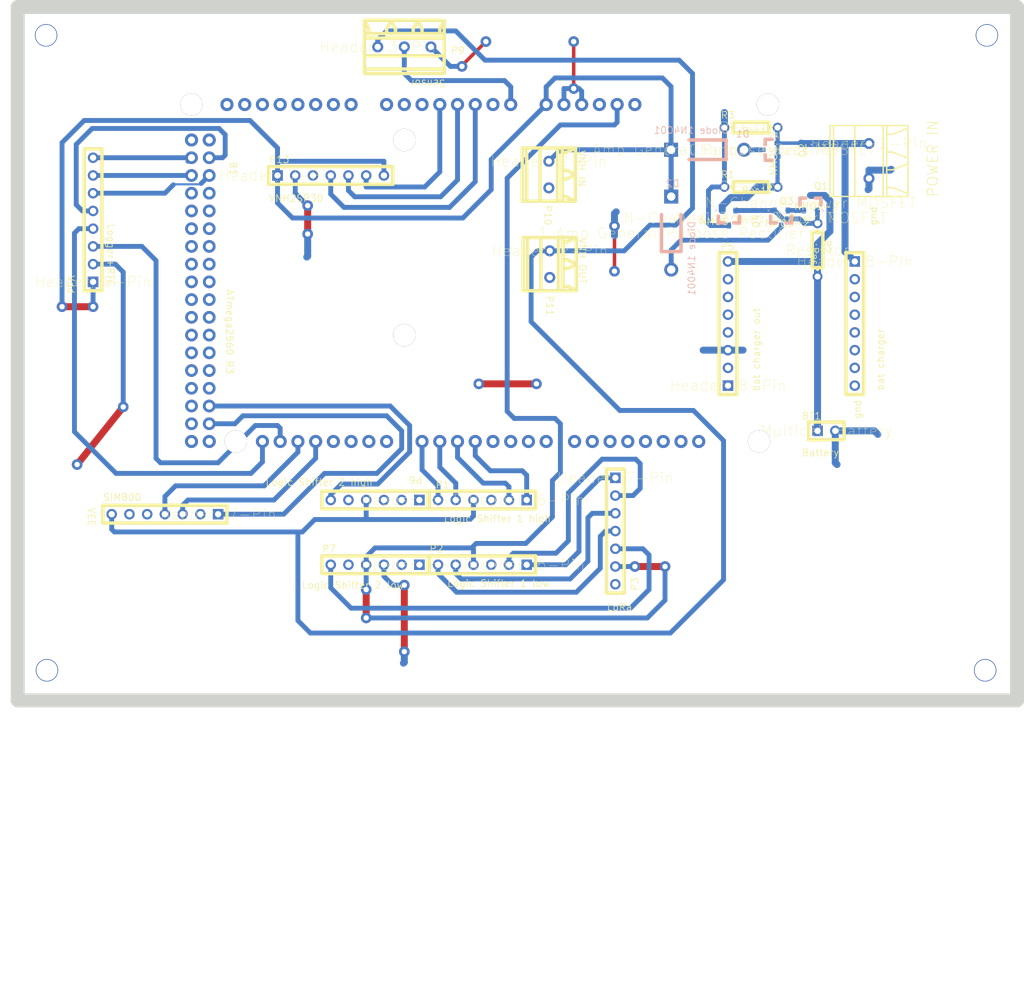
<source format=kicad_pcb>
(kicad_pcb (version 4) (host pcbnew 4.0.6)

  (general
    (links 97)
    (no_connects 25)
    (area 24.15 23.383999 171.815001 168.6642)
    (thickness 1.6)
    (drawings 293)
    (tracks 762)
    (zones 0)
    (modules 26)
    (nets 35)
  )

  (page A4)
  (layers
    (0 F.Cu signal)
    (31 B.Cu signal)
    (32 B.Adhes user)
    (33 F.Adhes user)
    (34 B.Paste user)
    (35 F.Paste user)
    (36 B.SilkS user)
    (37 F.SilkS user)
    (38 B.Mask user)
    (39 F.Mask user)
    (40 Dwgs.User user)
    (41 Cmts.User user)
    (42 Eco1.User user)
    (43 Eco2.User user)
    (44 Edge.Cuts user)
    (45 Margin user)
    (46 B.CrtYd user)
    (47 F.CrtYd user)
    (48 B.Fab user)
    (49 F.Fab user)
  )

  (setup
    (last_trace_width 0.254)
    (trace_clearance 1)
    (zone_clearance 0.0144)
    (zone_45_only no)
    (trace_min 0.254)
    (segment_width 0.2)
    (edge_width 0.1)
    (via_size 0.889)
    (via_drill 0.635)
    (via_min_size 0.889)
    (via_min_drill 0.508)
    (uvia_size 0.508)
    (uvia_drill 0.127)
    (uvias_allowed no)
    (uvia_min_size 0.508)
    (uvia_min_drill 0.127)
    (pcb_text_width 0.3)
    (pcb_text_size 1.5 1.5)
    (mod_edge_width 0.15)
    (mod_text_size 1 1)
    (mod_text_width 0.15)
    (pad_size 1.5 1.5)
    (pad_drill 0.6)
    (pad_to_mask_clearance 0)
    (aux_axis_origin 0 0)
    (visible_elements 7FFFF77F)
    (pcbplotparams
      (layerselection 0x00030_80000001)
      (usegerberextensions false)
      (excludeedgelayer true)
      (linewidth 0.100000)
      (plotframeref false)
      (viasonmask false)
      (mode 1)
      (useauxorigin false)
      (hpglpennumber 1)
      (hpglpenspeed 20)
      (hpglpendiameter 15)
      (hpglpenoverlay 2)
      (psnegative false)
      (psa4output false)
      (plotreference true)
      (plotvalue true)
      (plotinvisibletext false)
      (padsonsilk false)
      (subtractmaskfromsilk false)
      (outputformat 4)
      (mirror false)
      (drillshape 0)
      (scaleselection 1)
      (outputdirectory ../../))
  )

  (net 0 "")
  (net 1 NetB1_24)
  (net 2 NetB1_22)
  (net 3 NetB1_1)
  (net 4 NetB1_0)
  (net 5 NetP3_5)
  (net 6 NetP2_2)
  (net 7 NetP2_1)
  (net 8 NetB1_3)
  (net 9 NetB1_2)
  (net 10 3.3)
  (net 11 GND)
  (net 12 NetB1_18)
  (net 13 NetB1_19)
  (net 14 NetB1_20)
  (net 15 NetB1_21)
  (net 16 NetB1_50)
  (net 17 NetB1_51)
  (net 18 NetB1_52)
  (net 19 NetB1_53)
  (net 20 NetB1_A0)
  (net 21 NetB1_A2)
  (net 22 NetB1_A3)
  (net 23 NetB1_A4)
  (net 24 NetD1_1)
  (net 25 NetD2_1)
  (net 26 NetP2_5)
  (net 27 NetP2_6)
  (net 28 VIN)
  (net 29 NetP13_3)
  (net 30 NetQ1_1)
  (net 31 NetQ1_2)
  (net 32 VBAT)
  (net 33 VEE)
  (net 34 VDD)

  (net_class Default "This is the default net class."
    (clearance 1)
    (trace_width 0.254)
    (via_dia 0.889)
    (via_drill 0.635)
    (uvia_dia 0.508)
    (uvia_drill 0.127)
    (add_net 3.3)
    (add_net GND)
    (add_net NetB1_0)
    (add_net NetB1_1)
    (add_net NetB1_18)
    (add_net NetB1_19)
    (add_net NetB1_2)
    (add_net NetB1_20)
    (add_net NetB1_21)
    (add_net NetB1_22)
    (add_net NetB1_24)
    (add_net NetB1_3)
    (add_net NetB1_50)
    (add_net NetB1_51)
    (add_net NetB1_52)
    (add_net NetB1_53)
    (add_net NetB1_A0)
    (add_net NetB1_A2)
    (add_net NetB1_A3)
    (add_net NetB1_A4)
    (add_net NetD1_1)
    (add_net NetD2_1)
    (add_net NetP13_3)
    (add_net NetP2_1)
    (add_net NetP2_2)
    (add_net NetP2_5)
    (add_net NetP2_6)
    (add_net NetP3_5)
    (add_net NetQ1_1)
    (add_net NetQ1_2)
    (add_net VBAT)
    (add_net VDD)
    (add_net VEE)
    (add_net VIN)
  )

  (module ARDUINO_MEGA (layer F.Cu) (tedit 4289BEAB) (tstamp 539EEDBF)
    (at 99.568 62.484)
    (path /539EEC0F)
    (attr smd)
    (fp_text reference B1 (at 0 0) (layer F.SilkS) hide
      (effects (font (thickness 0.05)))
    )
    (fp_text value "" (at 0 0) (layer F.SilkS)
      (effects (font (thickness 0.05)))
    )
    (pad 1 thru_hole circle (at -46.99 -24.13 180) (size 3.19989 3.19989) (drill 3.19989) (layers *.Cu *.Paste *.Mask))
    (pad 1 thru_hole circle (at -40.64 24.13 180) (size 3.19989 3.19989) (drill 3.19989) (layers *.Cu *.Paste *.Mask))
    (pad 1 thru_hole circle (at -16.51 -19.05 180) (size 3.19989 3.19989) (drill 3.19989) (layers *.Cu *.Paste *.Mask))
    (pad 1 thru_hole circle (at -16.51 8.89 180) (size 3.19989 3.19989) (drill 3.19989) (layers *.Cu *.Paste *.Mask))
    (pad 1 thru_hole circle (at 35.56 -24.13 180) (size 3.19989 3.19989) (drill 3.19989) (layers *.Cu *.Paste *.Mask))
    (pad 1 thru_hole circle (at 34.29 24.13 180) (size 3.19989 3.19989) (drill 3.19989) (layers *.Cu *.Paste *.Mask))
    (pad VIN thru_hole circle (at 3.81 -24.13 270) (size 1.8796 1.8796) (drill 1.016) (layers *.Cu *.Paste *.Mask)
      (net 34 VDD))
    (pad GND@ thru_hole circle (at 6.35 -24.13 270) (size 1.8796 1.8796) (drill 1.016) (layers *.Cu *.Paste *.Mask)
      (net 11 GND))
    (pad GND@ thru_hole circle (at 8.89 -24.13 270) (size 1.8796 1.8796) (drill 1.016) (layers *.Cu *.Paste *.Mask)
      (net 11 GND))
    (pad 5V@0 thru_hole circle (at 11.43 -24.13 270) (size 1.8796 1.8796) (drill 1.016) (layers *.Cu *.Paste *.Mask))
    (pad 3.3V thru_hole circle (at 13.97 -24.13 270) (size 1.8796 1.8796) (drill 1.016) (layers *.Cu *.Paste *.Mask)
      (net 10 3.3))
    (pad RESE thru_hole circle (at 16.51 -24.13 270) (size 1.8796 1.8796) (drill 1.016) (layers *.Cu *.Paste *.Mask))
    (pad 5V@2 thru_hole circle (at -46.99 24.13 270) (size 1.8796 1.8796) (drill 1.016) (layers *.Cu *.Paste *.Mask))
    (pad 5V@1 thru_hole circle (at -44.45 24.13 270) (size 1.8796 1.8796) (drill 1.016) (layers *.Cu *.Paste *.Mask))
    (pad GND@ thru_hole circle (at -46.99 -19.05 270) (size 1.8796 1.8796) (drill 1.016) (layers *.Cu *.Paste *.Mask)
      (net 11 GND))
    (pad GND@ thru_hole circle (at -44.45 -19.05 270) (size 1.8796 1.8796) (drill 1.016) (layers *.Cu *.Paste *.Mask)
      (net 11 GND))
    (pad 38 thru_hole oval (at -44.45 1.27 270) (size 1.81991 1.81991) (drill 1.016) (layers *.Cu *.Paste *.Mask))
    (pad 39 thru_hole oval (at -46.99 1.27 270) (size 1.81991 1.81991) (drill 1.016) (layers *.Cu *.Paste *.Mask))
    (pad 40 thru_hole oval (at -44.45 -1.27 270) (size 1.81991 1.81991) (drill 1.016) (layers *.Cu *.Paste *.Mask))
    (pad 41 thru_hole oval (at -46.99 -1.27 270) (size 1.81991 1.81991) (drill 1.016) (layers *.Cu *.Paste *.Mask))
    (pad 42 thru_hole oval (at -44.45 -3.81 270) (size 1.81991 1.81991) (drill 1.016) (layers *.Cu *.Paste *.Mask))
    (pad 43 thru_hole oval (at -46.99 -3.81 270) (size 1.81991 1.81991) (drill 1.016) (layers *.Cu *.Paste *.Mask))
    (pad 44 thru_hole oval (at -44.45 -6.35 270) (size 1.81991 1.81991) (drill 1.016) (layers *.Cu *.Paste *.Mask))
    (pad 45 thru_hole oval (at -46.99 -6.35 270) (size 1.81991 1.81991) (drill 1.016) (layers *.Cu *.Paste *.Mask))
    (pad 46 thru_hole oval (at -44.45 -8.89 270) (size 1.81991 1.81991) (drill 1.016) (layers *.Cu *.Paste *.Mask))
    (pad 47 thru_hole oval (at -46.99 -8.89 270) (size 1.81991 1.81991) (drill 1.016) (layers *.Cu *.Paste *.Mask))
    (pad 48 thru_hole oval (at -44.45 -11.43 270) (size 1.81991 1.81991) (drill 1.016) (layers *.Cu *.Paste *.Mask))
    (pad 49 thru_hole oval (at -46.99 -11.43 270) (size 1.81991 1.81991) (drill 1.016) (layers *.Cu *.Paste *.Mask))
    (pad 50 thru_hole oval (at -44.45 -13.97 270) (size 1.81991 1.81991) (drill 1.016) (layers *.Cu *.Paste *.Mask)
      (net 16 NetB1_50))
    (pad 51 thru_hole oval (at -46.99 -13.97 270) (size 1.81991 1.81991) (drill 1.016) (layers *.Cu *.Paste *.Mask)
      (net 17 NetB1_51))
    (pad 52 thru_hole oval (at -44.45 -16.51 270) (size 1.81991 1.81991) (drill 1.016) (layers *.Cu *.Paste *.Mask)
      (net 18 NetB1_52))
    (pad 53 thru_hole oval (at -46.99 -16.51 270) (size 1.81991 1.81991) (drill 1.016) (layers *.Cu *.Paste *.Mask)
      (net 19 NetB1_53))
    (pad 22 thru_hole oval (at -44.45 21.59 270) (size 1.81991 1.81991) (drill 1.016) (layers *.Cu *.Paste *.Mask)
      (net 2 NetB1_22))
    (pad 23 thru_hole oval (at -46.99 21.59 270) (size 1.81991 1.81991) (drill 1.016) (layers *.Cu *.Paste *.Mask))
    (pad 24 thru_hole oval (at -44.45 19.05 270) (size 1.81991 1.81991) (drill 1.016) (layers *.Cu *.Paste *.Mask)
      (net 1 NetB1_24))
    (pad 25 thru_hole oval (at -46.99 19.05 270) (size 1.81991 1.81991) (drill 1.016) (layers *.Cu *.Paste *.Mask))
    (pad 26 thru_hole oval (at -44.45 16.51 270) (size 1.81991 1.81991) (drill 1.016) (layers *.Cu *.Paste *.Mask))
    (pad 27 thru_hole oval (at -46.99 16.51 270) (size 1.81991 1.81991) (drill 1.016) (layers *.Cu *.Paste *.Mask))
    (pad 28 thru_hole oval (at -44.45 13.97 270) (size 1.81991 1.81991) (drill 1.016) (layers *.Cu *.Paste *.Mask))
    (pad 29 thru_hole oval (at -46.99 13.97 270) (size 1.81991 1.81991) (drill 1.016) (layers *.Cu *.Paste *.Mask))
    (pad 30 thru_hole oval (at -44.45 11.43 270) (size 1.81991 1.81991) (drill 1.016) (layers *.Cu *.Paste *.Mask))
    (pad 31 thru_hole oval (at -46.99 11.43 270) (size 1.81991 1.81991) (drill 1.016) (layers *.Cu *.Paste *.Mask))
    (pad 32 thru_hole oval (at -44.45 8.89 270) (size 1.81991 1.81991) (drill 1.016) (layers *.Cu *.Paste *.Mask))
    (pad 33 thru_hole oval (at -46.99 8.89 270) (size 1.81991 1.81991) (drill 1.016) (layers *.Cu *.Paste *.Mask))
    (pad 34 thru_hole oval (at -44.45 6.35 270) (size 1.81991 1.81991) (drill 1.016) (layers *.Cu *.Paste *.Mask))
    (pad 35 thru_hole oval (at -46.99 6.35 270) (size 1.81991 1.81991) (drill 1.016) (layers *.Cu *.Paste *.Mask))
    (pad 36 thru_hole oval (at -44.45 3.81 270) (size 1.81991 1.81991) (drill 1.016) (layers *.Cu *.Paste *.Mask))
    (pad 37 thru_hole oval (at -46.99 3.81 270) (size 1.81991 1.81991) (drill 1.016) (layers *.Cu *.Paste *.Mask))
    (pad AREF thru_hole circle (at 25.654 24.13 270) (size 1.8796 1.8796) (drill 1.016) (layers *.Cu *.Paste *.Mask))
    (pad 8 thru_hole circle (at 7.874 24.13 270) (size 1.8796 1.8796) (drill 1.016) (layers *.Cu *.Paste *.Mask))
    (pad 9 thru_hole circle (at 10.414 24.13 270) (size 1.8796 1.8796) (drill 1.016) (layers *.Cu *.Paste *.Mask))
    (pad 10 thru_hole circle (at 12.954 24.13 270) (size 1.8796 1.8796) (drill 1.016) (layers *.Cu *.Paste *.Mask))
    (pad 11 thru_hole circle (at 15.494 24.13 270) (size 1.8796 1.8796) (drill 1.016) (layers *.Cu *.Paste *.Mask))
    (pad 12 thru_hole circle (at 18.034 24.13 270) (size 1.8796 1.8796) (drill 1.016) (layers *.Cu *.Paste *.Mask))
    (pad 13 thru_hole circle (at 20.574 24.13 270) (size 1.8796 1.8796) (drill 1.016) (layers *.Cu *.Paste *.Mask))
    (pad GND@ thru_hole circle (at 23.114 24.13 270) (size 1.8796 1.8796) (drill 1.016) (layers *.Cu *.Paste *.Mask)
      (net 11 GND))
    (pad 7 thru_hole circle (at 3.81 24.13 270) (size 1.8796 1.8796) (drill 1.016) (layers *.Cu *.Paste *.Mask))
    (pad 0 thru_hole circle (at -13.97 24.13 270) (size 1.8796 1.8796) (drill 1.016) (layers *.Cu *.Paste *.Mask)
      (net 4 NetB1_0))
    (pad 1 thru_hole circle (at -11.43 24.13 270) (size 1.8796 1.8796) (drill 1.016) (layers *.Cu *.Paste *.Mask)
      (net 3 NetB1_1))
    (pad 2 thru_hole circle (at -8.89 24.13 270) (size 1.8796 1.8796) (drill 1.016) (layers *.Cu *.Paste *.Mask)
      (net 9 NetB1_2))
    (pad 3 thru_hole circle (at -6.35 24.13 270) (size 1.8796 1.8796) (drill 1.016) (layers *.Cu *.Paste *.Mask)
      (net 8 NetB1_3))
    (pad 4 thru_hole circle (at -3.81 24.13 270) (size 1.8796 1.8796) (drill 1.016) (layers *.Cu *.Paste *.Mask))
    (pad 5 thru_hole circle (at -1.27 24.13 270) (size 1.8796 1.8796) (drill 1.016) (layers *.Cu *.Paste *.Mask))
    (pad 6 thru_hole circle (at 1.27 24.13 270) (size 1.8796 1.8796) (drill 1.016) (layers *.Cu *.Paste *.Mask))
    (pad A0 thru_hole circle (at -1.27 -24.13 270) (size 1.8796 1.8796) (drill 1.016) (layers *.Cu *.Paste *.Mask)
      (net 20 NetB1_A0))
    (pad A7 thru_hole circle (at -19.05 -24.13 270) (size 1.8796 1.8796) (drill 1.016) (layers *.Cu *.Paste *.Mask))
    (pad A6 thru_hole circle (at -16.51 -24.13 270) (size 1.8796 1.8796) (drill 1.016) (layers *.Cu *.Paste *.Mask))
    (pad A5 thru_hole circle (at -13.97 -24.13 270) (size 1.8796 1.8796) (drill 1.016) (layers *.Cu *.Paste *.Mask))
    (pad A4 thru_hole circle (at -11.43 -24.13 270) (size 1.8796 1.8796) (drill 1.016) (layers *.Cu *.Paste *.Mask)
      (net 23 NetB1_A4))
    (pad A3 thru_hole circle (at -8.89 -24.13 270) (size 1.8796 1.8796) (drill 1.016) (layers *.Cu *.Paste *.Mask)
      (net 22 NetB1_A3))
    (pad A2 thru_hole circle (at -6.35 -24.13 270) (size 1.8796 1.8796) (drill 1.016) (layers *.Cu *.Paste *.Mask)
      (net 21 NetB1_A2))
    (pad A1 thru_hole circle (at -3.81 -24.13 270) (size 1.8796 1.8796) (drill 1.016) (layers *.Cu *.Paste *.Mask))
    (pad 14 thru_hole circle (at -19.05 24.13 270) (size 1.8796 1.8796) (drill 1.016) (layers *.Cu *.Paste *.Mask))
    (pad 21 thru_hole circle (at -36.83 24.13 270) (size 1.8796 1.8796) (drill 1.016) (layers *.Cu *.Paste *.Mask)
      (net 15 NetB1_21))
    (pad 20 thru_hole circle (at -34.29 24.13 270) (size 1.8796 1.8796) (drill 1.016) (layers *.Cu *.Paste *.Mask)
      (net 14 NetB1_20))
    (pad 19 thru_hole circle (at -31.75 24.13 270) (size 1.8796 1.8796) (drill 1.016) (layers *.Cu *.Paste *.Mask)
      (net 13 NetB1_19))
    (pad 18 thru_hole circle (at -29.21 24.13 270) (size 1.8796 1.8796) (drill 1.016) (layers *.Cu *.Paste *.Mask)
      (net 12 NetB1_18))
    (pad 17 thru_hole circle (at -26.67 24.13 270) (size 1.8796 1.8796) (drill 1.016) (layers *.Cu *.Paste *.Mask))
    (pad 16 thru_hole circle (at -24.13 24.13 270) (size 1.8796 1.8796) (drill 1.016) (layers *.Cu *.Paste *.Mask))
    (pad 15 thru_hole circle (at -21.59 24.13 270) (size 1.8796 1.8796) (drill 1.016) (layers *.Cu *.Paste *.Mask))
    (pad A8 thru_hole circle (at -24.13 -24.13 270) (size 1.8796 1.8796) (drill 1.016) (layers *.Cu *.Paste *.Mask))
    (pad A15 thru_hole circle (at -41.91 -24.13 270) (size 1.8796 1.8796) (drill 1.016) (layers *.Cu *.Paste *.Mask))
    (pad A14 thru_hole circle (at -39.37 -24.13 270) (size 1.8796 1.8796) (drill 1.016) (layers *.Cu *.Paste *.Mask))
    (pad A13 thru_hole circle (at -36.83 -24.13 270) (size 1.8796 1.8796) (drill 1.016) (layers *.Cu *.Paste *.Mask))
    (pad A12 thru_hole circle (at -34.29 -24.13 270) (size 1.8796 1.8796) (drill 1.016) (layers *.Cu *.Paste *.Mask))
    (pad A11 thru_hole circle (at -31.75 -24.13 270) (size 1.8796 1.8796) (drill 1.016) (layers *.Cu *.Paste *.Mask))
    (pad A10 thru_hole circle (at -29.21 -24.13 270) (size 1.8796 1.8796) (drill 1.016) (layers *.Cu *.Paste *.Mask))
    (pad A9 thru_hole circle (at -26.67 -24.13 270) (size 1.8796 1.8796) (drill 1.016) (layers *.Cu *.Paste *.Mask))
  )

  (module HDR1X7 (layer F.Cu) (tedit 4289BEAB) (tstamp 539EEDBF)
    (at 64.897 48.514)
    (path /539EEC0F)
    (attr smd)
    (fp_text reference P13 (at 0 0) (layer F.SilkS) hide
      (effects (font (thickness 0.05)))
    )
    (fp_text value "Header, 7-Pin" (at 0 0) (layer F.SilkS)
      (effects (font (thickness 0.05)))
    )
    (pad 7 thru_hole circle (at 15.24 0) (size 1.5 1.5) (drill 0.9) (layers *.Cu *.Paste *.Mask)
      (net 34 VDD))
    (pad 6 thru_hole circle (at 12.7 0) (size 1.5 1.5) (drill 0.9) (layers *.Cu *.Paste *.Mask)
      (net 23 NetB1_A4))
    (pad 5 thru_hole circle (at 10.16 0) (size 1.5 1.5) (drill 0.9) (layers *.Cu *.Paste *.Mask)
      (net 22 NetB1_A3))
    (pad 4 thru_hole circle (at 7.62 0) (size 1.5 1.5) (drill 0.9) (layers *.Cu *.Paste *.Mask)
      (net 21 NetB1_A2))
    (pad 2 thru_hole circle (at 2.54 0) (size 1.5 1.5) (drill 0.9) (layers *.Cu *.Paste *.Mask)
      (net 11 GND))
    (pad 1 thru_hole rect (at 0 0) (size 1.5 1.5) (drill 0.9) (layers *.Cu *.Paste *.Mask)
      (net 34 VDD))
    (pad 3 thru_hole circle (at 5.08 0) (size 1.5 1.5) (drill 0.9) (layers *.Cu *.Paste *.Mask)
      (net 29 NetP13_3))
  )

  (module AXIAL-0.3 (layer F.Cu) (tedit 4289BEAB) (tstamp 539EEDBF)
    (at 132.715 41.656)
    (path /539EEC0F)
    (attr smd)
    (fp_text reference R3 (at 0 0) (layer F.SilkS) hide
      (effects (font (thickness 0.05)))
    )
    (fp_text value Resistor (at 0 0) (layer F.SilkS)
      (effects (font (thickness 0.05)))
    )
    (pad 2 thru_hole circle (at 3.81 0) (size 1.4 1.4) (drill 0.85) (layers *.Cu *.Paste *.Mask)
      (net 28 VIN))
    (pad 1 thru_hole circle (at -3.81 0) (size 1.4 1.4) (drill 0.85) (layers *.Cu *.Paste *.Mask)
      (net 11 GND))
  )

  (module AXIAL-0.3 (layer F.Cu) (tedit 4289BEAB) (tstamp 539EEDBF)
    (at 142.24 59.182)
    (path /539EEC0F)
    (attr smd)
    (fp_text reference R2 (at 0 0) (layer F.SilkS) hide
      (effects (font (thickness 0.05)))
    )
    (fp_text value Resistor (at 0 0) (layer F.SilkS)
      (effects (font (thickness 0.05)))
    )
    (pad 2 thru_hole circle (at 0 3.81 270) (size 1.4 1.4) (drill 0.85) (layers *.Cu *.Paste *.Mask)
      (net 32 VBAT))
    (pad 1 thru_hole circle (at 0 -3.81 270) (size 1.4 1.4) (drill 0.85) (layers *.Cu *.Paste *.Mask)
      (net 30 NetQ1_1))
  )

  (module AXIAL-0.3 (layer F.Cu) (tedit 4289BEAB) (tstamp 539EEDBF)
    (at 132.715 50.165)
    (path /539EEC0F)
    (attr smd)
    (fp_text reference R1 (at 0 0) (layer F.SilkS) hide
      (effects (font (thickness 0.05)))
    )
    (fp_text value Resistor (at 0 0) (layer F.SilkS)
      (effects (font (thickness 0.05)))
    )
    (pad 2 thru_hole circle (at 3.81 0) (size 1.4 1.4) (drill 0.85) (layers *.Cu *.Paste *.Mask)
      (net 28 VIN))
    (pad 1 thru_hole circle (at -3.81 0) (size 1.4 1.4) (drill 0.85) (layers *.Cu *.Paste *.Mask)
      (net 11 GND))
  )

  (module SOT-23B_L (layer B.Cu) (tedit 4289BEAB) (tstamp 539EEDBF)
    (at 129.54 54.61)
    (path /539EEC0F)
    (attr smd)
    (fp_text reference Q4 (at 0 0) (layer F.SilkS) hide
      (effects (font (thickness 0.05)))
    )
    (fp_text value "N-Channel Power MOSFET" (at 0 0) (layer F.SilkS)
      (effects (font (thickness 0.05)))
    )
    (pad 1 smd rect (at -0.95 -1.075 180) (size 0.6 0.85) (layers B.Cu B.Paste B.Mask)
      (net 28 VIN))
    (pad 2 smd rect (at 0.95 -1.075 180) (size 0.6 0.85) (layers B.Cu B.Paste B.Mask)
      (net 30 NetQ1_1))
    (pad 3 smd rect (at 0 1.075 180) (size 0.6 0.85) (layers B.Cu B.Paste B.Mask)
      (net 11 GND))
    (model "C:/Users/HariantoAdriprasetyo/Desktop/Proyek PDAM/altium2kicad-master/wrlshp/EBDC93F5-9E52.wrl"
      (at (xyz 0 0 0))
      (scale (xyz 1 1 1))
      (rotate (xyz 0 0 180))
    )
  )

  (module SOT-23B_L (layer B.Cu) (tedit 4289BEAB) (tstamp 539EEDBF)
    (at 137.033 54.61)
    (path /539EEC0F)
    (attr smd)
    (fp_text reference Q3 (at 0 0) (layer F.SilkS) hide
      (effects (font (thickness 0.05)))
    )
    (fp_text value "N-Channel Power MOSFET" (at 0 0) (layer F.SilkS)
      (effects (font (thickness 0.05)))
    )
    (pad 1 smd rect (at -0.95 -1.075 180) (size 0.6 0.85) (layers B.Cu B.Paste B.Mask)
      (net 30 NetQ1_1))
    (pad 2 smd rect (at 0.95 -1.075 180) (size 0.6 0.85) (layers B.Cu B.Paste B.Mask)
      (net 31 NetQ1_2))
    (pad 3 smd rect (at 0 1.075 180) (size 0.6 0.85) (layers B.Cu B.Paste B.Mask)
      (net 25 NetD2_1))
    (model "C:/Users/HariantoAdriprasetyo/Desktop/Proyek PDAM/altium2kicad-master/wrlshp/EBDC93F5-9E52.wrl"
      (at (xyz 0 0 0))
      (scale (xyz 1 1 1))
      (rotate (xyz 0 0 180))
    )
  )

  (module SOT-23B_L (layer B.Cu) (tedit 4289BEAB) (tstamp 539EEDBF)
    (at 135.441 44.831)
    (path /539EEC0F)
    (attr smd)
    (fp_text reference Q2 (at 0 0) (layer F.SilkS) hide
      (effects (font (thickness 0.05)))
    )
    (fp_text value "N-Channel Power MOSFET" (at 0 0) (layer F.SilkS)
      (effects (font (thickness 0.05)))
    )
    (pad 1 smd rect (at 1.075 -0.95 90) (size 0.6 0.85) (layers B.Cu B.Paste B.Mask)
      (net 28 VIN))
    (pad 2 smd rect (at 1.075 0.95 90) (size 0.6 0.85) (layers B.Cu B.Paste B.Mask)
      (net 28 VIN))
    (pad 3 smd rect (at -1.075 0 90) (size 0.6 0.85) (layers B.Cu B.Paste B.Mask)
      (net 24 NetD1_1))
    (model "C:/Users/HariantoAdriprasetyo/Desktop/Proyek PDAM/altium2kicad-master/wrlshp/121F9FA9-7ADA.wrl"
      (at (xyz 0 0 0))
      (scale (xyz 1 1 1))
      (rotate (xyz 0 0 0))
    )
  )

  (module SOT-23B_L (layer B.Cu) (tedit 4289BEAB) (tstamp 539EEDBF)
    (at 141.224 52.451)
    (path /539EEC0F)
    (attr smd)
    (fp_text reference Q1 (at 0 0) (layer F.SilkS) hide
      (effects (font (thickness 0.05)))
    )
    (fp_text value "N-Channel Power MOSFET" (at 0 0) (layer F.SilkS)
      (effects (font (thickness 0.05)))
    )
    (pad 1 smd rect (at 0.95 1.075) (size 0.6 0.85) (layers B.Cu B.Paste B.Mask)
      (net 30 NetQ1_1))
    (pad 2 smd rect (at -0.95 1.075) (size 0.6 0.85) (layers B.Cu B.Paste B.Mask)
      (net 31 NetQ1_2))
    (pad 3 smd rect (at 0 -1.075) (size 0.6 0.85) (layers B.Cu B.Paste B.Mask)
      (net 32 VBAT))
    (model "C:/Users/HariantoAdriprasetyo/Desktop/Proyek PDAM/altium2kicad-master/wrlshp/EBDC93F5-9E52.wrl"
      (at (xyz 0 0 0))
      (scale (xyz 1 1 1))
      (rotate (xyz 0 0 180))
    )
  )

  (module HDR1X8 (layer F.Cu) (tedit 4289BEAB) (tstamp 539EEDBF)
    (at 38.481 63.754)
    (path /539EEC0F)
    (attr smd)
    (fp_text reference P14 (at 0 0) (layer F.SilkS) hide
      (effects (font (thickness 0.05)))
    )
    (fp_text value "Header, 8-Pin" (at 0 0) (layer F.SilkS)
      (effects (font (thickness 0.05)))
    )
    (pad 1 thru_hole rect (at 0 0 90) (size 1.5 1.5) (drill 0.9) (layers *.Cu *.Paste *.Mask)
      (net 34 VDD))
    (pad 2 thru_hole circle (at 0 -2.54 90) (size 1.5 1.5) (drill 0.9) (layers *.Cu *.Paste *.Mask)
      (net 11 GND))
    (pad 3 thru_hole circle (at 0 -5.08 90) (size 1.5 1.5) (drill 0.9) (layers *.Cu *.Paste *.Mask)
      (net 14 NetB1_20))
    (pad 4 thru_hole circle (at 0 -7.62 90) (size 1.5 1.5) (drill 0.9) (layers *.Cu *.Paste *.Mask)
      (net 15 NetB1_21))
    (pad 5 thru_hole circle (at 0 -10.16 90) (size 1.5 1.5) (drill 0.9) (layers *.Cu *.Paste *.Mask)
      (net 18 NetB1_52))
    (pad 6 thru_hole circle (at 0 -12.7 90) (size 1.5 1.5) (drill 0.9) (layers *.Cu *.Paste *.Mask)
      (net 16 NetB1_50))
    (pad 7 thru_hole circle (at 0 -15.24 90) (size 1.5 1.5) (drill 0.9) (layers *.Cu *.Paste *.Mask)
      (net 17 NetB1_51))
    (pad 8 thru_hole circle (at 0 -17.78 90) (size 1.5 1.5) (drill 0.9) (layers *.Cu *.Paste *.Mask)
      (net 19 NetB1_53))
    (model Pin_Headers.3dshapes/Pin_Header_Straight_1x8.wrl
      (at (xyz 0 0 0))
      (scale (xyz 1 1 1))
      (rotate (xyz 0 0 0))
    )
  )

  (module HDR1X7 (layer F.Cu) (tedit 4289BEAB) (tstamp 539EEDBF)
    (at 56.388 97.028)
    (path /539EEC0F)
    (attr smd)
    (fp_text reference P12 (at 0 0) (layer F.SilkS) hide
      (effects (font (thickness 0.05)))
    )
    (fp_text value "Header, 7-Pin" (at 0 0) (layer F.SilkS)
      (effects (font (thickness 0.05)))
    )
    (pad 7 thru_hole circle (at -15.24 0 180) (size 1.5 1.5) (drill 0.9) (layers *.Cu *.Paste *.Mask)
      (net 33 VEE))
    (pad 6 thru_hole circle (at -12.7 0 180) (size 1.5 1.5) (drill 0.9) (layers *.Cu *.Paste *.Mask)
      (net 11 GND))
    (pad 5 thru_hole circle (at -10.16 0 180) (size 1.5 1.5) (drill 0.9) (layers *.Cu *.Paste *.Mask))
    (pad 4 thru_hole circle (at -7.62 0 180) (size 1.5 1.5) (drill 0.9) (layers *.Cu *.Paste *.Mask)
      (net 13 NetB1_19))
    (pad 2 thru_hole circle (at -2.54 0 180) (size 1.5 1.5) (drill 0.9) (layers *.Cu *.Paste *.Mask))
    (pad 1 thru_hole rect (at 0 0 180) (size 1.5 1.5) (drill 0.9) (layers *.Cu *.Paste *.Mask)
      (net 2 NetB1_22))
    (pad 3 thru_hole circle (at -5.08 0 180) (size 1.5 1.5) (drill 0.9) (layers *.Cu *.Paste *.Mask)
      (net 12 NetB1_18))
  )

  (module MKDS1_2R3_8 (layer F.Cu) (tedit 4289BEAB) (tstamp 539EEDBF)
    (at 103.886 59.309)
    (path /539EEC0F)
    (attr smd)
    (fp_text reference P11 (at 0 0) (layer F.SilkS) hide
      (effects (font (thickness 0.05)))
    )
    (fp_text value "Header, 2-Pin" (at 0 0) (layer F.SilkS)
      (effects (font (thickness 0.05)))
    )
    (pad 1 thru_hole circle (at 0 0 270) (size 1.5748 1.5748) (drill 0.889) (layers *.Cu *.Paste *.Mask)
      (net 33 VEE))
    (pad 2 thru_hole circle (at 0 3.81 270) (size 1.5748 1.5748) (drill 0.889) (layers *.Cu *.Paste *.Mask)
      (net 11 GND))
  )

  (module MKDS1_2R3_8 (layer F.Cu) (tedit 4289BEAB) (tstamp 539EEDBF)
    (at 103.759 46.482)
    (path /539EEC0F)
    (attr smd)
    (fp_text reference P10 (at 0 0) (layer F.SilkS) hide
      (effects (font (thickness 0.05)))
    )
    (fp_text value "Header, 2-Pin" (at 0 0) (layer F.SilkS)
      (effects (font (thickness 0.05)))
    )
    (pad 1 thru_hole circle (at 0 0 270) (size 1.5748 1.5748) (drill 0.889) (layers *.Cu *.Paste *.Mask)
      (net 34 VDD))
    (pad 2 thru_hole circle (at 0 3.81 270) (size 1.5748 1.5748) (drill 0.889) (layers *.Cu *.Paste *.Mask)
      (net 11 GND))
  )

  (module MKDS1_3R3_8 (layer F.Cu) (tedit 4289BEAB) (tstamp 539EEDBF)
    (at 79.248 30.099)
    (path /539EEC0F)
    (attr smd)
    (fp_text reference P9 (at 0 0) (layer F.SilkS) hide
      (effects (font (thickness 0.05)))
    )
    (fp_text value "Header, 3-Pin" (at 0 0) (layer F.SilkS)
      (effects (font (thickness 0.05)))
    )
    (pad 1 thru_hole circle (at 0 0) (size 1.5748 1.5748) (drill 0.889) (layers *.Cu *.Paste *.Mask)
      (net 33 VEE))
    (pad 2 thru_hole circle (at 3.81 0) (size 1.5748 1.5748) (drill 0.889) (layers *.Cu *.Paste *.Mask)
      (net 20 NetB1_A0))
    (pad 3 thru_hole circle (at 7.62 0) (size 1.5748 1.5748) (drill 0.889) (layers *.Cu *.Paste *.Mask)
      (net 11 GND))
  )

  (module MKDS3_2RMM (layer F.Cu) (tedit 4289BEAB) (tstamp 539EEDBF)
    (at 149.606 43.942)
    (path /539EEC0F)
    (attr smd)
    (fp_text reference P8 (at 0 0) (layer F.SilkS) hide
      (effects (font (thickness 0.05)))
    )
    (fp_text value "Header, 2-Pin" (at 0 0) (layer F.SilkS)
      (effects (font (thickness 0.05)))
    )
    (pad 1 thru_hole circle (at 0 0 270) (size 1.5748 1.5748) (drill 0.889) (layers *.Cu *.Paste *.Mask)
      (net 28 VIN))
    (pad 2 thru_hole circle (at 0 4.99532 270) (size 1.5748 1.5748) (drill 0.889) (layers *.Cu *.Paste *.Mask)
      (net 11 GND))
  )

  (module HDR1X6 (layer F.Cu) (tedit 4289BEAB) (tstamp 539EEDBF)
    (at 85.217 104.267)
    (path /539EEC0F)
    (attr smd)
    (fp_text reference P7 (at 0 0) (layer F.SilkS) hide
      (effects (font (thickness 0.05)))
    )
    (fp_text value "Header, 6-Pin" (at 0 0) (layer F.SilkS)
      (effects (font (thickness 0.05)))
    )
    (pad 1 thru_hole rect (at 0 0 180) (size 1.5 1.5) (drill 0.9) (layers *.Cu *.Paste *.Mask))
    (pad 2 thru_hole circle (at -2.54 0 180) (size 1.5 1.5) (drill 0.9) (layers *.Cu *.Paste *.Mask))
    (pad 3 thru_hole circle (at -5.08 0 180) (size 1.5 1.5) (drill 0.9) (layers *.Cu *.Paste *.Mask)
      (net 11 GND))
    (pad 4 thru_hole circle (at -7.62 0 180) (size 1.5 1.5) (drill 0.9) (layers *.Cu *.Paste *.Mask)
      (net 10 3.3))
    (pad 5 thru_hole circle (at -10.16 0 180) (size 1.5 1.5) (drill 0.9) (layers *.Cu *.Paste *.Mask))
    (pad 6 thru_hole circle (at -12.7 0 180) (size 1.5 1.5) (drill 0.9) (layers *.Cu *.Paste *.Mask)
      (net 5 NetP3_5))
    (model Pin_Headers.3dshapes/Pin_Header_Straight_1x6.wrl
      (at (xyz 0 0 0))
      (scale (xyz 1 1 1))
      (rotate (xyz 0 0 0))
    )
  )

  (module HDR1X6 (layer F.Cu) (tedit 4289BEAB) (tstamp 539EEDBF)
    (at 85.217 94.996)
    (path /539EEC0F)
    (attr smd)
    (fp_text reference P6 (at 0 0) (layer F.SilkS) hide
      (effects (font (thickness 0.05)))
    )
    (fp_text value "Header, 6-Pin" (at 0 0) (layer F.SilkS)
      (effects (font (thickness 0.05)))
    )
    (pad 1 thru_hole rect (at 0 0 180) (size 1.5 1.5) (drill 0.9) (layers *.Cu *.Paste *.Mask))
    (pad 2 thru_hole circle (at -2.54 0 180) (size 1.5 1.5) (drill 0.9) (layers *.Cu *.Paste *.Mask))
    (pad 3 thru_hole circle (at -5.08 0 180) (size 1.5 1.5) (drill 0.9) (layers *.Cu *.Paste *.Mask)
      (net 11 GND))
    (pad 4 thru_hole circle (at -7.62 0 180) (size 1.5 1.5) (drill 0.9) (layers *.Cu *.Paste *.Mask)
      (net 33 VEE))
    (pad 5 thru_hole circle (at -10.16 0 180) (size 1.5 1.5) (drill 0.9) (layers *.Cu *.Paste *.Mask))
    (pad 6 thru_hole circle (at -12.7 0 180) (size 1.5 1.5) (drill 0.9) (layers *.Cu *.Paste *.Mask)
      (net 1 NetB1_24))
    (model Pin_Headers.3dshapes/Pin_Header_Straight_1x6.wrl
      (at (xyz 0 0 0))
      (scale (xyz 1 1 1))
      (rotate (xyz 0 0 0))
    )
  )

  (module HDR1X8 (layer F.Cu) (tedit 4289BEAB) (tstamp 539EEDBF)
    (at 129.413 78.613)
    (path /539EEC0F)
    (attr smd)
    (fp_text reference P5 (at 0 0) (layer F.SilkS) hide
      (effects (font (thickness 0.05)))
    )
    (fp_text value "Header, 8-Pin" (at 0 0) (layer F.SilkS)
      (effects (font (thickness 0.05)))
    )
    (pad 1 thru_hole rect (at 0 0 90) (size 1.5 1.5) (drill 0.9) (layers *.Cu *.Paste *.Mask)
      (net 11 GND))
    (pad 2 thru_hole circle (at 0 -2.54 90) (size 1.5 1.5) (drill 0.9) (layers *.Cu *.Paste *.Mask)
      (net 11 GND))
    (pad 3 thru_hole circle (at 0 -5.08 90) (size 1.5 1.5) (drill 0.9) (layers *.Cu *.Paste *.Mask)
      (net 11 GND))
    (pad 4 thru_hole circle (at 0 -7.62 90) (size 1.5 1.5) (drill 0.9) (layers *.Cu *.Paste *.Mask))
    (pad 5 thru_hole circle (at 0 -10.16 90) (size 1.5 1.5) (drill 0.9) (layers *.Cu *.Paste *.Mask))
    (pad 6 thru_hole circle (at 0 -12.7 90) (size 1.5 1.5) (drill 0.9) (layers *.Cu *.Paste *.Mask))
    (pad 7 thru_hole circle (at 0 -15.24 90) (size 1.5 1.5) (drill 0.9) (layers *.Cu *.Paste *.Mask))
    (pad 8 thru_hole circle (at 0 -17.78 90) (size 1.5 1.5) (drill 0.9) (layers *.Cu *.Paste *.Mask)
      (net 32 VBAT))
    (model Pin_Headers.3dshapes/Pin_Header_Straight_1x8.wrl
      (at (xyz 0 0 0))
      (scale (xyz 1 1 1))
      (rotate (xyz 0 0 0))
    )
  )

  (module HDR1X8 (layer F.Cu) (tedit 4289BEAB) (tstamp 539EEDBF)
    (at 147.574 60.833)
    (path /539EEC0F)
    (attr smd)
    (fp_text reference P4 (at 0 0) (layer F.SilkS) hide
      (effects (font (thickness 0.05)))
    )
    (fp_text value "Header, 8-Pin" (at 0 0) (layer F.SilkS)
      (effects (font (thickness 0.05)))
    )
    (pad 1 thru_hole rect (at 0 0 270) (size 1.5 1.5) (drill 0.9) (layers *.Cu *.Paste *.Mask)
      (net 28 VIN))
    (pad 2 thru_hole circle (at 0 2.54 270) (size 1.5 1.5) (drill 0.9) (layers *.Cu *.Paste *.Mask))
    (pad 3 thru_hole circle (at 0 5.08 270) (size 1.5 1.5) (drill 0.9) (layers *.Cu *.Paste *.Mask))
    (pad 4 thru_hole circle (at 0 7.62 270) (size 1.5 1.5) (drill 0.9) (layers *.Cu *.Paste *.Mask))
    (pad 5 thru_hole circle (at 0 10.16 270) (size 1.5 1.5) (drill 0.9) (layers *.Cu *.Paste *.Mask))
    (pad 6 thru_hole circle (at 0 12.7 270) (size 1.5 1.5) (drill 0.9) (layers *.Cu *.Paste *.Mask)
      (net 11 GND))
    (pad 7 thru_hole circle (at 0 15.24 270) (size 1.5 1.5) (drill 0.9) (layers *.Cu *.Paste *.Mask)
      (net 11 GND))
    (pad 8 thru_hole circle (at 0 17.78 270) (size 1.5 1.5) (drill 0.9) (layers *.Cu *.Paste *.Mask)
      (net 11 GND))
    (model Pin_Headers.3dshapes/Pin_Header_Straight_1x8.wrl
      (at (xyz 0 0 0))
      (scale (xyz 1 1 1))
      (rotate (xyz 0 0 0))
    )
  )

  (module HDR1X7 (layer F.Cu) (tedit 4289BEAB) (tstamp 539EEDBF)
    (at 113.284 91.821)
    (path /539EEC0F)
    (attr smd)
    (fp_text reference P3 (at 0 0) (layer F.SilkS) hide
      (effects (font (thickness 0.05)))
    )
    (fp_text value "Header, 7-Pin" (at 0 0) (layer F.SilkS)
      (effects (font (thickness 0.05)))
    )
    (pad 7 thru_hole circle (at 0 15.24 270) (size 1.5 1.5) (drill 0.9) (layers *.Cu *.Paste *.Mask)
      (net 11 GND))
    (pad 6 thru_hole circle (at 0 12.7 270) (size 1.5 1.5) (drill 0.9) (layers *.Cu *.Paste *.Mask)
      (net 10 3.3))
    (pad 5 thru_hole circle (at 0 10.16 270) (size 1.5 1.5) (drill 0.9) (layers *.Cu *.Paste *.Mask)
      (net 5 NetP3_5))
    (pad 4 thru_hole circle (at 0 7.62 270) (size 1.5 1.5) (drill 0.9) (layers *.Cu *.Paste *.Mask)
      (net 27 NetP2_6))
    (pad 2 thru_hole circle (at 0 2.54 270) (size 1.5 1.5) (drill 0.9) (layers *.Cu *.Paste *.Mask)
      (net 6 NetP2_2))
    (pad 1 thru_hole rect (at 0 0 270) (size 1.5 1.5) (drill 0.9) (layers *.Cu *.Paste *.Mask)
      (net 7 NetP2_1))
    (pad 3 thru_hole circle (at 0 5.08 270) (size 1.5 1.5) (drill 0.9) (layers *.Cu *.Paste *.Mask)
      (net 26 NetP2_5))
  )

  (module HDR1X6 (layer F.Cu) (tedit 4289BEAB) (tstamp 539EEDBF)
    (at 100.584 104.267)
    (path /539EEC0F)
    (attr smd)
    (fp_text reference P2 (at 0 0) (layer F.SilkS) hide
      (effects (font (thickness 0.05)))
    )
    (fp_text value "Header, 6-Pin" (at 0 0) (layer F.SilkS)
      (effects (font (thickness 0.05)))
    )
    (pad 1 thru_hole rect (at 0 0 180) (size 1.5 1.5) (drill 0.9) (layers *.Cu *.Paste *.Mask)
      (net 7 NetP2_1))
    (pad 2 thru_hole circle (at -2.54 0 180) (size 1.5 1.5) (drill 0.9) (layers *.Cu *.Paste *.Mask)
      (net 6 NetP2_2))
    (pad 3 thru_hole circle (at -5.08 0 180) (size 1.5 1.5) (drill 0.9) (layers *.Cu *.Paste *.Mask)
      (net 11 GND))
    (pad 4 thru_hole circle (at -7.62 0 180) (size 1.5 1.5) (drill 0.9) (layers *.Cu *.Paste *.Mask)
      (net 10 3.3))
    (pad 5 thru_hole circle (at -10.16 0 180) (size 1.5 1.5) (drill 0.9) (layers *.Cu *.Paste *.Mask)
      (net 26 NetP2_5))
    (pad 6 thru_hole circle (at -12.7 0 180) (size 1.5 1.5) (drill 0.9) (layers *.Cu *.Paste *.Mask)
      (net 27 NetP2_6))
    (model Pin_Headers.3dshapes/Pin_Header_Straight_1x6.wrl
      (at (xyz 0 0 0))
      (scale (xyz 1 1 1))
      (rotate (xyz 0 0 0))
    )
  )

  (module HDR1X6 (layer F.Cu) (tedit 4289BEAB) (tstamp 539EEDBF)
    (at 100.584 94.996)
    (path /539EEC0F)
    (attr smd)
    (fp_text reference P1 (at 0 0) (layer F.SilkS) hide
      (effects (font (thickness 0.05)))
    )
    (fp_text value "Header, 6-Pin" (at 0 0) (layer F.SilkS)
      (effects (font (thickness 0.05)))
    )
    (pad 1 thru_hole rect (at 0 0 180) (size 1.5 1.5) (drill 0.9) (layers *.Cu *.Paste *.Mask)
      (net 8 NetB1_3))
    (pad 2 thru_hole circle (at -2.54 0 180) (size 1.5 1.5) (drill 0.9) (layers *.Cu *.Paste *.Mask)
      (net 9 NetB1_2))
    (pad 3 thru_hole circle (at -5.08 0 180) (size 1.5 1.5) (drill 0.9) (layers *.Cu *.Paste *.Mask)
      (net 11 GND))
    (pad 4 thru_hole circle (at -7.62 0 180) (size 1.5 1.5) (drill 0.9) (layers *.Cu *.Paste *.Mask)
      (net 33 VEE))
    (pad 5 thru_hole circle (at -10.16 0 180) (size 1.5 1.5) (drill 0.9) (layers *.Cu *.Paste *.Mask)
      (net 3 NetB1_1))
    (pad 6 thru_hole circle (at -12.7 0 180) (size 1.5 1.5) (drill 0.9) (layers *.Cu *.Paste *.Mask)
      (net 4 NetB1_0))
    (model Pin_Headers.3dshapes/Pin_Header_Straight_1x6.wrl
      (at (xyz 0 0 0))
      (scale (xyz 1 1 1))
      (rotate (xyz 0 0 0))
    )
  )

  (module DO-41 (layer B.Cu) (tedit 4289BEAB) (tstamp 539EEDBF)
    (at 121.285 56.769)
    (path /539EEC0F)
    (attr smd)
    (fp_text reference D2 (at 0 0) (layer F.SilkS) hide
      (effects (font (thickness 0.05)))
    )
    (fp_text value "1 Amp General Purpose Rectifier" (at 0 0) (layer F.SilkS)
      (effects (font (thickness 0.05)))
    )
    (pad 1 thru_hole circle (at 0 5.23 90) (size 2 2) (drill 1.2) (layers *.Cu *.Paste *.Mask)
      (net 25 NetD2_1))
    (pad 2 thru_hole rect (at 0 -5.23 90) (size 2 2) (drill 1.2) (layers *.Cu *.Paste *.Mask)
      (net 34 VDD))
  )

  (module DO-41 (layer B.Cu) (tedit 4289BEAB) (tstamp 539EEDBF)
    (at 126.492 44.831)
    (path /539EEC0F)
    (attr smd)
    (fp_text reference D1 (at 0 0) (layer F.SilkS) hide
      (effects (font (thickness 0.05)))
    )
    (fp_text value "1 Amp General Purpose Rectifier" (at 0 0) (layer F.SilkS)
      (effects (font (thickness 0.05)))
    )
    (pad 1 thru_hole circle (at 5.23 0 180) (size 2 2) (drill 1.2) (layers *.Cu *.Paste *.Mask)
      (net 24 NetD1_1))
    (pad 2 thru_hole rect (at -5.23 0 180) (size 2 2) (drill 1.2) (layers *.Cu *.Paste *.Mask)
      (net 34 VDD))
  )

  (module BAT-2 (layer F.Cu) (tedit 4289BEAB) (tstamp 539EEDBF)
    (at 143.51 85.09)
    (path /539EEC0F)
    (attr smd)
    (fp_text reference BT1 (at 0 0) (layer F.SilkS) hide
      (effects (font (thickness 0.05)))
    )
    (fp_text value "Multicell Battery" (at 0 0) (layer F.SilkS)
      (effects (font (thickness 0.05)))
    )
    (pad 2 thru_hole circle (at 1.27 0) (size 1.5 1.5) (drill 0.9) (layers *.Cu *.Paste *.Mask)
      (net 11 GND))
    (pad 1 thru_hole rect (at -1.27 0) (size 1.5 1.5) (drill 0.9) (layers *.Cu *.Paste *.Mask)
      (net 32 VBAT))
  )

  (module DEFAULT (layer F.Cu) (tedit 4289BEAB) (tstamp 539EEDBF)
    (at 25.4 166.37)
    (path /539EEC0F)
    (attr smd)
    (fp_text reference "" (at 0 0) (layer F.SilkS)
      (effects (font (thickness 0.15)))
    )
    (fp_text value "" (at 0 0) (layer F.SilkS)
      (effects (font (thickness 0.15)))
    )
    (pad 45 thru_hole circle (at 76.581 -88.011) (size 1.524 1.524) (drill 0.762) (layers *.Cu *.Paste *.Mask)
      (net 11 GND))
    (pad 44 thru_hole circle (at 68.326 -88.011) (size 1.524 1.524) (drill 0.762) (layers *.Cu *.Paste *.Mask)
      (net 11 GND))
    (pad 43 thru_hole circle (at 43.815 -109.474) (size 1.524 1.524) (drill 0.762) (layers *.Cu *.Paste *.Mask)
      (net 11 GND))
    (pad 43 thru_hole circle (at 43.815 -113.538) (size 1.524 1.524) (drill 0.762) (layers *.Cu *.Paste *.Mask)
      (net 11 GND))
    (pad 42 thru_hole circle (at 13.081 -99.06) (size 1.524 1.524) (drill 0.762) (layers *.Cu *.Paste *.Mask)
      (net 34 VDD))
    (pad 41 thru_hole circle (at 8.636 -99.06) (size 1.524 1.524) (drill 0.762) (layers *.Cu *.Paste *.Mask)
      (net 34 VDD))
    (pad 40 thru_hole circle (at 57.658 -49.657) (size 1.524 1.524) (drill 0.762) (layers *.Cu *.Paste *.Mask)
      (net 11 GND))
    (pad 39 thru_hole circle (at 57.658 -59.182) (size 1.524 1.524) (drill 0.762) (layers *.Cu *.Paste *.Mask)
      (net 11 GND))
    (pad 38 thru_hole circle (at 52.197 -58.547) (size 1.524 1.524) (drill 0.762) (layers *.Cu *.Paste *.Mask)
      (net 10 3.3))
    (pad 37 thru_hole circle (at 52.197 -54.483) (size 1.524 1.524) (drill 0.762) (layers *.Cu *.Paste *.Mask)
      (net 10 3.3))
    (pad 36 thru_hole circle (at 10.795 -76.454) (size 1.524 1.524) (drill 0.762) (layers *.Cu *.Paste *.Mask)
      (net 11 GND))
    (pad 35 thru_hole circle (at 17.399 -84.709) (size 1.524 1.524) (drill 0.762) (layers *.Cu *.Paste *.Mask)
      (net 11 GND))
    (pad 34 thru_hole circle (at 90.678 -61.849) (size 1.524 1.524) (drill 0.762) (layers *.Cu *.Paste *.Mask)
      (net 10 3.3))
    (pad 34 thru_hole circle (at 94.996 -61.849) (size 1.524 1.524) (drill 0.762) (layers *.Cu *.Paste *.Mask)
      (net 10 3.3))
    (pad 24 thru_hole circle (at 6.35 -137.922) (size 3.2 3.2) (drill 3) (layers *.Cu *.Paste *.Mask))
    (pad 24 thru_hole circle (at 6.477 -46.99) (size 3.2 3.2) (drill 3) (layers *.Cu *.Paste *.Mask))
    (pad 24 thru_hole circle (at 141.097 -137.922) (size 3.2 3.2) (drill 3) (layers *.Cu *.Paste *.Mask))
    (pad 24 thru_hole circle (at 140.843 -46.99) (size 3.2 3.2) (drill 3) (layers *.Cu *.Paste *.Mask))
    (pad 9 thru_hole circle (at 87.757 -104.14) (size 1.524 1.524) (drill 0.762) (layers *.Cu *.Paste *.Mask)
      (net 11 GND))
    (pad 8 thru_hole circle (at 87.757 -110.617) (size 1.524 1.524) (drill 0.762) (layers *.Cu *.Paste *.Mask)
      (net 11 GND))
    (pad 5 thru_hole circle (at 65.913 -133.477) (size 1.524 1.524) (drill 0.762) (layers *.Cu *.Paste *.Mask)
      (net 11 GND))
    (pad 4 thru_hole circle (at 69.342 -137.033) (size 1.524 1.524) (drill 0.762) (layers *.Cu *.Paste *.Mask)
      (net 11 GND))
    (pad 14 thru_hole circle (at 81.915 -130.302) (size 1.524 1.524) (drill 0.762) (layers *.Cu *.Paste *.Mask)
      (net 11 GND))
    (pad 15 thru_hole circle (at 81.915 -137.033) (size 1.524 1.524) (drill 0.762) (layers *.Cu *.Paste *.Mask)
      (net 11 GND))
  )

  (gr_line (start 136.141 46.331) (end 134.741 46.331) (angle 90) (layer F.CrtYd) (width 0.2))
  (gr_line (start 134.741 46.331) (end 134.741 43.331) (angle 90) (layer F.CrtYd) (width 0.2))
  (gr_line (start 134.741 43.331) (end 136.141 43.331) (angle 90) (layer F.CrtYd) (width 0.2))
  (gr_line (start 136.141 43.331) (end 136.141 46.331) (angle 90) (layer F.CrtYd) (width 0.2))
  (gr_line (start 131.04 53.91) (end 131.04 55.31) (angle 90) (layer F.CrtYd) (width 0.2))
  (gr_line (start 131.04 55.31) (end 128.04 55.31) (angle 90) (layer F.CrtYd) (width 0.2))
  (gr_line (start 128.04 55.31) (end 128.04 53.91) (angle 90) (layer F.CrtYd) (width 0.2))
  (gr_line (start 128.04 53.91) (end 131.04 53.91) (angle 90) (layer F.CrtYd) (width 0.2))
  (gr_line (start 139.724 53.151) (end 139.724 51.751) (angle 90) (layer F.CrtYd) (width 0.2))
  (gr_line (start 139.724 51.751) (end 142.724 51.751) (angle 90) (layer F.CrtYd) (width 0.2))
  (gr_line (start 142.724 51.751) (end 142.724 53.151) (angle 90) (layer F.CrtYd) (width 0.2))
  (gr_line (start 142.724 53.151) (end 139.724 53.151) (angle 90) (layer F.CrtYd) (width 0.2))
  (gr_line (start 138.533 53.91) (end 138.533 55.31) (angle 90) (layer F.CrtYd) (width 0.2))
  (gr_line (start 138.533 55.31) (end 135.533 55.31) (angle 90) (layer F.CrtYd) (width 0.2))
  (gr_line (start 135.533 55.31) (end 135.533 53.91) (angle 90) (layer F.CrtYd) (width 0.2))
  (gr_line (start 135.533 53.91) (end 138.533 53.91) (angle 90) (layer F.CrtYd) (width 0.2))
  (gr_arc (start 136.516 43.031) (end 136.641 43.031) (angle -360) (layer B.SilkS) (width 0.0625))
  (gr_arc (start 127.74 53.535) (end 127.865 53.535) (angle -360) (layer B.SilkS) (width 0.0625))
  (gr_arc (start 143.024 53.526) (end 143.149 53.526) (angle -360) (layer B.SilkS) (width 0.0625))
  (gr_arc (start 135.233 53.535) (end 135.358 53.535) (angle -360) (layer B.SilkS) (width 0.0625))
  (gr_line (start 119.885 59.419) (end 122.685 59.419) (layer B.SilkS) (width 0.5))
  (gr_line (start 122.685 59.419) (end 122.685 54.119) (layer B.SilkS) (width 0.5))
  (gr_line (start 119.885 59.419) (end 119.885 54.119) (layer B.SilkS) (width 0.5))
  (gr_line (start 129.142 46.231) (end 129.142 43.431) (layer B.SilkS) (width 0.5))
  (gr_line (start 123.842 43.431) (end 129.142 43.431) (layer B.SilkS) (width 0.5))
  (gr_line (start 123.842 46.231) (end 129.142 46.231) (layer B.SilkS) (width 0.5))
  (gr_line (start 134.741 43.331) (end 135.741 43.331) (layer B.SilkS) (width 0.5))
  (gr_line (start 134.741 44.131) (end 134.741 43.331) (layer B.SilkS) (width 0.5))
  (gr_line (start 134.741 46.331) (end 135.741 46.331) (layer B.SilkS) (width 0.5))
  (gr_line (start 134.741 46.331) (end 134.741 45.531) (layer B.SilkS) (width 0.5))
  (gr_line (start 128.04 55.31) (end 128.04 54.31) (layer B.SilkS) (width 0.5))
  (gr_line (start 128.04 55.31) (end 128.84 55.31) (layer B.SilkS) (width 0.5))
  (gr_line (start 131.04 55.31) (end 131.04 54.31) (layer B.SilkS) (width 0.5))
  (gr_line (start 130.24 55.31) (end 131.04 55.31) (layer B.SilkS) (width 0.5))
  (gr_line (start 142.724 52.751) (end 142.724 51.751) (layer B.SilkS) (width 0.5))
  (gr_line (start 141.924 51.751) (end 142.724 51.751) (layer B.SilkS) (width 0.5))
  (gr_line (start 139.724 52.751) (end 139.724 51.751) (layer B.SilkS) (width 0.5))
  (gr_line (start 139.724 51.751) (end 140.524 51.751) (layer B.SilkS) (width 0.5))
  (gr_line (start 135.533 55.31) (end 135.533 54.31) (layer B.SilkS) (width 0.5))
  (gr_line (start 135.533 55.31) (end 136.333 55.31) (layer B.SilkS) (width 0.5))
  (gr_line (start 138.533 55.31) (end 138.533 54.31) (layer B.SilkS) (width 0.5))
  (gr_line (start 137.733 55.31) (end 138.533 55.31) (layer B.SilkS) (width 0.5))
  (gr_line (start 137.041 46.431) (end 137.041 43.231) (layer F.CrtYd) (width 0.5))
  (gr_line (start 133.841 46.431) (end 133.841 43.231) (layer F.CrtYd) (width 0.5))
  (gr_line (start 133.841 43.231) (end 137.041 43.231) (layer F.CrtYd) (width 0.5))
  (gr_line (start 133.841 46.431) (end 137.041 46.431) (layer F.CrtYd) (width 0.5))
  (gr_line (start 134.941 44.831) (end 135.941 44.831) (layer F.CrtYd) (width 0.5))
  (gr_line (start 135.441 45.331) (end 135.441 44.331) (layer F.CrtYd) (width 0.5))
  (gr_line (start 127.94 53.01) (end 131.14 53.01) (layer F.CrtYd) (width 0.5))
  (gr_line (start 127.94 56.21) (end 131.14 56.21) (layer F.CrtYd) (width 0.5))
  (gr_line (start 127.94 56.21) (end 127.94 53.01) (layer F.CrtYd) (width 0.5))
  (gr_line (start 131.14 56.21) (end 131.14 53.01) (layer F.CrtYd) (width 0.5))
  (gr_line (start 129.54 55.11) (end 129.54 54.11) (layer F.CrtYd) (width 0.5))
  (gr_line (start 129.04 54.61) (end 130.04 54.61) (layer F.CrtYd) (width 0.5))
  (gr_line (start 139.624 54.051) (end 142.824 54.051) (layer F.CrtYd) (width 0.5))
  (gr_line (start 139.624 50.851) (end 142.824 50.851) (layer F.CrtYd) (width 0.5))
  (gr_line (start 142.824 54.051) (end 142.824 50.851) (layer F.CrtYd) (width 0.5))
  (gr_line (start 139.624 54.051) (end 139.624 50.851) (layer F.CrtYd) (width 0.5))
  (gr_line (start 141.224 52.951) (end 141.224 51.951) (layer F.CrtYd) (width 0.5))
  (gr_line (start 140.724 52.451) (end 141.724 52.451) (layer F.CrtYd) (width 0.5))
  (gr_line (start 135.433 53.01) (end 138.633 53.01) (layer F.CrtYd) (width 0.5))
  (gr_line (start 135.433 56.21) (end 138.633 56.21) (layer F.CrtYd) (width 0.5))
  (gr_line (start 135.433 56.21) (end 135.433 53.01) (layer F.CrtYd) (width 0.5))
  (gr_line (start 138.633 56.21) (end 138.633 53.01) (layer F.CrtYd) (width 0.5))
  (gr_line (start 137.033 55.11) (end 137.033 54.11) (layer F.CrtYd) (width 0.5))
  (gr_line (start 136.533 54.61) (end 137.533 54.61) (layer F.CrtYd) (width 0.5))
  (gr_line (start 146.304 79.883) (end 148.844 79.883) (layer F.SilkS) (width 0.5))
  (gr_line (start 146.304 79.883) (end 146.304 59.563) (layer F.SilkS) (width 0.5))
  (gr_line (start 146.304 59.563) (end 148.844 59.563) (layer F.SilkS) (width 0.5))
  (gr_line (start 148.844 79.883) (end 148.844 59.563) (layer F.SilkS) (width 0.5))
  (gr_line (start 144.018 41.35966) (end 155.194 41.35966) (layer F.SilkS) (width 0.2032))
  (gr_line (start 155.194 51.51966) (end 155.194 41.35966) (layer F.SilkS) (width 0.2032))
  (gr_line (start 144.018 51.51966) (end 155.194 51.51966) (layer F.SilkS) (width 0.2032))
  (gr_line (start 144.018 51.51966) (end 144.018 41.35966) (layer F.SilkS) (width 0.2032))
  (gr_line (start 144.526 51.51966) (end 144.526 41.35966) (layer F.SilkS) (width 0.2032))
  (gr_line (start 147.574 51.51966) (end 147.574 41.35966) (layer F.SilkS) (width 0.2032))
  (gr_line (start 151.638 51.51966) (end 151.638 41.35966) (layer F.SilkS) (width 0.2032))
  (gr_line (start 152.146 42.62966) (end 152.99266 42.62966) (layer F.SilkS) (width 0.2032))
  (gr_line (start 152.99266 42.62966) (end 155.10932 41.783) (layer F.SilkS) (width 0.2032))
  (gr_line (start 152.146 45.16966) (end 152.99266 45.16966) (layer F.SilkS) (width 0.2032))
  (gr_line (start 152.99266 45.16966) (end 155.10932 46.01634) (layer F.SilkS) (width 0.2032))
  (gr_line (start 152.146 47.70966) (end 152.99266 47.70966) (layer F.SilkS) (width 0.2032))
  (gr_line (start 152.99266 47.70966) (end 155.10932 46.86297) (layer F.SilkS) (width 0.2032))
  (gr_line (start 152.146 50.24966) (end 152.99266 50.24966) (layer F.SilkS) (width 0.2032))
  (gr_line (start 152.99266 50.24966) (end 155.10932 51.09632) (layer F.SilkS) (width 0.2032))
  (gr_line (start 152.146 51.51966) (end 152.146 41.35966) (layer F.SilkS) (width 0.2032))
  (gr_line (start 63.627 47.244) (end 81.407 47.244) (layer F.SilkS) (width 0.5))
  (gr_line (start 63.627 49.784) (end 63.627 47.244) (layer F.SilkS) (width 0.5))
  (gr_line (start 63.627 49.784) (end 81.407 49.784) (layer F.SilkS) (width 0.5))
  (gr_line (start 81.407 49.784) (end 81.407 47.244) (layer F.SilkS) (width 0.5))
  (gr_line (start 39.878 98.298) (end 57.658 98.298) (layer F.SilkS) (width 0.5))
  (gr_line (start 57.658 98.298) (end 57.658 95.758) (layer F.SilkS) (width 0.5))
  (gr_line (start 39.878 95.758) (end 57.658 95.758) (layer F.SilkS) (width 0.5))
  (gr_line (start 39.878 98.298) (end 39.878 95.758) (layer F.SilkS) (width 0.5))
  (gr_line (start 114.554 108.331) (end 114.554 90.551) (layer F.SilkS) (width 0.5))
  (gr_line (start 112.014 90.551) (end 114.554 90.551) (layer F.SilkS) (width 0.5))
  (gr_line (start 112.014 108.331) (end 112.014 90.551) (layer F.SilkS) (width 0.5))
  (gr_line (start 112.014 108.331) (end 114.554 108.331) (layer F.SilkS) (width 0.5))
  (gr_line (start 71.247 96.266) (end 71.247 93.726) (layer F.SilkS) (width 0.5))
  (gr_line (start 86.487 96.266) (end 86.487 93.726) (layer F.SilkS) (width 0.5))
  (gr_line (start 71.247 96.266) (end 86.487 96.266) (layer F.SilkS) (width 0.5))
  (gr_line (start 71.247 93.726) (end 86.487 93.726) (layer F.SilkS) (width 0.5))
  (gr_line (start 86.614 96.266) (end 86.614 93.726) (layer F.SilkS) (width 0.5))
  (gr_line (start 101.854 96.266) (end 101.854 93.726) (layer F.SilkS) (width 0.5))
  (gr_line (start 86.614 96.266) (end 101.854 96.266) (layer F.SilkS) (width 0.5))
  (gr_line (start 86.614 93.726) (end 101.854 93.726) (layer F.SilkS) (width 0.5))
  (gr_line (start 86.614 105.537) (end 86.614 102.997) (layer F.SilkS) (width 0.5))
  (gr_line (start 101.854 105.537) (end 101.854 102.997) (layer F.SilkS) (width 0.5))
  (gr_line (start 86.614 105.537) (end 101.854 105.537) (layer F.SilkS) (width 0.5))
  (gr_line (start 86.614 102.997) (end 101.854 102.997) (layer F.SilkS) (width 0.5))
  (gr_line (start 71.247 105.537) (end 71.247 102.997) (layer F.SilkS) (width 0.5))
  (gr_line (start 86.487 105.537) (end 86.487 102.997) (layer F.SilkS) (width 0.5))
  (gr_line (start 71.247 105.537) (end 86.487 105.537) (layer F.SilkS) (width 0.5))
  (gr_line (start 71.247 102.997) (end 86.487 102.997) (layer F.SilkS) (width 0.5))
  (gr_line (start 140.97 83.82) (end 146.05 83.82) (layer F.SilkS) (width 0.5))
  (gr_line (start 140.97 86.36) (end 140.97 83.82) (layer F.SilkS) (width 0.5))
  (gr_line (start 140.97 86.36) (end 146.05 86.36) (layer F.SilkS) (width 0.5))
  (gr_line (start 146.05 86.36) (end 146.05 83.82) (layer F.SilkS) (width 0.5))
  (gr_line (start 128.143 59.563) (end 130.683 59.563) (layer F.SilkS) (width 0.5))
  (gr_line (start 130.683 79.883) (end 130.683 59.563) (layer F.SilkS) (width 0.5))
  (gr_line (start 128.143 79.883) (end 130.683 79.883) (layer F.SilkS) (width 0.5))
  (gr_line (start 128.143 79.883) (end 128.143 59.563) (layer F.SilkS) (width 0.5))
  (gr_line (start 77.343 33.909) (end 77.343 26.289) (layer F.SilkS) (width 0.5))
  (gr_line (start 77.343 26.289) (end 88.773 26.289) (layer F.SilkS) (width 0.5))
  (gr_line (start 88.773 33.909) (end 88.773 26.289) (layer F.SilkS) (width 0.5))
  (gr_line (start 77.343 33.909) (end 88.773 33.909) (layer F.SilkS) (width 0.5))
  (gr_line (start 77.343 31.369) (end 88.773 31.369) (layer F.SilkS) (width 0.5))
  (gr_line (start 77.343 33.274) (end 88.773 33.274) (layer F.SilkS) (width 0.5))
  (gr_line (start 77.343 28.829) (end 88.773 28.829) (layer F.SilkS) (width 0.5))
  (gr_line (start 77.343 26.289) (end 77.978 27.559) (layer F.SilkS) (width 0.5))
  (gr_line (start 77.978 28.194) (end 77.978 27.559) (layer F.SilkS) (width 0.5))
  (gr_line (start 80.518 27.559) (end 81.153 26.289) (layer F.SilkS) (width 0.5))
  (gr_line (start 80.518 28.194) (end 80.518 27.559) (layer F.SilkS) (width 0.5))
  (gr_line (start 81.153 26.289) (end 81.788 27.559) (layer F.SilkS) (width 0.5))
  (gr_line (start 81.788 28.194) (end 81.788 27.559) (layer F.SilkS) (width 0.5))
  (gr_line (start 84.328 27.559) (end 84.963 26.289) (layer F.SilkS) (width 0.5))
  (gr_line (start 84.328 28.194) (end 84.328 27.559) (layer F.SilkS) (width 0.5))
  (gr_line (start 84.963 26.289) (end 85.598 27.559) (layer F.SilkS) (width 0.5))
  (gr_line (start 85.598 28.194) (end 85.598 27.559) (layer F.SilkS) (width 0.5))
  (gr_line (start 88.138 27.559) (end 88.773 26.289) (layer F.SilkS) (width 0.5))
  (gr_line (start 88.138 28.194) (end 88.138 27.559) (layer F.SilkS) (width 0.5))
  (gr_line (start 77.343 28.194) (end 88.773 28.194) (layer F.SilkS) (width 0.5))
  (gr_line (start 37.211 44.704) (end 39.751 44.704) (layer F.SilkS) (width 0.5))
  (gr_line (start 39.751 65.024) (end 39.751 44.704) (layer F.SilkS) (width 0.5))
  (gr_line (start 37.211 65.024) (end 39.751 65.024) (layer F.SilkS) (width 0.5))
  (gr_line (start 37.211 65.024) (end 37.211 44.704) (layer F.SilkS) (width 0.5))
  (gr_line (start 135.255 50.165) (end 135.255 49.403) (layer F.SilkS) (width 0.5))
  (gr_line (start 130.175 49.403) (end 135.255 49.403) (layer F.SilkS) (width 0.5))
  (gr_line (start 130.175 50.927) (end 130.175 49.403) (layer F.SilkS) (width 0.5))
  (gr_line (start 130.175 50.927) (end 135.255 50.927) (layer F.SilkS) (width 0.5))
  (gr_line (start 135.255 50.927) (end 135.255 50.165) (layer F.SilkS) (width 0.5))
  (gr_line (start 129.9464 50.165) (end 130.175 50.165) (layer F.SilkS) (width 0.5))
  (gr_line (start 135.255 50.165) (end 135.4836 50.165) (layer F.SilkS) (width 0.5))
  (gr_line (start 135.255 41.656) (end 135.255 40.894) (layer F.SilkS) (width 0.5))
  (gr_line (start 130.175 40.894) (end 135.255 40.894) (layer F.SilkS) (width 0.5))
  (gr_line (start 130.175 42.418) (end 130.175 40.894) (layer F.SilkS) (width 0.5))
  (gr_line (start 130.175 42.418) (end 135.255 42.418) (layer F.SilkS) (width 0.5))
  (gr_line (start 135.255 42.418) (end 135.255 41.656) (layer F.SilkS) (width 0.5))
  (gr_line (start 129.9464 41.656) (end 130.175 41.656) (layer F.SilkS) (width 0.5))
  (gr_line (start 135.255 41.656) (end 135.4836 41.656) (layer F.SilkS) (width 0.5))
  (gr_line (start 142.24 61.722) (end 143.002 61.722) (layer F.SilkS) (width 0.5))
  (gr_line (start 143.002 61.722) (end 143.002 56.642) (layer F.SilkS) (width 0.5))
  (gr_line (start 141.478 56.642) (end 143.002 56.642) (layer F.SilkS) (width 0.5))
  (gr_line (start 141.478 61.722) (end 141.478 56.642) (layer F.SilkS) (width 0.5))
  (gr_line (start 141.478 61.722) (end 142.24 61.722) (layer F.SilkS) (width 0.5))
  (gr_line (start 142.24 56.642) (end 142.24 56.4134) (layer F.SilkS) (width 0.5))
  (gr_line (start 142.24 61.9506) (end 142.24 61.722) (layer F.SilkS) (width 0.5))
  (gr_line (start 99.949 44.577) (end 107.569 44.577) (layer F.SilkS) (width 0.5))
  (gr_line (start 107.569 52.197) (end 107.569 44.577) (layer F.SilkS) (width 0.5))
  (gr_line (start 99.949 52.197) (end 107.569 52.197) (layer F.SilkS) (width 0.5))
  (gr_line (start 99.949 52.197) (end 99.949 44.577) (layer F.SilkS) (width 0.5))
  (gr_line (start 102.489 52.197) (end 102.489 44.577) (layer F.SilkS) (width 0.5))
  (gr_line (start 100.584 52.197) (end 100.584 44.577) (layer F.SilkS) (width 0.5))
  (gr_line (start 105.029 52.197) (end 105.029 44.577) (layer F.SilkS) (width 0.5))
  (gr_line (start 106.299 45.212) (end 107.569 44.577) (layer F.SilkS) (width 0.5))
  (gr_line (start 106.299 51.562) (end 107.569 52.197) (layer F.SilkS) (width 0.5))
  (gr_line (start 105.664 45.212) (end 106.299 45.212) (layer F.SilkS) (width 0.5))
  (gr_line (start 106.299 47.752) (end 107.569 48.387) (layer F.SilkS) (width 0.5))
  (gr_line (start 105.664 47.752) (end 106.299 47.752) (layer F.SilkS) (width 0.5))
  (gr_line (start 106.299 49.022) (end 107.569 48.387) (layer F.SilkS) (width 0.5))
  (gr_line (start 105.664 49.022) (end 106.299 49.022) (layer F.SilkS) (width 0.5))
  (gr_line (start 105.664 51.562) (end 106.299 51.562) (layer F.SilkS) (width 0.5))
  (gr_line (start 105.664 52.197) (end 105.664 44.577) (layer F.SilkS) (width 0.5))
  (gr_line (start 100.076 57.404) (end 107.696 57.404) (layer F.SilkS) (width 0.5))
  (gr_line (start 107.696 65.024) (end 107.696 57.404) (layer F.SilkS) (width 0.5))
  (gr_line (start 100.076 65.024) (end 107.696 65.024) (layer F.SilkS) (width 0.5))
  (gr_line (start 100.076 65.024) (end 100.076 57.404) (layer F.SilkS) (width 0.5))
  (gr_line (start 102.616 65.024) (end 102.616 57.404) (layer F.SilkS) (width 0.5))
  (gr_line (start 100.711 65.024) (end 100.711 57.404) (layer F.SilkS) (width 0.5))
  (gr_line (start 105.156 65.024) (end 105.156 57.404) (layer F.SilkS) (width 0.5))
  (gr_line (start 106.426 58.039) (end 107.696 57.404) (layer F.SilkS) (width 0.5))
  (gr_line (start 106.426 64.389) (end 107.696 65.024) (layer F.SilkS) (width 0.5))
  (gr_line (start 105.791 58.039) (end 106.426 58.039) (layer F.SilkS) (width 0.5))
  (gr_line (start 106.426 60.579) (end 107.696 61.214) (layer F.SilkS) (width 0.5))
  (gr_line (start 105.791 60.579) (end 106.426 60.579) (layer F.SilkS) (width 0.5))
  (gr_line (start 106.426 61.849) (end 107.696 61.214) (layer F.SilkS) (width 0.5))
  (gr_line (start 105.791 61.849) (end 106.426 61.849) (layer F.SilkS) (width 0.5))
  (gr_line (start 105.791 64.389) (end 106.426 64.389) (layer F.SilkS) (width 0.5))
  (gr_line (start 105.791 65.024) (end 105.791 57.404) (layer F.SilkS) (width 0.5))
  (gr_line (start 27.686 123.698) (end 170.815 123.698) (layer Edge.Cuts) (width 2))
  (gr_line (start 27.686 123.698) (end 27.686 24.384) (layer Edge.Cuts) (width 2))
  (gr_line (start 170.815 123.698) (end 170.815 24.384) (layer Edge.Cuts) (width 2))
  (gr_line (start 27.686 24.384) (end 170.815 24.384) (layer Edge.Cuts) (width 2))
  (gr_line (start 139.573 68.199) (end 155.448 68.199) (layer B.CrtYd) (width 0.5))
  (gr_line (start 155.448 79.629) (end 155.448 68.199) (layer B.CrtYd) (width 0.5))
  (gr_line (start 139.573 79.629) (end 155.448 79.629) (layer B.CrtYd) (width 0.5))
  (gr_line (start 139.573 79.629) (end 139.573 68.199) (layer B.CrtYd) (width 0.5))
  (gr_line (start 151.003 47.879) (end 151.003 38.989) (layer B.CrtYd) (width 0.5))
  (gr_line (start 137.668 47.879) (end 151.003 47.879) (layer B.CrtYd) (width 0.5))
  (gr_line (start 137.668 47.879) (end 137.668 38.989) (layer B.CrtYd) (width 0.5))
  (gr_line (start 137.668 38.989) (end 151.003 38.989) (layer B.CrtYd) (width 0.5))
  (gr_line (start 87.07603 66.929) (end 87.07603 65.659) (layer B.CrtYd) (width 0.5))
  (gr_line (start 86.741 66.929) (end 86.741 65.659) (layer B.CrtYd) (width 0.5))
  (gr_line (start 86.741 64.389) (end 86.741 63.119) (layer B.CrtYd) (width 0.5))
  (gr_line (start 86.741 61.849) (end 86.741 60.579) (layer B.CrtYd) (width 0.5))
  (gr_line (start 82.296 59.944) (end 86.106 59.944) (layer B.CrtYd) (width 0.5))
  (gr_line (start 82.296 62.484) (end 86.106 62.484) (layer B.CrtYd) (width 0.5))
  (gr_line (start 82.296 65.024) (end 86.106 65.024) (layer B.CrtYd) (width 0.5))
  (gr_line (start 81.661 60.579) (end 82.296 59.944) (layer B.CrtYd) (width 0.5))
  (gr_line (start 81.661 61.849) (end 81.661 60.579) (layer B.CrtYd) (width 0.5))
  (gr_line (start 81.661 61.849) (end 82.296 62.484) (layer B.CrtYd) (width 0.5))
  (gr_line (start 81.661 63.119) (end 82.296 62.484) (layer B.CrtYd) (width 0.5))
  (gr_line (start 81.661 64.389) (end 81.661 63.119) (layer B.CrtYd) (width 0.5))
  (gr_line (start 81.661 64.389) (end 82.296 65.024) (layer B.CrtYd) (width 0.5))
  (gr_line (start 81.661 65.659) (end 82.296 65.024) (layer B.CrtYd) (width 0.5))
  (gr_line (start 81.661 66.929) (end 81.661 65.659) (layer B.CrtYd) (width 0.5))
  (gr_line (start 81.661 66.929) (end 82.296 67.564) (layer B.CrtYd) (width 0.5))
  (gr_line (start 82.296 67.564) (end 86.106 67.564) (layer B.CrtYd) (width 0.5))
  (gr_line (start 86.106 59.944) (end 86.741 60.579) (layer B.CrtYd) (width 0.5))
  (gr_line (start 86.106 62.484) (end 86.741 61.849) (layer B.CrtYd) (width 0.5))
  (gr_line (start 86.106 62.484) (end 86.741 63.119) (layer B.CrtYd) (width 0.5))
  (gr_line (start 86.106 65.024) (end 86.741 64.389) (layer B.CrtYd) (width 0.5))
  (gr_line (start 86.106 65.024) (end 86.741 65.659) (layer B.CrtYd) (width 0.5))
  (gr_line (start 86.106 67.564) (end 86.741 66.929) (layer B.CrtYd) (width 0.5))
  (gr_line (start 50.038 86.614) (end 50.038 76.454) (layer B.CrtYd) (width 0.5))
  (gr_line (start 149.098 89.154) (end 149.098 35.814) (layer B.CrtYd) (width 0.5))
  (gr_line (start 50.038 35.814) (end 149.098 35.814) (layer B.CrtYd) (width 0.5))
  (gr_line (start 50.038 37.084) (end 50.038 35.814) (layer B.CrtYd) (width 0.5))
  (gr_line (start 47.498 39.624) (end 50.038 37.084) (layer B.CrtYd) (width 0.5))
  (gr_line (start 47.498 73.914) (end 47.498 39.624) (layer B.CrtYd) (width 0.5))
  (gr_line (start 47.498 73.914) (end 50.038 76.454) (layer B.CrtYd) (width 0.5))
  (gr_line (start 50.038 86.614) (end 52.578 89.154) (layer B.CrtYd) (width 0.5))
  (gr_line (start 52.578 89.154) (end 149.098 89.154) (layer B.CrtYd) (width 0.5))
  (gr_text "bat charger" (at 151.257 79.375 90) (layer F.SilkS)
    (effects (font (size 1 1) (thickness 0.1)) (justify left))
  )
  (gr_text gnd (at 147.955 83.439 90) (layer F.SilkS)
    (effects (font (size 1 1) (thickness 0.1)) (justify left))
  )
  (gr_text "POWER IN" (at 158.75 51.689 90) (layer F.SilkS)
    (effects (font (size 1.5 1.5) (thickness 0.1)) (justify left))
  )
  (gr_text gnd (at 150.241 55.753 90) (layer F.SilkS)
    (effects (font (size 1 1) (thickness 0.1)) (justify left))
  )
  (gr_text "ATmega2560 R3" (at 58.039 64.77 270) (layer F.SilkS)
    (effects (font (size 1 1) (thickness 0.1)) (justify left))
  )
  (gr_text B1 (at 58.547 46.482 270) (layer F.SilkS)
    (effects (font (size 1 1) (thickness 0.1)) (justify left))
  )
  (gr_text VNH2SP30 (at 63.627 51.7906) (layer F.SilkS)
    (effects (font (size 1 1) (thickness 0.1)) (justify left))
  )
  (gr_text P13 (at 63.627 46.228) (layer F.SilkS)
    (effects (font (size 1 1) (thickness 0.1)) (justify left))
  )
  (gr_text Res1 (at 131.318 42.164) (layer F.SilkS)
    (effects (font (size 1 1) (thickness 0.1)) (justify left))
  )
  (gr_text R3 (at 128.3462 39.878) (layer F.SilkS)
    (effects (font (size 1 1) (thickness 0.1)) (justify left))
  )
  (gr_text Res1 (at 141.859 58.674 270) (layer F.SilkS)
    (effects (font (size 1 1) (thickness 0.1)) (justify left))
  )
  (gr_text R2 (at 143.637 57.658 270) (layer F.SilkS)
    (effects (font (size 1 1) (thickness 0.1)) (justify left))
  )
  (gr_text Res1 (at 131.318 50.673) (layer F.SilkS)
    (effects (font (size 1 1) (thickness 0.1)) (justify left))
  )
  (gr_text R1 (at 128.3462 48.387) (layer F.SilkS)
    (effects (font (size 1 1) (thickness 0.1)) (justify left))
  )
  (gr_text NMOS-2 (at 125.222 55.118) (layer F.SilkS)
    (effects (font (size 1 1) (thickness 0.1)) (justify left))
  )
  (gr_text Q4 (at 133.477 56.134 90) (layer F.SilkS)
    (effects (font (size 1 1) (thickness 0.1)) (justify left))
  )
  (gr_text NMOS-2 (at 134.62 55.372) (layer F.SilkS)
    (effects (font (size 1 1) (thickness 0.1)) (justify left))
  )
  (gr_text Q3 (at 136.7536 52.197) (layer F.SilkS)
    (effects (font (size 1 1) (thickness 0.1)) (justify left))
  )
  (gr_text NMOS-2 (at 135.949 48.641 90) (layer F.SilkS)
    (effects (font (size 1 1) (thickness 0.1)) (justify left))
  )
  (gr_text Q2 (at 140.14 45.974 90) (layer F.SilkS)
    (effects (font (size 1 1) (thickness 0.1)) (justify left))
  )
  (gr_text NMOS-2 (at 138.811 52.959) (layer F.SilkS)
    (effects (font (size 1 1) (thickness 0.1)) (justify left))
  )
  (gr_text Q1 (at 141.6812 50.038) (layer F.SilkS)
    (effects (font (size 1 1) (thickness 0.1)) (justify left))
  )
  (gr_text Logger+RTC (at 41.021 55.372 270) (layer F.SilkS)
    (effects (font (size 1 1) (thickness 0.1)) (justify left))
  )
  (gr_text Vdd (at 35.306 62.738 270) (layer F.SilkS)
    (effects (font (size 1 1) (thickness 0.1)) (justify left))
  )
  (gr_text SIM800 (at 39.878 94.615) (layer F.SilkS)
    (effects (font (size 1 1) (thickness 0.1)) (justify left))
  )
  (gr_text VEE (at 38.227 96.012 270) (layer F.SilkS)
    (effects (font (size 1 1) (thickness 0.1)) (justify left))
  )
  (gr_text "VNH OUT" (at 108.585 57.404 270) (layer F.SilkS)
    (effects (font (size 1 1) (thickness 0.1)) (justify left))
  )
  (gr_text P11 (at 103.886 65.659 270) (layer F.SilkS)
    (effects (font (size 1 1) (thickness 0.1)) (justify left))
  )
  (gr_text "VNH IN" (at 108.458 44.831 270) (layer F.SilkS)
    (effects (font (size 1 1) (thickness 0.1)) (justify left))
  )
  (gr_text P10 (at 103.632 52.705 270) (layer F.SilkS)
    (effects (font (size 1 1) (thickness 0.1)) (justify left))
  )
  (gr_text Sensor (at 89.027 35.306 180) (layer F.SilkS)
    (effects (font (size 1 1) (thickness 0.1)) (justify left))
  )
  (gr_text P9 (at 89.662 30.607) (layer F.SilkS)
    (effects (font (size 1 1) (thickness 0.1)) (justify left))
  )
  (gr_text "Logic Shifter 2 low" (at 68.326 107.188) (layer F.SilkS)
    (effects (font (size 1 1) (thickness 0.1)) (justify left))
  )
  (gr_text P7 (at 71.247 101.981) (layer F.SilkS)
    (effects (font (size 1 1) (thickness 0.1)) (justify left))
  )
  (gr_text "Logic Shifter 2 high" (at 63.119 92.456) (layer F.SilkS)
    (effects (font (size 1 1) (thickness 0.1)) (justify left))
  )
  (gr_text P6 (at 85.725 92.075 180) (layer F.SilkS)
    (effects (font (size 1 1) (thickness 0.1)) (justify left))
  )
  (gr_text "bat charger out" (at 133.477 79.502 90) (layer F.SilkS)
    (effects (font (size 1 1) (thickness 0.1)) (justify left))
  )
  (gr_text P5 (at 128.2954 58.6994) (layer F.SilkS)
    (effects (font (size 1 1) (thickness 0.1)) (justify left))
  )
  (gr_text LoRa (at 112.014 110.3376) (layer F.SilkS)
    (effects (font (size 1 1) (thickness 0.1)) (justify left))
  )
  (gr_text P3 (at 116.078 108.077 90) (layer F.SilkS)
    (effects (font (size 1 1) (thickness 0.1)) (justify left))
  )
  (gr_text "Logic Shifter 1 low" (at 89.154 106.934) (layer F.SilkS)
    (effects (font (size 1 1) (thickness 0.1)) (justify left))
  )
  (gr_text P2 (at 86.614 101.981) (layer F.SilkS)
    (effects (font (size 1 1) (thickness 0.1)) (justify left))
  )
  (gr_text "Logic Shifter 1 high" (at 88.646 97.663) (layer F.SilkS)
    (effects (font (size 1 1) (thickness 0.1)) (justify left))
  )
  (gr_text P1 (at 87.503 92.837) (layer F.SilkS)
    (effects (font (size 1 1) (thickness 0.1)) (justify left))
  )
  (gr_text Battery (at 139.954 88.2142) (layer F.SilkS)
    (effects (font (size 1 1) (thickness 0.1)) (justify left))
  )
  (gr_text BT1 (at 139.954 82.9564) (layer F.SilkS)
    (effects (font (size 1 1) (thickness 0.1)) (justify left))
  )
  (gr_text "Diode 1N4001" (at 124.206 54.991 90) (layer B.SilkS)
    (effects (font (size 1 1) (thickness 0.1)) (justify left mirror))
  )
  (gr_text D2 (at 122.5296 49.6824) (layer B.SilkS)
    (effects (font (size 1 1) (thickness 0.1)) (justify left mirror))
  )
  (gr_text "Diode 1N4001" (at 129.54 42.037) (layer B.SilkS)
    (effects (font (size 1 1) (thickness 0.1)) (justify left mirror))
  )
  (gr_text D1 (at 132.5626 42.5704) (layer B.SilkS)
    (effects (font (size 1 1) (thickness 0.1)) (justify left mirror))
  )

  (segment (start 149.479 50.546) (end 149.606 50.419) (width 1) (layer B.Cu) (net 0))
  (segment (start 149.606 50.419) (end 149.606 47.752) (width 1) (layer B.Cu) (net 0))
  (segment (start 152.654 47.752) (end 152.781 47.625) (width 1) (layer B.Cu) (net 0))
  (segment (start 149.606 47.752) (end 152.654 47.752) (width 1) (layer B.Cu) (net 0))
  (segment (start 136.141 46.331) (end 136.141 43.331) (width 0.5) (layer Dwgs.User) (net 0))
  (segment (start 134.741 46.331) (end 134.741 43.331) (width 0.5) (layer Dwgs.User) (net 0))
  (segment (start 134.741 43.331) (end 136.141 43.331) (width 0.5) (layer Dwgs.User) (net 0))
  (segment (start 134.741 46.331) (end 136.141 46.331) (width 0.5) (layer Dwgs.User) (net 0))
  (segment (start 128.04 53.91) (end 131.04 53.91) (width 0.5) (layer Dwgs.User) (net 0))
  (segment (start 128.04 55.31) (end 131.04 55.31) (width 0.5) (layer Dwgs.User) (net 0))
  (segment (start 128.04 55.31) (end 128.04 53.91) (width 0.5) (layer Dwgs.User) (net 0))
  (segment (start 131.04 55.31) (end 131.04 53.91) (width 0.5) (layer Dwgs.User) (net 0))
  (segment (start 139.724 53.151) (end 142.724 53.151) (width 0.5) (layer Dwgs.User) (net 0))
  (segment (start 139.724 51.751) (end 142.724 51.751) (width 0.5) (layer Dwgs.User) (net 0))
  (segment (start 142.724 53.151) (end 142.724 51.751) (width 0.5) (layer Dwgs.User) (net 0))
  (segment (start 139.724 53.151) (end 139.724 51.751) (width 0.5) (layer Dwgs.User) (net 0))
  (segment (start 135.533 53.91) (end 138.533 53.91) (width 0.5) (layer Dwgs.User) (net 0))
  (segment (start 135.533 55.31) (end 138.533 55.31) (width 0.5) (layer Dwgs.User) (net 0))
  (segment (start 135.533 55.31) (end 135.533 53.91) (width 0.5) (layer Dwgs.User) (net 0))
  (segment (start 138.533 55.31) (end 138.533 53.91) (width 0.5) (layer Dwgs.User) (net 0))
  (segment (start 55.118 88.5952) (end 55.88 88.5952) (width 0.5) (layer Dwgs.User) (net 0))
  (segment (start 102.108 38.989) (end 102.108 37.719) (width 0.5) (layer Dwgs.User) (net 0))
  (segment (start 115.443 37.084) (end 116.713 37.084) (width 0.5) (layer Dwgs.User) (net 0))
  (segment (start 116.713 37.084) (end 117.348 37.719) (width 0.5) (layer Dwgs.User) (net 0))
  (segment (start 116.713 39.624) (end 117.348 38.989) (width 0.5) (layer Dwgs.User) (net 0))
  (segment (start 117.348 38.989) (end 117.348 37.719) (width 0.5) (layer Dwgs.User) (net 0))
  (segment (start 114.173 37.084) (end 114.808 37.719) (width 0.5) (layer Dwgs.User) (net 0))
  (segment (start 112.903 37.084) (end 114.173 37.084) (width 0.5) (layer Dwgs.User) (net 0))
  (segment (start 112.268 37.719) (end 112.903 37.084) (width 0.5) (layer Dwgs.User) (net 0))
  (segment (start 112.268 38.989) (end 112.903 39.624) (width 0.5) (layer Dwgs.User) (net 0))
  (segment (start 112.903 39.624) (end 114.173 39.624) (width 0.5) (layer Dwgs.User) (net 0))
  (segment (start 114.173 39.624) (end 114.808 38.989) (width 0.5) (layer Dwgs.User) (net 0))
  (segment (start 114.808 37.719) (end 115.443 37.084) (width 0.5) (layer Dwgs.User) (net 0))
  (segment (start 114.808 38.989) (end 115.443 39.624) (width 0.5) (layer Dwgs.User) (net 0))
  (segment (start 115.443 39.624) (end 116.713 39.624) (width 0.5) (layer Dwgs.User) (net 0))
  (segment (start 107.823 37.084) (end 109.093 37.084) (width 0.5) (layer Dwgs.User) (net 0))
  (segment (start 109.093 37.084) (end 109.728 37.719) (width 0.5) (layer Dwgs.User) (net 0))
  (segment (start 109.093 39.624) (end 109.728 38.989) (width 0.5) (layer Dwgs.User) (net 0))
  (segment (start 111.633 37.084) (end 112.268 37.719) (width 0.5) (layer Dwgs.User) (net 0))
  (segment (start 110.363 37.084) (end 111.633 37.084) (width 0.5) (layer Dwgs.User) (net 0))
  (segment (start 109.728 37.719) (end 110.363 37.084) (width 0.5) (layer Dwgs.User) (net 0))
  (segment (start 109.728 38.989) (end 110.363 39.624) (width 0.5) (layer Dwgs.User) (net 0))
  (segment (start 110.363 39.624) (end 111.633 39.624) (width 0.5) (layer Dwgs.User) (net 0))
  (segment (start 111.633 39.624) (end 112.268 38.989) (width 0.5) (layer Dwgs.User) (net 0))
  (segment (start 106.553 37.084) (end 107.188 37.719) (width 0.5) (layer Dwgs.User) (net 0))
  (segment (start 105.283 37.084) (end 106.553 37.084) (width 0.5) (layer Dwgs.User) (net 0))
  (segment (start 104.648 37.719) (end 105.283 37.084) (width 0.5) (layer Dwgs.User) (net 0))
  (segment (start 104.648 38.989) (end 105.283 39.624) (width 0.5) (layer Dwgs.User) (net 0))
  (segment (start 105.283 39.624) (end 106.553 39.624) (width 0.5) (layer Dwgs.User) (net 0))
  (segment (start 106.553 39.624) (end 107.188 38.989) (width 0.5) (layer Dwgs.User) (net 0))
  (segment (start 107.188 37.719) (end 107.823 37.084) (width 0.5) (layer Dwgs.User) (net 0))
  (segment (start 107.188 38.989) (end 107.823 39.624) (width 0.5) (layer Dwgs.User) (net 0))
  (segment (start 107.823 39.624) (end 109.093 39.624) (width 0.5) (layer Dwgs.User) (net 0))
  (segment (start 104.013 37.084) (end 104.648 37.719) (width 0.5) (layer Dwgs.User) (net 0))
  (segment (start 102.743 37.084) (end 104.013 37.084) (width 0.5) (layer Dwgs.User) (net 0))
  (segment (start 102.108 37.719) (end 102.743 37.084) (width 0.5) (layer Dwgs.User) (net 0))
  (segment (start 102.108 38.989) (end 102.743 39.624) (width 0.5) (layer Dwgs.User) (net 0))
  (segment (start 102.743 39.624) (end 104.013 39.624) (width 0.5) (layer Dwgs.User) (net 0))
  (segment (start 104.013 39.624) (end 104.648 38.989) (width 0.5) (layer Dwgs.User) (net 0))
  (segment (start 102.489 46.3804) (end 116.967 46.3804) (width 0.5) (layer Dwgs.User) (net 0))
  (segment (start 85.725 81.534) (end 86.233 82.042) (width 0.5) (layer Dwgs.User) (net 0))
  (segment (start 85.217 82.042) (end 85.725 81.534) (width 0.5) (layer Dwgs.User) (net 0))
  (segment (start 85.725 82.804) (end 85.725 81.534) (width 0.5) (layer Dwgs.User) (net 0))
  (segment (start 87.757 82.296) (end 88.265 82.804) (width 0.5) (layer Dwgs.User) (net 0))
  (segment (start 88.265 82.804) (end 88.773 82.296) (width 0.5) (layer Dwgs.User) (net 0))
  (segment (start 88.265 82.804) (end 88.265 81.534) (width 0.5) (layer Dwgs.User) (net 0))
  (segment (start 48.3108 42.164) (end 51.308 42.164) (width 0.5) (layer Dwgs.User) (net 0))
  (segment (start 60.8076 77.3938) (end 62.8396 75.3618) (width 0.5) (layer Dwgs.User) (net 0))
  (segment (start 48.2854 44.6786) (end 61.1632 44.6786) (width 0.5) (layer Dwgs.User) (net 0))
  (segment (start 61.1632 44.6786) (end 62.865 46.3804) (width 0.5) (layer Dwgs.User) (net 0))
  (segment (start 62.865 46.3804) (end 99.187 46.3804) (width 0.5) (layer Dwgs.User) (net 0))
  (segment (start 52.578 42.1132) (end 52.578 41.3512) (width 0.5) (layer Dwgs.User) (net 0))
  (segment (start 52.578 41.3512) (end 55.118 41.3512) (width 0.5) (layer Dwgs.User) (net 0))
  (segment (start 55.118 42.0878) (end 55.118 41.3512) (width 0.5) (layer Dwgs.User) (net 0))
  (segment (start 52.578 88.5952) (end 52.578 87.9348) (width 0.5) (layer Dwgs.User) (net 0))
  (segment (start 52.578 88.5952) (end 55.118 88.5952) (width 0.5) (layer Dwgs.User) (net 0))
  (segment (start 55.118 88.5952) (end 55.118 87.9602) (width 0.5) (layer Dwgs.User) (net 0))
  (segment (start 60.8076 84.455) (end 60.8076 77.3938) (width 0.5) (layer Dwgs.User) (net 0))
  (segment (start 62.8396 75.3618) (end 62.8396 47.244) (width 0.5) (layer Dwgs.User) (net 0))
  (segment (start 63.627 75.565) (end 89.154 75.565) (width 0.5) (layer Dwgs.User) (net 0))
  (segment (start 89.662 78.867) (end 121.031 78.867) (width 0.5) (layer Dwgs.User) (net 0))
  (segment (start 51.943 85.344) (end 55.753 85.344) (width 0.5) (layer Dwgs.User) (net 0))
  (segment (start 51.943 87.884) (end 55.753 87.884) (width 0.5) (layer Dwgs.User) (net 0))
  (segment (start 51.308 87.249) (end 51.308 85.979) (width 0.5) (layer Dwgs.User) (net 0))
  (segment (start 55.753 85.344) (end 56.388 85.979) (width 0.5) (layer Dwgs.User) (net 0))
  (segment (start 55.753 87.884) (end 56.388 87.249) (width 0.5) (layer Dwgs.User) (net 0))
  (segment (start 56.388 87.249) (end 56.388 85.979) (width 0.5) (layer Dwgs.User) (net 0))
  (segment (start 51.308 85.979) (end 51.943 85.344) (width 0.5) (layer Dwgs.User) (net 0))
  (segment (start 51.308 87.249) (end 51.943 87.884) (width 0.5) (layer Dwgs.User) (net 0))
  (segment (start 51.943 42.164) (end 55.753 42.164) (width 0.5) (layer Dwgs.User) (net 0))
  (segment (start 51.943 44.704) (end 55.753 44.704) (width 0.5) (layer Dwgs.User) (net 0))
  (segment (start 51.308 44.069) (end 51.308 42.799) (width 0.5) (layer Dwgs.User) (net 0))
  (segment (start 55.753 42.164) (end 56.388 42.799) (width 0.5) (layer Dwgs.User) (net 0))
  (segment (start 55.753 44.704) (end 56.388 44.069) (width 0.5) (layer Dwgs.User) (net 0))
  (segment (start 56.388 44.069) (end 56.388 42.799) (width 0.5) (layer Dwgs.User) (net 0))
  (segment (start 51.308 42.799) (end 51.943 42.164) (width 0.5) (layer Dwgs.User) (net 0))
  (segment (start 51.308 44.069) (end 51.943 44.704) (width 0.5) (layer Dwgs.User) (net 0))
  (segment (start 51.308 46.609) (end 51.308 45.339) (width 0.5) (layer Dwgs.User) (net 0))
  (segment (start 51.308 49.149) (end 51.308 47.879) (width 0.5) (layer Dwgs.User) (net 0))
  (segment (start 51.308 51.689) (end 51.308 50.419) (width 0.5) (layer Dwgs.User) (net 0))
  (segment (start 51.308 54.229) (end 51.308 52.959) (width 0.5) (layer Dwgs.User) (net 0))
  (segment (start 51.308 56.769) (end 51.308 55.499) (width 0.5) (layer Dwgs.User) (net 0))
  (segment (start 51.308 59.309) (end 51.308 58.039) (width 0.5) (layer Dwgs.User) (net 0))
  (segment (start 51.308 61.849) (end 51.308 60.579) (width 0.5) (layer Dwgs.User) (net 0))
  (segment (start 51.308 64.389) (end 51.308 63.119) (width 0.5) (layer Dwgs.User) (net 0))
  (segment (start 51.943 65.024) (end 55.753 65.024) (width 0.5) (layer Dwgs.User) (net 0))
  (segment (start 51.943 62.484) (end 55.753 62.484) (width 0.5) (layer Dwgs.User) (net 0))
  (segment (start 51.943 59.944) (end 55.753 59.944) (width 0.5) (layer Dwgs.User) (net 0))
  (segment (start 51.943 57.404) (end 55.753 57.404) (width 0.5) (layer Dwgs.User) (net 0))
  (segment (start 51.943 54.864) (end 55.753 54.864) (width 0.5) (layer Dwgs.User) (net 0))
  (segment (start 51.943 52.324) (end 55.753 52.324) (width 0.5) (layer Dwgs.User) (net 0))
  (segment (start 51.943 49.784) (end 55.753 49.784) (width 0.5) (layer Dwgs.User) (net 0))
  (segment (start 51.943 47.244) (end 55.753 47.244) (width 0.5) (layer Dwgs.User) (net 0))
  (segment (start 51.308 60.579) (end 51.943 59.944) (width 0.5) (layer Dwgs.User) (net 0))
  (segment (start 51.308 61.849) (end 51.943 62.484) (width 0.5) (layer Dwgs.User) (net 0))
  (segment (start 51.308 63.119) (end 51.943 62.484) (width 0.5) (layer Dwgs.User) (net 0))
  (segment (start 51.308 64.389) (end 51.943 65.024) (width 0.5) (layer Dwgs.User) (net 0))
  (segment (start 55.753 65.024) (end 56.388 64.389) (width 0.5) (layer Dwgs.User) (net 0))
  (segment (start 56.388 64.389) (end 56.388 63.119) (width 0.5) (layer Dwgs.User) (net 0))
  (segment (start 55.753 62.484) (end 56.388 63.119) (width 0.5) (layer Dwgs.User) (net 0))
  (segment (start 55.753 62.484) (end 56.388 61.849) (width 0.5) (layer Dwgs.User) (net 0))
  (segment (start 56.388 61.849) (end 56.388 60.579) (width 0.5) (layer Dwgs.User) (net 0))
  (segment (start 55.753 59.944) (end 56.388 60.579) (width 0.5) (layer Dwgs.User) (net 0))
  (segment (start 55.753 59.944) (end 56.388 59.309) (width 0.5) (layer Dwgs.User) (net 0))
  (segment (start 56.388 59.309) (end 56.388 58.039) (width 0.5) (layer Dwgs.User) (net 0))
  (segment (start 55.753 57.404) (end 56.388 58.039) (width 0.5) (layer Dwgs.User) (net 0))
  (segment (start 55.753 57.404) (end 56.388 56.769) (width 0.5) (layer Dwgs.User) (net 0))
  (segment (start 56.388 56.769) (end 56.388 55.499) (width 0.5) (layer Dwgs.User) (net 0))
  (segment (start 55.753 54.864) (end 56.388 55.499) (width 0.5) (layer Dwgs.User) (net 0))
  (segment (start 55.753 54.864) (end 56.388 54.229) (width 0.5) (layer Dwgs.User) (net 0))
  (segment (start 56.388 54.229) (end 56.388 52.959) (width 0.5) (layer Dwgs.User) (net 0))
  (segment (start 55.753 52.324) (end 56.388 52.959) (width 0.5) (layer Dwgs.User) (net 0))
  (segment (start 55.753 52.324) (end 56.388 51.689) (width 0.5) (layer Dwgs.User) (net 0))
  (segment (start 56.388 51.689) (end 56.388 50.419) (width 0.5) (layer Dwgs.User) (net 0))
  (segment (start 55.753 49.784) (end 56.388 50.419) (width 0.5) (layer Dwgs.User) (net 0))
  (segment (start 55.753 49.784) (end 56.388 49.149) (width 0.5) (layer Dwgs.User) (net 0))
  (segment (start 56.388 49.149) (end 56.388 47.879) (width 0.5) (layer Dwgs.User) (net 0))
  (segment (start 55.753 47.244) (end 56.388 47.879) (width 0.5) (layer Dwgs.User) (net 0))
  (segment (start 55.753 47.244) (end 56.388 46.609) (width 0.5) (layer Dwgs.User) (net 0))
  (segment (start 56.388 46.609) (end 56.388 45.339) (width 0.5) (layer Dwgs.User) (net 0))
  (segment (start 55.753 44.704) (end 56.388 45.339) (width 0.5) (layer Dwgs.User) (net 0))
  (segment (start 51.308 59.309) (end 51.943 59.944) (width 0.5) (layer Dwgs.User) (net 0))
  (segment (start 51.308 58.039) (end 51.943 57.404) (width 0.5) (layer Dwgs.User) (net 0))
  (segment (start 51.308 56.769) (end 51.943 57.404) (width 0.5) (layer Dwgs.User) (net 0))
  (segment (start 51.308 55.499) (end 51.943 54.864) (width 0.5) (layer Dwgs.User) (net 0))
  (segment (start 51.308 54.229) (end 51.943 54.864) (width 0.5) (layer Dwgs.User) (net 0))
  (segment (start 51.308 52.959) (end 51.943 52.324) (width 0.5) (layer Dwgs.User) (net 0))
  (segment (start 51.308 51.689) (end 51.943 52.324) (width 0.5) (layer Dwgs.User) (net 0))
  (segment (start 51.308 50.419) (end 51.943 49.784) (width 0.5) (layer Dwgs.User) (net 0))
  (segment (start 51.308 49.149) (end 51.943 49.784) (width 0.5) (layer Dwgs.User) (net 0))
  (segment (start 51.308 47.879) (end 51.943 47.244) (width 0.5) (layer Dwgs.User) (net 0))
  (segment (start 51.308 46.609) (end 51.943 47.244) (width 0.5) (layer Dwgs.User) (net 0))
  (segment (start 51.308 45.339) (end 51.943 44.704) (width 0.5) (layer Dwgs.User) (net 0))
  (segment (start 51.308 66.929) (end 51.308 65.659) (width 0.5) (layer Dwgs.User) (net 0))
  (segment (start 51.308 69.469) (end 51.308 68.199) (width 0.5) (layer Dwgs.User) (net 0))
  (segment (start 51.308 72.009) (end 51.308 70.739) (width 0.5) (layer Dwgs.User) (net 0))
  (segment (start 51.308 74.549) (end 51.308 73.279) (width 0.5) (layer Dwgs.User) (net 0))
  (segment (start 51.308 77.089) (end 51.308 75.819) (width 0.5) (layer Dwgs.User) (net 0))
  (segment (start 51.308 79.629) (end 51.308 78.359) (width 0.5) (layer Dwgs.User) (net 0))
  (segment (start 51.308 82.169) (end 51.308 80.899) (width 0.5) (layer Dwgs.User) (net 0))
  (segment (start 51.308 84.709) (end 51.308 83.439) (width 0.5) (layer Dwgs.User) (net 0))
  (segment (start 51.943 82.804) (end 55.753 82.804) (width 0.5) (layer Dwgs.User) (net 0))
  (segment (start 51.943 80.264) (end 55.753 80.264) (width 0.5) (layer Dwgs.User) (net 0))
  (segment (start 51.943 77.724) (end 55.753 77.724) (width 0.5) (layer Dwgs.User) (net 0))
  (segment (start 51.943 75.184) (end 55.753 75.184) (width 0.5) (layer Dwgs.User) (net 0))
  (segment (start 51.943 72.644) (end 55.753 72.644) (width 0.5) (layer Dwgs.User) (net 0))
  (segment (start 51.943 70.104) (end 55.753 70.104) (width 0.5) (layer Dwgs.User) (net 0))
  (segment (start 51.943 67.564) (end 55.753 67.564) (width 0.5) (layer Dwgs.User) (net 0))
  (segment (start 51.308 80.899) (end 51.943 80.264) (width 0.5) (layer Dwgs.User) (net 0))
  (segment (start 51.308 82.169) (end 51.943 82.804) (width 0.5) (layer Dwgs.User) (net 0))
  (segment (start 51.308 83.439) (end 51.943 82.804) (width 0.5) (layer Dwgs.User) (net 0))
  (segment (start 51.308 84.709) (end 51.943 85.344) (width 0.5) (layer Dwgs.User) (net 0))
  (segment (start 55.753 85.344) (end 56.388 84.709) (width 0.5) (layer Dwgs.User) (net 0))
  (segment (start 56.388 84.709) (end 56.388 83.439) (width 0.5) (layer Dwgs.User) (net 0))
  (segment (start 55.753 82.804) (end 56.388 83.439) (width 0.5) (layer Dwgs.User) (net 0))
  (segment (start 55.753 82.804) (end 56.388 82.169) (width 0.5) (layer Dwgs.User) (net 0))
  (segment (start 56.388 82.169) (end 56.388 80.899) (width 0.5) (layer Dwgs.User) (net 0))
  (segment (start 55.753 80.264) (end 56.388 80.899) (width 0.5) (layer Dwgs.User) (net 0))
  (segment (start 55.753 80.264) (end 56.388 79.629) (width 0.5) (layer Dwgs.User) (net 0))
  (segment (start 56.388 79.629) (end 56.388 78.359) (width 0.5) (layer Dwgs.User) (net 0))
  (segment (start 55.753 77.724) (end 56.388 78.359) (width 0.5) (layer Dwgs.User) (net 0))
  (segment (start 55.753 77.724) (end 56.388 77.089) (width 0.5) (layer Dwgs.User) (net 0))
  (segment (start 56.388 77.089) (end 56.388 75.819) (width 0.5) (layer Dwgs.User) (net 0))
  (segment (start 55.753 75.184) (end 56.388 75.819) (width 0.5) (layer Dwgs.User) (net 0))
  (segment (start 55.753 75.184) (end 56.388 74.549) (width 0.5) (layer Dwgs.User) (net 0))
  (segment (start 56.388 74.549) (end 56.388 73.279) (width 0.5) (layer Dwgs.User) (net 0))
  (segment (start 55.753 72.644) (end 56.388 73.279) (width 0.5) (layer Dwgs.User) (net 0))
  (segment (start 55.753 72.644) (end 56.388 72.009) (width 0.5) (layer Dwgs.User) (net 0))
  (segment (start 56.388 72.009) (end 56.388 70.739) (width 0.5) (layer Dwgs.User) (net 0))
  (segment (start 55.753 70.104) (end 56.388 70.739) (width 0.5) (layer Dwgs.User) (net 0))
  (segment (start 55.753 70.104) (end 56.388 69.469) (width 0.5) (layer Dwgs.User) (net 0))
  (segment (start 56.388 69.469) (end 56.388 68.199) (width 0.5) (layer Dwgs.User) (net 0))
  (segment (start 55.753 67.564) (end 56.388 68.199) (width 0.5) (layer Dwgs.User) (net 0))
  (segment (start 55.753 67.564) (end 56.388 66.929) (width 0.5) (layer Dwgs.User) (net 0))
  (segment (start 56.388 66.929) (end 56.388 65.659) (width 0.5) (layer Dwgs.User) (net 0))
  (segment (start 55.753 65.024) (end 56.388 65.659) (width 0.5) (layer Dwgs.User) (net 0))
  (segment (start 51.308 79.629) (end 51.943 80.264) (width 0.5) (layer Dwgs.User) (net 0))
  (segment (start 51.308 78.359) (end 51.943 77.724) (width 0.5) (layer Dwgs.User) (net 0))
  (segment (start 51.308 77.089) (end 51.943 77.724) (width 0.5) (layer Dwgs.User) (net 0))
  (segment (start 51.308 75.819) (end 51.943 75.184) (width 0.5) (layer Dwgs.User) (net 0))
  (segment (start 51.308 74.549) (end 51.943 75.184) (width 0.5) (layer Dwgs.User) (net 0))
  (segment (start 51.308 73.279) (end 51.943 72.644) (width 0.5) (layer Dwgs.User) (net 0))
  (segment (start 51.308 72.009) (end 51.943 72.644) (width 0.5) (layer Dwgs.User) (net 0))
  (segment (start 51.308 70.739) (end 51.943 70.104) (width 0.5) (layer Dwgs.User) (net 0))
  (segment (start 51.308 69.469) (end 51.943 70.104) (width 0.5) (layer Dwgs.User) (net 0))
  (segment (start 51.308 68.199) (end 51.943 67.564) (width 0.5) (layer Dwgs.User) (net 0))
  (segment (start 51.308 66.929) (end 51.943 67.564) (width 0.5) (layer Dwgs.User) (net 0))
  (segment (start 51.308 65.659) (end 51.943 65.024) (width 0.5) (layer Dwgs.User) (net 0))
  (segment (start 106.807 85.344) (end 108.077 85.344) (width 0.5) (layer Dwgs.User) (net 0))
  (segment (start 108.077 85.344) (end 108.712 85.979) (width 0.5) (layer Dwgs.User) (net 0))
  (segment (start 108.077 87.884) (end 108.712 87.249) (width 0.5) (layer Dwgs.User) (net 0))
  (segment (start 106.172 85.979) (end 106.807 85.344) (width 0.5) (layer Dwgs.User) (net 0))
  (segment (start 106.172 87.249) (end 106.172 85.979) (width 0.5) (layer Dwgs.User) (net 0))
  (segment (start 106.172 87.249) (end 106.807 87.884) (width 0.5) (layer Dwgs.User) (net 0))
  (segment (start 106.807 87.884) (end 108.077 87.884) (width 0.5) (layer Dwgs.User) (net 0))
  (segment (start 124.587 85.344) (end 125.857 85.344) (width 0.5) (layer Dwgs.User) (net 0))
  (segment (start 125.857 85.344) (end 126.492 85.979) (width 0.5) (layer Dwgs.User) (net 0))
  (segment (start 125.857 87.884) (end 126.492 87.249) (width 0.5) (layer Dwgs.User) (net 0))
  (segment (start 126.492 87.249) (end 126.492 85.979) (width 0.5) (layer Dwgs.User) (net 0))
  (segment (start 123.317 85.344) (end 123.952 85.979) (width 0.5) (layer Dwgs.User) (net 0))
  (segment (start 122.047 85.344) (end 123.317 85.344) (width 0.5) (layer Dwgs.User) (net 0))
  (segment (start 121.412 85.979) (end 122.047 85.344) (width 0.5) (layer Dwgs.User) (net 0))
  (segment (start 121.412 87.249) (end 122.047 87.884) (width 0.5) (layer Dwgs.User) (net 0))
  (segment (start 122.047 87.884) (end 123.317 87.884) (width 0.5) (layer Dwgs.User) (net 0))
  (segment (start 123.317 87.884) (end 123.952 87.249) (width 0.5) (layer Dwgs.User) (net 0))
  (segment (start 123.952 85.979) (end 124.587 85.344) (width 0.5) (layer Dwgs.User) (net 0))
  (segment (start 123.952 87.249) (end 124.587 87.884) (width 0.5) (layer Dwgs.User) (net 0))
  (segment (start 124.587 87.884) (end 125.857 87.884) (width 0.5) (layer Dwgs.User) (net 0))
  (segment (start 116.967 85.344) (end 118.237 85.344) (width 0.5) (layer Dwgs.User) (net 0))
  (segment (start 118.237 85.344) (end 118.872 85.979) (width 0.5) (layer Dwgs.User) (net 0))
  (segment (start 118.237 87.884) (end 118.872 87.249) (width 0.5) (layer Dwgs.User) (net 0))
  (segment (start 120.777 85.344) (end 121.412 85.979) (width 0.5) (layer Dwgs.User) (net 0))
  (segment (start 119.507 85.344) (end 120.777 85.344) (width 0.5) (layer Dwgs.User) (net 0))
  (segment (start 118.872 85.979) (end 119.507 85.344) (width 0.5) (layer Dwgs.User) (net 0))
  (segment (start 118.872 87.249) (end 119.507 87.884) (width 0.5) (layer Dwgs.User) (net 0))
  (segment (start 119.507 87.884) (end 120.777 87.884) (width 0.5) (layer Dwgs.User) (net 0))
  (segment (start 120.777 87.884) (end 121.412 87.249) (width 0.5) (layer Dwgs.User) (net 0))
  (segment (start 115.697 85.344) (end 116.332 85.979) (width 0.5) (layer Dwgs.User) (net 0))
  (segment (start 114.427 85.344) (end 115.697 85.344) (width 0.5) (layer Dwgs.User) (net 0))
  (segment (start 113.792 85.979) (end 114.427 85.344) (width 0.5) (layer Dwgs.User) (net 0))
  (segment (start 113.792 87.249) (end 114.427 87.884) (width 0.5) (layer Dwgs.User) (net 0))
  (segment (start 114.427 87.884) (end 115.697 87.884) (width 0.5) (layer Dwgs.User) (net 0))
  (segment (start 115.697 87.884) (end 116.332 87.249) (width 0.5) (layer Dwgs.User) (net 0))
  (segment (start 116.332 85.979) (end 116.967 85.344) (width 0.5) (layer Dwgs.User) (net 0))
  (segment (start 116.332 87.249) (end 116.967 87.884) (width 0.5) (layer Dwgs.User) (net 0))
  (segment (start 116.967 87.884) (end 118.237 87.884) (width 0.5) (layer Dwgs.User) (net 0))
  (segment (start 109.347 85.344) (end 110.617 85.344) (width 0.5) (layer Dwgs.User) (net 0))
  (segment (start 110.617 85.344) (end 111.252 85.979) (width 0.5) (layer Dwgs.User) (net 0))
  (segment (start 110.617 87.884) (end 111.252 87.249) (width 0.5) (layer Dwgs.User) (net 0))
  (segment (start 113.157 85.344) (end 113.792 85.979) (width 0.5) (layer Dwgs.User) (net 0))
  (segment (start 111.887 85.344) (end 113.157 85.344) (width 0.5) (layer Dwgs.User) (net 0))
  (segment (start 111.252 85.979) (end 111.887 85.344) (width 0.5) (layer Dwgs.User) (net 0))
  (segment (start 111.252 87.249) (end 111.887 87.884) (width 0.5) (layer Dwgs.User) (net 0))
  (segment (start 111.887 87.884) (end 113.157 87.884) (width 0.5) (layer Dwgs.User) (net 0))
  (segment (start 113.157 87.884) (end 113.792 87.249) (width 0.5) (layer Dwgs.User) (net 0))
  (segment (start 108.712 85.979) (end 109.347 85.344) (width 0.5) (layer Dwgs.User) (net 0))
  (segment (start 108.712 87.249) (end 109.347 87.884) (width 0.5) (layer Dwgs.User) (net 0))
  (segment (start 109.347 87.884) (end 110.617 87.884) (width 0.5) (layer Dwgs.User) (net 0))
  (segment (start 84.963 85.344) (end 86.233 85.344) (width 0.5) (layer Dwgs.User) (net 0))
  (segment (start 86.233 85.344) (end 86.868 85.979) (width 0.5) (layer Dwgs.User) (net 0))
  (segment (start 86.233 87.884) (end 86.868 87.249) (width 0.5) (layer Dwgs.User) (net 0))
  (segment (start 84.328 85.979) (end 84.963 85.344) (width 0.5) (layer Dwgs.User) (net 0))
  (segment (start 84.328 87.249) (end 84.328 85.979) (width 0.5) (layer Dwgs.User) (net 0))
  (segment (start 84.328 87.249) (end 84.963 87.884) (width 0.5) (layer Dwgs.User) (net 0))
  (segment (start 84.963 87.884) (end 86.233 87.884) (width 0.5) (layer Dwgs.User) (net 0))
  (segment (start 102.743 85.344) (end 104.013 85.344) (width 0.5) (layer Dwgs.User) (net 0))
  (segment (start 104.013 85.344) (end 104.648 85.979) (width 0.5) (layer Dwgs.User) (net 0))
  (segment (start 104.013 87.884) (end 104.648 87.249) (width 0.5) (layer Dwgs.User) (net 0))
  (segment (start 104.648 87.249) (end 104.648 85.979) (width 0.5) (layer Dwgs.User) (net 0))
  (segment (start 101.473 85.344) (end 102.108 85.979) (width 0.5) (layer Dwgs.User) (net 0))
  (segment (start 100.203 85.344) (end 101.473 85.344) (width 0.5) (layer Dwgs.User) (net 0))
  (segment (start 99.568 85.979) (end 100.203 85.344) (width 0.5) (layer Dwgs.User) (net 0))
  (segment (start 99.568 87.249) (end 100.203 87.884) (width 0.5) (layer Dwgs.User) (net 0))
  (segment (start 100.203 87.884) (end 101.473 87.884) (width 0.5) (layer Dwgs.User) (net 0))
  (segment (start 101.473 87.884) (end 102.108 87.249) (width 0.5) (layer Dwgs.User) (net 0))
  (segment (start 102.108 85.979) (end 102.743 85.344) (width 0.5) (layer Dwgs.User) (net 0))
  (segment (start 102.108 87.249) (end 102.743 87.884) (width 0.5) (layer Dwgs.User) (net 0))
  (segment (start 102.743 87.884) (end 104.013 87.884) (width 0.5) (layer Dwgs.User) (net 0))
  (segment (start 95.123 85.344) (end 96.393 85.344) (width 0.5) (layer Dwgs.User) (net 0))
  (segment (start 96.393 85.344) (end 97.028 85.979) (width 0.5) (layer Dwgs.User) (net 0))
  (segment (start 96.393 87.884) (end 97.028 87.249) (width 0.5) (layer Dwgs.User) (net 0))
  (segment (start 98.933 85.344) (end 99.568 85.979) (width 0.5) (layer Dwgs.User) (net 0))
  (segment (start 97.663 85.344) (end 98.933 85.344) (width 0.5) (layer Dwgs.User) (net 0))
  (segment (start 97.028 85.979) (end 97.663 85.344) (width 0.5) (layer Dwgs.User) (net 0))
  (segment (start 97.028 87.249) (end 97.663 87.884) (width 0.5) (layer Dwgs.User) (net 0))
  (segment (start 97.663 87.884) (end 98.933 87.884) (width 0.5) (layer Dwgs.User) (net 0))
  (segment (start 98.933 87.884) (end 99.568 87.249) (width 0.5) (layer Dwgs.User) (net 0))
  (segment (start 93.853 85.344) (end 94.488 85.979) (width 0.5) (layer Dwgs.User) (net 0))
  (segment (start 92.583 85.344) (end 93.853 85.344) (width 0.5) (layer Dwgs.User) (net 0))
  (segment (start 91.948 85.979) (end 92.583 85.344) (width 0.5) (layer Dwgs.User) (net 0))
  (segment (start 91.948 87.249) (end 92.583 87.884) (width 0.5) (layer Dwgs.User) (net 0))
  (segment (start 92.583 87.884) (end 93.853 87.884) (width 0.5) (layer Dwgs.User) (net 0))
  (segment (start 93.853 87.884) (end 94.488 87.249) (width 0.5) (layer Dwgs.User) (net 0))
  (segment (start 94.488 85.979) (end 95.123 85.344) (width 0.5) (layer Dwgs.User) (net 0))
  (segment (start 94.488 87.249) (end 95.123 87.884) (width 0.5) (layer Dwgs.User) (net 0))
  (segment (start 95.123 87.884) (end 96.393 87.884) (width 0.5) (layer Dwgs.User) (net 0))
  (segment (start 87.503 85.344) (end 88.773 85.344) (width 0.5) (layer Dwgs.User) (net 0))
  (segment (start 88.773 85.344) (end 89.408 85.979) (width 0.5) (layer Dwgs.User) (net 0))
  (segment (start 88.773 87.884) (end 89.408 87.249) (width 0.5) (layer Dwgs.User) (net 0))
  (segment (start 91.313 85.344) (end 91.948 85.979) (width 0.5) (layer Dwgs.User) (net 0))
  (segment (start 90.043 85.344) (end 91.313 85.344) (width 0.5) (layer Dwgs.User) (net 0))
  (segment (start 89.408 85.979) (end 90.043 85.344) (width 0.5) (layer Dwgs.User) (net 0))
  (segment (start 89.408 87.249) (end 90.043 87.884) (width 0.5) (layer Dwgs.User) (net 0))
  (segment (start 90.043 87.884) (end 91.313 87.884) (width 0.5) (layer Dwgs.User) (net 0))
  (segment (start 91.313 87.884) (end 91.948 87.249) (width 0.5) (layer Dwgs.User) (net 0))
  (segment (start 86.868 85.979) (end 87.503 85.344) (width 0.5) (layer Dwgs.User) (net 0))
  (segment (start 86.868 87.249) (end 87.503 87.884) (width 0.5) (layer Dwgs.User) (net 0))
  (segment (start 87.503 87.884) (end 88.773 87.884) (width 0.5) (layer Dwgs.User) (net 0))
  (segment (start 79.883 37.084) (end 81.153 37.084) (width 0.5) (layer Dwgs.User) (net 0))
  (segment (start 81.153 37.084) (end 81.788 37.719) (width 0.5) (layer Dwgs.User) (net 0))
  (segment (start 81.153 39.624) (end 81.788 38.989) (width 0.5) (layer Dwgs.User) (net 0))
  (segment (start 79.248 37.719) (end 79.883 37.084) (width 0.5) (layer Dwgs.User) (net 0))
  (segment (start 79.248 38.989) (end 79.248 37.719) (width 0.5) (layer Dwgs.User) (net 0))
  (segment (start 79.248 38.989) (end 79.883 39.624) (width 0.5) (layer Dwgs.User) (net 0))
  (segment (start 79.883 39.624) (end 81.153 39.624) (width 0.5) (layer Dwgs.User) (net 0))
  (segment (start 97.663 37.084) (end 98.933 37.084) (width 0.5) (layer Dwgs.User) (net 0))
  (segment (start 98.933 37.084) (end 99.568 37.719) (width 0.5) (layer Dwgs.User) (net 0))
  (segment (start 98.933 39.624) (end 99.568 38.989) (width 0.5) (layer Dwgs.User) (net 0))
  (segment (start 99.568 38.989) (end 99.568 37.719) (width 0.5) (layer Dwgs.User) (net 0))
  (segment (start 96.393 37.084) (end 97.028 37.719) (width 0.5) (layer Dwgs.User) (net 0))
  (segment (start 95.123 37.084) (end 96.393 37.084) (width 0.5) (layer Dwgs.User) (net 0))
  (segment (start 94.488 37.719) (end 95.123 37.084) (width 0.5) (layer Dwgs.User) (net 0))
  (segment (start 94.488 38.989) (end 95.123 39.624) (width 0.5) (layer Dwgs.User) (net 0))
  (segment (start 95.123 39.624) (end 96.393 39.624) (width 0.5) (layer Dwgs.User) (net 0))
  (segment (start 96.393 39.624) (end 97.028 38.989) (width 0.5) (layer Dwgs.User) (net 0))
  (segment (start 97.028 37.719) (end 97.663 37.084) (width 0.5) (layer Dwgs.User) (net 0))
  (segment (start 97.028 38.989) (end 97.663 39.624) (width 0.5) (layer Dwgs.User) (net 0))
  (segment (start 97.663 39.624) (end 98.933 39.624) (width 0.5) (layer Dwgs.User) (net 0))
  (segment (start 90.043 37.084) (end 91.313 37.084) (width 0.5) (layer Dwgs.User) (net 0))
  (segment (start 91.313 37.084) (end 91.948 37.719) (width 0.5) (layer Dwgs.User) (net 0))
  (segment (start 91.313 39.624) (end 91.948 38.989) (width 0.5) (layer Dwgs.User) (net 0))
  (segment (start 93.853 37.084) (end 94.488 37.719) (width 0.5) (layer Dwgs.User) (net 0))
  (segment (start 92.583 37.084) (end 93.853 37.084) (width 0.5) (layer Dwgs.User) (net 0))
  (segment (start 91.948 37.719) (end 92.583 37.084) (width 0.5) (layer Dwgs.User) (net 0))
  (segment (start 91.948 38.989) (end 92.583 39.624) (width 0.5) (layer Dwgs.User) (net 0))
  (segment (start 92.583 39.624) (end 93.853 39.624) (width 0.5) (layer Dwgs.User) (net 0))
  (segment (start 93.853 39.624) (end 94.488 38.989) (width 0.5) (layer Dwgs.User) (net 0))
  (segment (start 88.773 37.084) (end 89.408 37.719) (width 0.5) (layer Dwgs.User) (net 0))
  (segment (start 87.503 37.084) (end 88.773 37.084) (width 0.5) (layer Dwgs.User) (net 0))
  (segment (start 86.868 37.719) (end 87.503 37.084) (width 0.5) (layer Dwgs.User) (net 0))
  (segment (start 86.868 38.989) (end 87.503 39.624) (width 0.5) (layer Dwgs.User) (net 0))
  (segment (start 87.503 39.624) (end 88.773 39.624) (width 0.5) (layer Dwgs.User) (net 0))
  (segment (start 88.773 39.624) (end 89.408 38.989) (width 0.5) (layer Dwgs.User) (net 0))
  (segment (start 89.408 37.719) (end 90.043 37.084) (width 0.5) (layer Dwgs.User) (net 0))
  (segment (start 89.408 38.989) (end 90.043 39.624) (width 0.5) (layer Dwgs.User) (net 0))
  (segment (start 90.043 39.624) (end 91.313 39.624) (width 0.5) (layer Dwgs.User) (net 0))
  (segment (start 82.423 37.084) (end 83.693 37.084) (width 0.5) (layer Dwgs.User) (net 0))
  (segment (start 83.693 37.084) (end 84.328 37.719) (width 0.5) (layer Dwgs.User) (net 0))
  (segment (start 83.693 39.624) (end 84.328 38.989) (width 0.5) (layer Dwgs.User) (net 0))
  (segment (start 86.233 37.084) (end 86.868 37.719) (width 0.5) (layer Dwgs.User) (net 0))
  (segment (start 84.963 37.084) (end 86.233 37.084) (width 0.5) (layer Dwgs.User) (net 0))
  (segment (start 84.328 37.719) (end 84.963 37.084) (width 0.5) (layer Dwgs.User) (net 0))
  (segment (start 84.328 38.989) (end 84.963 39.624) (width 0.5) (layer Dwgs.User) (net 0))
  (segment (start 84.963 39.624) (end 86.233 39.624) (width 0.5) (layer Dwgs.User) (net 0))
  (segment (start 86.233 39.624) (end 86.868 38.989) (width 0.5) (layer Dwgs.User) (net 0))
  (segment (start 81.788 37.719) (end 82.423 37.084) (width 0.5) (layer Dwgs.User) (net 0))
  (segment (start 81.788 38.989) (end 82.423 39.624) (width 0.5) (layer Dwgs.User) (net 0))
  (segment (start 82.423 39.624) (end 83.693 39.624) (width 0.5) (layer Dwgs.User) (net 0))
  (segment (start 62.103 85.344) (end 63.373 85.344) (width 0.5) (layer Dwgs.User) (net 0))
  (segment (start 63.373 85.344) (end 64.008 85.979) (width 0.5) (layer Dwgs.User) (net 0))
  (segment (start 63.373 87.884) (end 64.008 87.249) (width 0.5) (layer Dwgs.User) (net 0))
  (segment (start 61.468 85.979) (end 62.103 85.344) (width 0.5) (layer Dwgs.User) (net 0))
  (segment (start 61.468 87.249) (end 61.468 85.979) (width 0.5) (layer Dwgs.User) (net 0))
  (segment (start 61.468 87.249) (end 62.103 87.884) (width 0.5) (layer Dwgs.User) (net 0))
  (segment (start 62.103 87.884) (end 63.373 87.884) (width 0.5) (layer Dwgs.User) (net 0))
  (segment (start 79.883 85.344) (end 81.153 85.344) (width 0.5) (layer Dwgs.User) (net 0))
  (segment (start 81.153 85.344) (end 81.788 85.979) (width 0.5) (layer Dwgs.User) (net 0))
  (segment (start 81.153 87.884) (end 81.788 87.249) (width 0.5) (layer Dwgs.User) (net 0))
  (segment (start 81.788 87.249) (end 81.788 85.979) (width 0.5) (layer Dwgs.User) (net 0))
  (segment (start 78.613 85.344) (end 79.248 85.979) (width 0.5) (layer Dwgs.User) (net 0))
  (segment (start 77.343 85.344) (end 78.613 85.344) (width 0.5) (layer Dwgs.User) (net 0))
  (segment (start 76.708 85.979) (end 77.343 85.344) (width 0.5) (layer Dwgs.User) (net 0))
  (segment (start 76.708 87.249) (end 77.343 87.884) (width 0.5) (layer Dwgs.User) (net 0))
  (segment (start 77.343 87.884) (end 78.613 87.884) (width 0.5) (layer Dwgs.User) (net 0))
  (segment (start 78.613 87.884) (end 79.248 87.249) (width 0.5) (layer Dwgs.User) (net 0))
  (segment (start 79.248 85.979) (end 79.883 85.344) (width 0.5) (layer Dwgs.User) (net 0))
  (segment (start 79.248 87.249) (end 79.883 87.884) (width 0.5) (layer Dwgs.User) (net 0))
  (segment (start 79.883 87.884) (end 81.153 87.884) (width 0.5) (layer Dwgs.User) (net 0))
  (segment (start 72.263 85.344) (end 73.533 85.344) (width 0.5) (layer Dwgs.User) (net 0))
  (segment (start 73.533 85.344) (end 74.168 85.979) (width 0.5) (layer Dwgs.User) (net 0))
  (segment (start 73.533 87.884) (end 74.168 87.249) (width 0.5) (layer Dwgs.User) (net 0))
  (segment (start 76.073 85.344) (end 76.708 85.979) (width 0.5) (layer Dwgs.User) (net 0))
  (segment (start 74.803 85.344) (end 76.073 85.344) (width 0.5) (layer Dwgs.User) (net 0))
  (segment (start 74.168 85.979) (end 74.803 85.344) (width 0.5) (layer Dwgs.User) (net 0))
  (segment (start 74.168 87.249) (end 74.803 87.884) (width 0.5) (layer Dwgs.User) (net 0))
  (segment (start 74.803 87.884) (end 76.073 87.884) (width 0.5) (layer Dwgs.User) (net 0))
  (segment (start 76.073 87.884) (end 76.708 87.249) (width 0.5) (layer Dwgs.User) (net 0))
  (segment (start 70.993 85.344) (end 71.628 85.979) (width 0.5) (layer Dwgs.User) (net 0))
  (segment (start 69.723 85.344) (end 70.993 85.344) (width 0.5) (layer Dwgs.User) (net 0))
  (segment (start 69.088 85.979) (end 69.723 85.344) (width 0.5) (layer Dwgs.User) (net 0))
  (segment (start 69.088 87.249) (end 69.723 87.884) (width 0.5) (layer Dwgs.User) (net 0))
  (segment (start 69.723 87.884) (end 70.993 87.884) (width 0.5) (layer Dwgs.User) (net 0))
  (segment (start 70.993 87.884) (end 71.628 87.249) (width 0.5) (layer Dwgs.User) (net 0))
  (segment (start 71.628 85.979) (end 72.263 85.344) (width 0.5) (layer Dwgs.User) (net 0))
  (segment (start 71.628 87.249) (end 72.263 87.884) (width 0.5) (layer Dwgs.User) (net 0))
  (segment (start 72.263 87.884) (end 73.533 87.884) (width 0.5) (layer Dwgs.User) (net 0))
  (segment (start 64.643 85.344) (end 65.913 85.344) (width 0.5) (layer Dwgs.User) (net 0))
  (segment (start 65.913 85.344) (end 66.548 85.979) (width 0.5) (layer Dwgs.User) (net 0))
  (segment (start 65.913 87.884) (end 66.548 87.249) (width 0.5) (layer Dwgs.User) (net 0))
  (segment (start 68.453 85.344) (end 69.088 85.979) (width 0.5) (layer Dwgs.User) (net 0))
  (segment (start 67.183 85.344) (end 68.453 85.344) (width 0.5) (layer Dwgs.User) (net 0))
  (segment (start 66.548 85.979) (end 67.183 85.344) (width 0.5) (layer Dwgs.User) (net 0))
  (segment (start 66.548 87.249) (end 67.183 87.884) (width 0.5) (layer Dwgs.User) (net 0))
  (segment (start 67.183 87.884) (end 68.453 87.884) (width 0.5) (layer Dwgs.User) (net 0))
  (segment (start 68.453 87.884) (end 69.088 87.249) (width 0.5) (layer Dwgs.User) (net 0))
  (segment (start 64.008 85.979) (end 64.643 85.344) (width 0.5) (layer Dwgs.User) (net 0))
  (segment (start 64.008 87.249) (end 64.643 87.884) (width 0.5) (layer Dwgs.User) (net 0))
  (segment (start 64.643 87.884) (end 65.913 87.884) (width 0.5) (layer Dwgs.User) (net 0))
  (segment (start 57.023 37.084) (end 58.293 37.084) (width 0.5) (layer Dwgs.User) (net 0))
  (segment (start 58.293 37.084) (end 58.928 37.719) (width 0.5) (layer Dwgs.User) (net 0))
  (segment (start 58.293 39.624) (end 58.928 38.989) (width 0.5) (layer Dwgs.User) (net 0))
  (segment (start 56.388 37.719) (end 57.023 37.084) (width 0.5) (layer Dwgs.User) (net 0))
  (segment (start 56.388 38.989) (end 56.388 37.719) (width 0.5) (layer Dwgs.User) (net 0))
  (segment (start 56.388 38.989) (end 57.023 39.624) (width 0.5) (layer Dwgs.User) (net 0))
  (segment (start 57.023 39.624) (end 58.293 39.624) (width 0.5) (layer Dwgs.User) (net 0))
  (segment (start 74.803 37.084) (end 76.073 37.084) (width 0.5) (layer Dwgs.User) (net 0))
  (segment (start 76.073 37.084) (end 76.708 37.719) (width 0.5) (layer Dwgs.User) (net 0))
  (segment (start 76.073 39.624) (end 76.708 38.989) (width 0.5) (layer Dwgs.User) (net 0))
  (segment (start 76.708 38.989) (end 76.708 37.719) (width 0.5) (layer Dwgs.User) (net 0))
  (segment (start 73.533 37.084) (end 74.168 37.719) (width 0.5) (layer Dwgs.User) (net 0))
  (segment (start 72.263 37.084) (end 73.533 37.084) (width 0.5) (layer Dwgs.User) (net 0))
  (segment (start 71.628 37.719) (end 72.263 37.084) (width 0.5) (layer Dwgs.User) (net 0))
  (segment (start 71.628 38.989) (end 72.263 39.624) (width 0.5) (layer Dwgs.User) (net 0))
  (segment (start 72.263 39.624) (end 73.533 39.624) (width 0.5) (layer Dwgs.User) (net 0))
  (segment (start 73.533 39.624) (end 74.168 38.989) (width 0.5) (layer Dwgs.User) (net 0))
  (segment (start 74.168 37.719) (end 74.803 37.084) (width 0.5) (layer Dwgs.User) (net 0))
  (segment (start 74.168 38.989) (end 74.803 39.624) (width 0.5) (layer Dwgs.User) (net 0))
  (segment (start 74.803 39.624) (end 76.073 39.624) (width 0.5) (layer Dwgs.User) (net 0))
  (segment (start 67.183 37.084) (end 68.453 37.084) (width 0.5) (layer Dwgs.User) (net 0))
  (segment (start 68.453 37.084) (end 69.088 37.719) (width 0.5) (layer Dwgs.User) (net 0))
  (segment (start 68.453 39.624) (end 69.088 38.989) (width 0.5) (layer Dwgs.User) (net 0))
  (segment (start 70.993 37.084) (end 71.628 37.719) (width 0.5) (layer Dwgs.User) (net 0))
  (segment (start 69.723 37.084) (end 70.993 37.084) (width 0.5) (layer Dwgs.User) (net 0))
  (segment (start 69.088 37.719) (end 69.723 37.084) (width 0.5) (layer Dwgs.User) (net 0))
  (segment (start 69.088 38.989) (end 69.723 39.624) (width 0.5) (layer Dwgs.User) (net 0))
  (segment (start 69.723 39.624) (end 70.993 39.624) (width 0.5) (layer Dwgs.User) (net 0))
  (segment (start 70.993 39.624) (end 71.628 38.989) (width 0.5) (layer Dwgs.User) (net 0))
  (segment (start 65.913 37.084) (end 66.548 37.719) (width 0.5) (layer Dwgs.User) (net 0))
  (segment (start 64.643 37.084) (end 65.913 37.084) (width 0.5) (layer Dwgs.User) (net 0))
  (segment (start 64.008 37.719) (end 64.643 37.084) (width 0.5) (layer Dwgs.User) (net 0))
  (segment (start 64.008 38.989) (end 64.643 39.624) (width 0.5) (layer Dwgs.User) (net 0))
  (segment (start 64.643 39.624) (end 65.913 39.624) (width 0.5) (layer Dwgs.User) (net 0))
  (segment (start 65.913 39.624) (end 66.548 38.989) (width 0.5) (layer Dwgs.User) (net 0))
  (segment (start 66.548 37.719) (end 67.183 37.084) (width 0.5) (layer Dwgs.User) (net 0))
  (segment (start 66.548 38.989) (end 67.183 39.624) (width 0.5) (layer Dwgs.User) (net 0))
  (segment (start 67.183 39.624) (end 68.453 39.624) (width 0.5) (layer Dwgs.User) (net 0))
  (segment (start 59.563 37.084) (end 60.833 37.084) (width 0.5) (layer Dwgs.User) (net 0))
  (segment (start 60.833 37.084) (end 61.468 37.719) (width 0.5) (layer Dwgs.User) (net 0))
  (segment (start 60.833 39.624) (end 61.468 38.989) (width 0.5) (layer Dwgs.User) (net 0))
  (segment (start 63.373 37.084) (end 64.008 37.719) (width 0.5) (layer Dwgs.User) (net 0))
  (segment (start 62.103 37.084) (end 63.373 37.084) (width 0.5) (layer Dwgs.User) (net 0))
  (segment (start 61.468 37.719) (end 62.103 37.084) (width 0.5) (layer Dwgs.User) (net 0))
  (segment (start 61.468 38.989) (end 62.103 39.624) (width 0.5) (layer Dwgs.User) (net 0))
  (segment (start 62.103 39.624) (end 63.373 39.624) (width 0.5) (layer Dwgs.User) (net 0))
  (segment (start 63.373 39.624) (end 64.008 38.989) (width 0.5) (layer Dwgs.User) (net 0))
  (segment (start 58.928 37.719) (end 59.563 37.084) (width 0.5) (layer Dwgs.User) (net 0))
  (segment (start 58.928 38.989) (end 59.563 39.624) (width 0.5) (layer Dwgs.User) (net 0))
  (segment (start 59.563 39.624) (end 60.833 39.624) (width 0.5) (layer Dwgs.User) (net 0))
  (segment (start 81.026 81.534) (end 83.82 84.328) (width 0.7) (layer B.Cu) (net 1))
  (segment (start 55.118 81.534) (end 81.026 81.534) (width 0.7) (layer B.Cu) (net 1))
  (segment (start 83.82 88.138) (end 83.82 84.328) (width 0.7) (layer B.Cu) (net 1))
  (segment (start 79.248 92.71) (end 83.82 88.138) (width 0.7) (layer B.Cu) (net 1))
  (segment (start 72.517 94.996) (end 72.517 94.234) (width 0.7) (layer B.Cu) (net 1))
  (segment (start 72.517 94.234) (end 74.041 92.71) (width 0.7) (layer B.Cu) (net 1))
  (segment (start 74.041 92.71) (end 79.248 92.71) (width 0.7) (layer B.Cu) (net 1))
  (segment (start 56.388 97.028) (end 65.786 97.028) (width 0.7) (layer B.Cu) (net 2))
  (segment (start 65.786 97.028) (end 71.628 91.186) (width 0.7) (layer B.Cu) (net 2))
  (segment (start 71.628 91.186) (end 79.121 91.186) (width 0.7) (layer B.Cu) (net 2))
  (segment (start 79.121 91.186) (end 82.677 87.63) (width 0.7) (layer B.Cu) (net 2))
  (segment (start 82.677 87.63) (end 82.677 85.09) (width 0.7) (layer B.Cu) (net 2))
  (segment (start 80.518 82.931) (end 82.677 85.09) (width 0.7) (layer B.Cu) (net 2))
  (segment (start 59.944 82.931) (end 80.518 82.931) (width 0.7) (layer B.Cu) (net 2))
  (segment (start 58.801 84.074) (end 59.944 82.931) (width 0.7) (layer B.Cu) (net 2))
  (segment (start 55.118 84.074) (end 58.801 84.074) (width 0.7) (layer B.Cu) (net 2))
  (segment (start 90.424 94.996) (end 90.424 92.583) (width 0.7) (layer B.Cu) (net 3))
  (segment (start 88.138 90.297) (end 90.424 92.583) (width 0.7) (layer B.Cu) (net 3))
  (segment (start 88.138 90.297) (end 88.138 86.614) (width 0.7) (layer B.Cu) (net 3))
  (segment (start 87.884 94.996) (end 87.884 92.964) (width 0.7) (layer B.Cu) (net 4))
  (segment (start 85.598 90.678) (end 87.884 92.964) (width 0.7) (layer B.Cu) (net 4))
  (segment (start 85.598 90.678) (end 85.598 86.614) (width 0.7) (layer B.Cu) (net 4))
  (segment (start 115.443 110.49) (end 118.11 107.823) (width 0.7) (layer B.Cu) (net 5))
  (segment (start 75.438 110.49) (end 115.443 110.49) (width 0.7) (layer B.Cu) (net 5))
  (segment (start 72.517 107.569) (end 75.438 110.49) (width 0.7) (layer B.Cu) (net 5))
  (segment (start 72.517 107.569) (end 72.517 104.267) (width 0.7) (layer B.Cu) (net 5))
  (segment (start 117.221 101.981) (end 118.11 102.87) (width 0.7) (layer B.Cu) (net 5))
  (segment (start 118.11 107.823) (end 118.11 102.87) (width 0.7) (layer B.Cu) (net 5))
  (segment (start 113.284 101.981) (end 117.221 101.981) (width 0.7) (layer B.Cu) (net 5))
  (segment (start 98.044 103.251) (end 98.679 102.616) (width 0.7) (layer B.Cu) (net 6))
  (segment (start 98.044 104.267) (end 98.044 103.251) (width 0.7) (layer B.Cu) (net 6))
  (segment (start 104.775 102.616) (end 106.553 100.838) (width 0.7) (layer B.Cu) (net 6))
  (segment (start 98.679 102.616) (end 104.775 102.616) (width 0.7) (layer B.Cu) (net 6))
  (segment (start 106.553 100.838) (end 106.553 93.98) (width 0.7) (layer B.Cu) (net 6))
  (segment (start 106.553 93.98) (end 111.379 89.154) (width 0.7) (layer B.Cu) (net 6))
  (segment (start 111.379 89.154) (end 116.205 89.154) (width 0.7) (layer B.Cu) (net 6))
  (segment (start 116.205 89.154) (end 116.84 89.789) (width 0.7) (layer B.Cu) (net 6))
  (segment (start 116.84 93.345) (end 116.84 89.789) (width 0.7) (layer B.Cu) (net 6))
  (segment (start 115.824 94.361) (end 116.84 93.345) (width 0.7) (layer B.Cu) (net 6))
  (segment (start 113.284 94.361) (end 115.824 94.361) (width 0.7) (layer B.Cu) (net 6))
  (segment (start 108.077 102.362) (end 108.077 94.869) (width 0.7) (layer B.Cu) (net 7))
  (segment (start 106.172 104.267) (end 108.077 102.362) (width 0.7) (layer B.Cu) (net 7))
  (segment (start 100.584 104.267) (end 106.172 104.267) (width 0.7) (layer B.Cu) (net 7))
  (segment (start 108.077 94.869) (end 111.125 91.821) (width 0.7) (layer B.Cu) (net 7))
  (segment (start 111.125 91.821) (end 113.284 91.821) (width 0.7) (layer B.Cu) (net 7))
  (segment (start 100.584 94.996) (end 100.584 91.44) (width 0.7) (layer B.Cu) (net 8))
  (segment (start 99.949 90.805) (end 100.584 91.44) (width 0.7) (layer B.Cu) (net 8))
  (segment (start 95.377 90.805) (end 99.949 90.805) (width 0.7) (layer B.Cu) (net 8))
  (segment (start 93.218 88.646) (end 95.377 90.805) (width 0.7) (layer B.Cu) (net 8))
  (segment (start 93.218 88.646) (end 93.218 86.614) (width 0.7) (layer B.Cu) (net 8))
  (segment (start 98.044 94.996) (end 98.044 93.091) (width 0.7) (layer B.Cu) (net 9))
  (segment (start 97.536 92.583) (end 98.044 93.091) (width 0.7) (layer B.Cu) (net 9))
  (segment (start 94.361 92.583) (end 97.536 92.583) (width 0.7) (layer B.Cu) (net 9))
  (segment (start 90.678 88.9) (end 94.361 92.583) (width 0.7) (layer B.Cu) (net 9))
  (segment (start 90.678 88.9) (end 90.678 86.614) (width 0.7) (layer B.Cu) (net 9))
  (segment (start 117.856 111.887) (end 120.396 109.347) (width 0.7) (layer B.Cu) (net 10))
  (segment (start 77.597 111.887) (end 117.856 111.887) (width 0.7) (layer B.Cu) (net 10))
  (segment (start 120.523 104.648) (end 120.777 104.394) (width 0.7) (layer B.Cu) (net 10))
  (segment (start 120.396 109.347) (end 120.396 104.521) (width 0.7) (layer B.Cu) (net 10))
  (segment (start 77.597 111.887) (end 77.597 107.823) (width 1) (layer F.Cu) (net 10))
  (segment (start 116.078 104.521) (end 120.396 104.521) (width 1) (layer F.Cu) (net 10))
  (segment (start 100.457 101.219) (end 104.267 97.409) (width 0.7) (layer B.Cu) (net 10))
  (segment (start 93.345 101.219) (end 100.457 101.219) (width 0.7) (layer B.Cu) (net 10))
  (segment (start 92.71 101.854) (end 93.345 101.219) (width 0.7) (layer B.Cu) (net 10))
  (segment (start 105.41 41.275) (end 113.157 41.275) (width 0.7) (layer B.Cu) (net 10))
  (segment (start 97.79 48.895) (end 105.41 41.275) (width 0.7) (layer B.Cu) (net 10))
  (segment (start 97.79 76.962) (end 97.79 48.895) (width 0.7) (layer B.Cu) (net 10))
  (segment (start 104.267 92.202) (end 105.41 91.059) (width 0.7) (layer B.Cu) (net 10))
  (segment (start 104.267 97.409) (end 104.267 92.202) (width 0.7) (layer B.Cu) (net 10))
  (segment (start 105.41 91.059) (end 105.41 84.074) (width 0.7) (layer B.Cu) (net 10))
  (segment (start 104.648 83.312) (end 105.41 84.074) (width 0.7) (layer B.Cu) (net 10))
  (segment (start 78.867 101.854) (end 90.551 101.854) (width 0.7) (layer B.Cu) (net 10))
  (segment (start 92.964 104.267) (end 92.964 101.981) (width 0.7) (layer B.Cu) (net 10))
  (segment (start 90.551 101.854) (end 92.71 101.854) (width 0.7) (layer B.Cu) (net 10))
  (segment (start 98.806 83.312) (end 104.648 83.312) (width 0.7) (layer B.Cu) (net 10))
  (segment (start 97.79 82.296) (end 98.806 83.312) (width 0.7) (layer B.Cu) (net 10))
  (segment (start 97.79 82.296) (end 97.79 76.962) (width 0.7) (layer B.Cu) (net 10))
  (segment (start 77.597 103.124) (end 78.867 101.854) (width 0.7) (layer B.Cu) (net 10))
  (segment (start 77.597 104.267) (end 77.597 103.124) (width 0.7) (layer B.Cu) (net 10))
  (segment (start 77.597 107.823) (end 77.597 104.267) (width 0.7) (layer B.Cu) (net 10))
  (segment (start 113.284 104.521) (end 116.078 104.521) (width 0.7) (layer B.Cu) (net 10))
  (segment (start 113.157 41.275) (end 113.538 40.894) (width 0.7) (layer B.Cu) (net 10))
  (segment (start 113.538 40.894) (end 113.538 38.354) (width 0.7) (layer B.Cu) (net 10))
  (segment (start 113.157 57.15) (end 113.157 55.753) (width 1) (layer B.Cu) (net 11))
  (segment (start 113.157 53.975) (end 113.411 53.721) (width 1) (layer B.Cu) (net 11))
  (segment (start 113.157 55.753) (end 113.157 53.975) (width 1) (layer B.Cu) (net 11))
  (segment (start 82.931 118.364) (end 83.058 118.237) (width 1) (layer B.Cu) (net 11))
  (segment (start 83.058 118.237) (end 83.058 116.713) (width 1) (layer B.Cu) (net 11))
  (segment (start 69.088 60.198) (end 69.215 60.071) (width 1) (layer B.Cu) (net 11))
  (segment (start 69.215 60.071) (end 69.215 56.896) (width 1) (layer B.Cu) (net 11))
  (segment (start 93.726 78.359) (end 101.981 78.359) (width 1) (layer F.Cu) (net 11))
  (segment (start 69.215 56.896) (end 69.215 52.832) (width 1) (layer F.Cu) (net 11))
  (segment (start 83.058 116.713) (end 83.058 107.188) (width 1) (layer F.Cu) (net 11))
  (segment (start 36.195 89.916) (end 42.799 81.661) (width 1) (layer F.Cu) (net 11))
  (segment (start 113.157 62.23) (end 113.157 55.753) (width 0.5) (layer F.Cu) (net 11))
  (segment (start 91.313 32.766) (end 94.742 29.337) (width 0.5) (layer F.Cu) (net 11))
  (segment (start 91.313 32.893) (end 91.313 32.766) (width 0.5) (layer F.Cu) (net 11))
  (segment (start 107.315 36.068) (end 107.315 29.083) (width 0.5) (layer F.Cu) (net 11))
  (segment (start 128.905 41.656) (end 128.905 39.497) (width 1) (layer B.Cu) (net 11))
  (segment (start 125.857 73.533) (end 129.413 73.533) (width 1) (layer B.Cu) (net 11))
  (segment (start 129.413 73.533) (end 131.572 73.533) (width 1) (layer B.Cu) (net 11))
  (segment (start 144.78 89.662) (end 144.78 85.09) (width 1) (layer B.Cu) (net 11))
  (segment (start 144.78 89.662) (end 145.034 89.916) (width 1) (layer B.Cu) (net 11))
  (segment (start 144.78 85.09) (end 150.368 85.09) (width 1) (layer B.Cu) (net 11))
  (segment (start 150.368 85.09) (end 150.876 85.598) (width 1) (layer B.Cu) (net 11))
  (segment (start 67.437 51.054) (end 69.215 52.832) (width 0.7) (layer B.Cu) (net 11))
  (segment (start 67.437 51.054) (end 67.437 48.514) (width 0.7) (layer B.Cu) (net 11))
  (segment (start 81.407 107.188) (end 83.058 107.188) (width 0.7) (layer B.Cu) (net 11))
  (segment (start 80.137 105.918) (end 81.407 107.188) (width 0.7) (layer B.Cu) (net 11))
  (segment (start 80.137 105.918) (end 80.137 104.267) (width 0.7) (layer B.Cu) (net 11))
  (segment (start 126.619 50.673) (end 127.127 50.165) (width 0.7) (layer B.Cu) (net 11))
  (segment (start 126.619 55.372) (end 126.619 50.673) (width 0.7) (layer B.Cu) (net 11))
  (segment (start 126.619 55.372) (end 126.932 55.685) (width 0.7) (layer B.Cu) (net 11))
  (segment (start 42.799 81.661) (end 42.799 62.357) (width 0.7) (layer B.Cu) (net 11))
  (segment (start 41.656 61.214) (end 42.799 62.357) (width 0.7) (layer B.Cu) (net 11))
  (segment (start 38.481 61.214) (end 41.656 61.214) (width 0.7) (layer B.Cu) (net 11))
  (segment (start 89.662 32.893) (end 91.313 32.893) (width 0.7) (layer B.Cu) (net 11))
  (segment (start 86.868 30.099) (end 89.662 32.893) (width 0.7) (layer B.Cu) (net 11))
  (segment (start 108.077 36.068) (end 108.458 36.449) (width 0.7) (layer B.Cu) (net 11))
  (segment (start 107.315 36.068) (end 108.077 36.068) (width 0.7) (layer B.Cu) (net 11))
  (segment (start 127.127 50.165) (end 128.905 50.165) (width 0.7) (layer B.Cu) (net 11))
  (segment (start 126.932 55.685) (end 129.54 55.685) (width 0.7) (layer B.Cu) (net 11))
  (segment (start 108.458 38.354) (end 108.458 36.449) (width 0.7) (layer B.Cu) (net 11))
  (segment (start 105.918 38.354) (end 105.918 36.068) (width 0.7) (layer B.Cu) (net 11))
  (segment (start 105.918 36.068) (end 107.315 36.068) (width 0.7) (layer B.Cu) (net 11))
  (segment (start 128.905 50.165) (end 128.905 41.656) (width 0.7) (layer B.Cu) (net 11))
  (segment (start 64.389 94.996) (end 70.358 89.027) (width 0.7) (layer B.Cu) (net 12))
  (segment (start 52.07 94.996) (end 64.389 94.996) (width 0.7) (layer B.Cu) (net 12))
  (segment (start 51.308 95.758) (end 52.07 94.996) (width 0.7) (layer B.Cu) (net 12))
  (segment (start 51.308 97.028) (end 51.308 95.758) (width 0.7) (layer B.Cu) (net 12))
  (segment (start 70.358 89.027) (end 70.358 86.614) (width 0.7) (layer B.Cu) (net 12))
  (segment (start 48.768 97.028) (end 48.768 94.488) (width 0.7) (layer B.Cu) (net 13))
  (segment (start 48.768 94.488) (end 50.292 92.964) (width 0.7) (layer B.Cu) (net 13))
  (segment (start 50.292 92.964) (end 62.992 92.964) (width 0.7) (layer B.Cu) (net 13))
  (segment (start 62.992 92.964) (end 67.818 88.138) (width 0.7) (layer B.Cu) (net 13))
  (segment (start 67.818 88.138) (end 67.818 86.614) (width 0.7) (layer B.Cu) (net 13))
  (segment (start 56.388 89.662) (end 61.722 84.328) (width 0.7) (layer B.Cu) (net 14))
  (segment (start 48.133 89.662) (end 56.388 89.662) (width 0.7) (layer B.Cu) (net 14))
  (segment (start 47.498 89.027) (end 48.133 89.662) (width 0.7) (layer B.Cu) (net 14))
  (segment (start 45.466 58.674) (end 47.498 60.706) (width 0.7) (layer B.Cu) (net 14))
  (segment (start 47.498 89.027) (end 47.498 60.706) (width 0.7) (layer B.Cu) (net 14))
  (segment (start 38.481 58.674) (end 45.466 58.674) (width 0.7) (layer B.Cu) (net 14))
  (segment (start 61.722 84.328) (end 64.897 84.328) (width 0.7) (layer B.Cu) (net 14))
  (segment (start 64.897 84.328) (end 65.278 84.709) (width 0.7) (layer B.Cu) (net 14))
  (segment (start 65.278 86.614) (end 65.278 84.709) (width 0.7) (layer B.Cu) (net 14))
  (segment (start 41.783 91.186) (end 61.087 91.186) (width 0.7) (layer B.Cu) (net 15))
  (segment (start 35.814 85.217) (end 41.783 91.186) (width 0.7) (layer B.Cu) (net 15))
  (segment (start 35.814 85.217) (end 35.814 56.769) (width 0.7) (layer B.Cu) (net 15))
  (segment (start 61.087 91.186) (end 62.738 89.535) (width 0.7) (layer B.Cu) (net 15))
  (segment (start 62.738 89.535) (end 62.738 86.614) (width 0.7) (layer B.Cu) (net 15))
  (segment (start 36.449 56.134) (end 38.481 56.134) (width 0.7) (layer B.Cu) (net 15))
  (segment (start 35.814 56.769) (end 36.449 56.134) (width 0.7) (layer B.Cu) (net 15))
  (segment (start 53.975 49.657) (end 55.118 48.514) (width 0.7) (layer B.Cu) (net 16))
  (segment (start 49.911 49.784) (end 53.975 49.784) (width 0.3) (layer B.Cu) (net 16))
  (segment (start 48.768 51.054) (end 49.9745 49.8475) (width 0.7) (layer B.Cu) (net 16))
  (segment (start 38.481 51.054) (end 48.768 51.054) (width 0.7) (layer B.Cu) (net 16))
  (segment (start 55.118 48.641) (end 55.118 48.514) (width 0.7) (layer B.Cu) (net 16))
  (segment (start 38.481 48.514) (end 52.578 48.514) (width 0.7) (layer B.Cu) (net 17))
  (segment (start 52.451 48.387) (end 52.578 48.514) (width 0.7) (layer B.Cu) (net 17))
  (segment (start 56.515 41.783) (end 57.404 42.672) (width 0.7) (layer B.Cu) (net 18))
  (segment (start 38.354 41.783) (end 56.515 41.783) (width 0.7) (layer B.Cu) (net 18))
  (segment (start 36.068 44.069) (end 38.354 41.783) (width 0.7) (layer B.Cu) (net 18))
  (segment (start 57.404 45.593) (end 57.404 42.672) (width 0.7) (layer B.Cu) (net 18))
  (segment (start 57.023 45.974) (end 57.404 45.593) (width 0.7) (layer B.Cu) (net 18))
  (segment (start 36.957 53.594) (end 38.481 53.594) (width 0.7) (layer B.Cu) (net 18))
  (segment (start 36.068 52.705) (end 36.957 53.594) (width 0.7) (layer B.Cu) (net 18))
  (segment (start 36.068 52.705) (end 36.068 44.069) (width 0.7) (layer B.Cu) (net 18))
  (segment (start 55.118 45.974) (end 57.023 45.974) (width 0.7) (layer B.Cu) (net 18))
  (segment (start 55.118 46.101) (end 55.118 45.974) (width 0.7) (layer B.Cu) (net 18))
  (segment (start 38.481 45.974) (end 52.578 45.974) (width 0.7) (layer B.Cu) (net 19))
  (segment (start 52.07 46.482) (end 52.578 45.974) (width 0.7) (layer B.Cu) (net 19))
  (segment (start 98.298 38.354) (end 98.298 35.814) (width 0.7) (layer B.Cu) (net 20))
  (segment (start 97.409 34.925) (end 98.298 35.814) (width 0.7) (layer B.Cu) (net 20))
  (segment (start 84.074 34.925) (end 97.409 34.925) (width 0.7) (layer B.Cu) (net 20))
  (segment (start 83.058 33.909) (end 84.074 34.925) (width 0.7) (layer B.Cu) (net 20))
  (segment (start 83.058 33.909) (end 83.058 30.099) (width 0.7) (layer B.Cu) (net 20))
  (segment (start 93.218 49.403) (end 93.218 38.354) (width 0.7) (layer B.Cu) (net 21))
  (segment (start 89.535 53.086) (end 93.218 49.403) (width 0.7) (layer B.Cu) (net 21))
  (segment (start 74.422 53.086) (end 89.535 53.086) (width 0.7) (layer B.Cu) (net 21))
  (segment (start 72.517 51.181) (end 74.422 53.086) (width 0.7) (layer B.Cu) (net 21))
  (segment (start 72.517 51.181) (end 72.517 48.514) (width 0.7) (layer B.Cu) (net 21))
  (segment (start 90.678 49.149) (end 90.678 38.354) (width 0.7) (layer B.Cu) (net 22))
  (segment (start 88.265 51.562) (end 90.678 49.149) (width 0.7) (layer B.Cu) (net 22))
  (segment (start 75.946 51.562) (end 88.265 51.562) (width 0.7) (layer B.Cu) (net 22))
  (segment (start 75.057 50.673) (end 75.946 51.562) (width 0.7) (layer B.Cu) (net 22))
  (segment (start 75.057 50.673) (end 75.057 48.514) (width 0.7) (layer B.Cu) (net 22))
  (segment (start 88.138 48.006) (end 88.138 38.354) (width 0.7) (layer B.Cu) (net 23))
  (segment (start 85.979 50.165) (end 88.138 48.006) (width 0.7) (layer B.Cu) (net 23))
  (segment (start 77.597 50.165) (end 85.979 50.165) (width 0.7) (layer B.Cu) (net 23))
  (segment (start 77.597 50.165) (end 77.597 48.514) (width 0.7) (layer B.Cu) (net 23))
  (segment (start 131.722 44.831) (end 134.366 44.831) (width 0.7) (layer B.Cu) (net 24))
  (segment (start 137.033 55.88) (end 137.033 55.685) (width 0.7) (layer B.Cu) (net 25))
  (segment (start 135.128 57.785) (end 137.033 55.88) (width 0.7) (layer B.Cu) (net 25))
  (segment (start 122.682 57.785) (end 135.128 57.785) (width 0.7) (layer B.Cu) (net 25))
  (segment (start 121.285 59.182) (end 122.682 57.785) (width 0.7) (layer B.Cu) (net 25))
  (segment (start 121.285 61.999) (end 121.285 59.182) (width 0.7) (layer B.Cu) (net 25))
  (segment (start 109.347 97.536) (end 109.982 96.901) (width 0.7) (layer B.Cu) (net 26))
  (segment (start 109.347 103.759) (end 109.347 97.536) (width 0.7) (layer B.Cu) (net 26))
  (segment (start 106.807 106.299) (end 109.347 103.759) (width 0.7) (layer B.Cu) (net 26))
  (segment (start 91.186 106.299) (end 106.807 106.299) (width 0.7) (layer B.Cu) (net 26))
  (segment (start 90.424 105.537) (end 91.186 106.299) (width 0.7) (layer B.Cu) (net 26))
  (segment (start 90.424 105.537) (end 90.424 104.267) (width 0.7) (layer B.Cu) (net 26))
  (segment (start 109.982 96.901) (end 113.284 96.901) (width 0.7) (layer B.Cu) (net 26))
  (segment (start 111.125 100.203) (end 111.887 99.441) (width 0.7) (layer B.Cu) (net 27))
  (segment (start 111.125 104.775) (end 111.125 100.203) (width 0.7) (layer B.Cu) (net 27))
  (segment (start 107.696 108.204) (end 111.125 104.775) (width 0.7) (layer B.Cu) (net 27))
  (segment (start 87.884 105.537) (end 87.884 104.267) (width 0.7) (layer B.Cu) (net 27))
  (segment (start 87.884 105.537) (end 90.551 108.204) (width 0.7) (layer B.Cu) (net 27))
  (segment (start 90.551 108.204) (end 107.696 108.204) (width 0.7) (layer B.Cu) (net 27))
  (segment (start 111.887 99.441) (end 113.284 99.441) (width 0.7) (layer B.Cu) (net 27))
  (segment (start 136.516 50.165) (end 136.516 45.781) (width 0.6) (layer B.Cu) (net 28))
  (segment (start 136.516 45.781) (end 136.516 43.881) (width 0.5) (layer B.Cu) (net 28))
  (segment (start 146.177 43.942) (end 149.545 43.942) (width 1) (layer B.Cu) (net 28))
  (segment (start 139.954 43.942) (end 146.177 43.942) (width 1) (layer B.Cu) (net 28))
  (segment (start 139.893 43.881) (end 139.954 43.942) (width 1) (layer B.Cu) (net 28))
  (segment (start 136.516 43.881) (end 139.893 43.881) (width 0.5) (layer B.Cu) (net 28))
  (segment (start 136.525 43.815) (end 136.525 41.656) (width 0.6) (layer B.Cu) (net 28))
  (segment (start 146.177 59.436) (end 146.177 43.942) (width 1) (layer B.Cu) (net 28))
  (segment (start 146.177 59.436) (end 147.574 60.833) (width 1) (layer B.Cu) (net 28))
  (segment (start 133.604 50.165) (end 136.516 50.165) (width 1) (layer B.Cu) (net 28))
  (segment (start 132.08 51.689) (end 133.604 50.165) (width 1) (layer B.Cu) (net 28))
  (segment (start 129.794 51.689) (end 132.08 51.689) (width 1) (layer B.Cu) (net 28))
  (segment (start 128.59 52.893) (end 129.794 51.689) (width 1) (layer B.Cu) (net 28))
  (segment (start 128.59 53.535) (end 128.59 52.893) (width 1) (layer B.Cu) (net 28))
  (segment (start 149.545 43.881) (end 149.606 43.942) (width 1) (layer B.Cu) (net 28))
  (segment (start 137.287 54.737) (end 139.7 54.737) (width 0.7) (layer B.Cu) (net 30))
  (segment (start 136.085 53.535) (end 137.287 54.737) (width 0.7) (layer B.Cu) (net 30))
  (segment (start 136.083 53.535) (end 136.085 53.535) (width 0.7) (layer B.Cu) (net 30))
  (segment (start 139.7 54.737) (end 140.335 55.372) (width 0.7) (layer B.Cu) (net 30))
  (segment (start 130.49 53.535) (end 136.083 53.535) (width 0.7) (layer B.Cu) (net 30))
  (segment (start 142.174 53.526) (end 142.24 53.592) (width 0.7) (layer B.Cu) (net 30))
  (segment (start 142.24 55.372) (end 142.24 53.592) (width 0.7) (layer B.Cu) (net 30))
  (segment (start 140.335 55.372) (end 142.24 55.372) (width 0.7) (layer B.Cu) (net 30))
  (segment (start 137.983 53.535) (end 140.265 53.535) (width 0.7) (layer B.Cu) (net 31))
  (segment (start 140.265 53.535) (end 140.274 53.526) (width 0.7) (layer B.Cu) (net 31))
  (segment (start 142.24 85.09) (end 142.24 62.992) (width 1) (layer B.Cu) (net 32))
  (segment (start 141.224 51.376) (end 143.256 51.376) (width 1) (layer B.Cu) (net 32))
  (segment (start 144.018 56.515) (end 144.018 52.138) (width 1) (layer B.Cu) (net 32))
  (segment (start 143.256 51.376) (end 144.018 52.138) (width 1) (layer B.Cu) (net 32))
  (segment (start 142.24 58.293) (end 144.018 56.515) (width 1) (layer B.Cu) (net 32))
  (segment (start 142.24 62.992) (end 142.24 60.833) (width 1) (layer B.Cu) (net 32))
  (segment (start 142.24 60.833) (end 142.24 58.293) (width 1) (layer B.Cu) (net 32))
  (segment (start 129.413 60.833) (end 142.24 60.833) (width 1) (layer B.Cu) (net 32))
  (segment (start 113.919 82.169) (end 124.46 82.169) (width 0.7) (layer B.Cu) (net 33))
  (segment (start 101.219 69.469) (end 113.919 82.169) (width 0.7) (layer B.Cu) (net 33))
  (segment (start 101.219 69.469) (end 101.219 60.198) (width 0.7) (layer B.Cu) (net 33))
  (segment (start 124.46 82.169) (end 128.778 86.487) (width 0.7) (layer B.Cu) (net 33))
  (segment (start 128.778 106.426) (end 128.778 86.487) (width 0.7) (layer B.Cu) (net 33))
  (segment (start 79.248 30.099) (end 79.248 29.083) (width 0.7) (layer B.Cu) (net 33))
  (segment (start 79.248 29.083) (end 80.518 27.813) (width 0.7) (layer B.Cu) (net 33))
  (segment (start 80.518 27.813) (end 90.424 27.813) (width 0.7) (layer B.Cu) (net 33))
  (segment (start 90.424 27.813) (end 94.615 32.004) (width 0.7) (layer B.Cu) (net 33))
  (segment (start 94.615 32.004) (end 122.428 32.004) (width 0.7) (layer B.Cu) (net 33))
  (segment (start 122.428 32.004) (end 124.333 33.909) (width 0.7) (layer B.Cu) (net 33))
  (segment (start 124.333 53.213) (end 124.333 33.909) (width 0.7) (layer B.Cu) (net 33))
  (segment (start 121.92 55.626) (end 124.333 53.213) (width 0.7) (layer B.Cu) (net 33))
  (segment (start 118.237 55.626) (end 121.92 55.626) (width 0.7) (layer B.Cu) (net 33))
  (segment (start 114.554 59.309) (end 118.237 55.626) (width 0.7) (layer B.Cu) (net 33))
  (segment (start 103.886 59.309) (end 114.554 59.309) (width 0.7) (layer B.Cu) (net 33))
  (segment (start 67.818 99.568) (end 68.453 99.568) (width 0.7) (layer B.Cu) (net 33))
  (segment (start 41.529 99.568) (end 67.818 99.568) (width 0.7) (layer B.Cu) (net 33))
  (segment (start 102.108 59.309) (end 103.886 59.309) (width 0.7) (layer B.Cu) (net 33))
  (segment (start 101.219 60.198) (end 102.108 59.309) (width 0.7) (layer B.Cu) (net 33))
  (segment (start 121.158 114.046) (end 128.778 106.426) (width 0.7) (layer B.Cu) (net 33))
  (segment (start 69.596 114.046) (end 121.158 114.046) (width 0.7) (layer B.Cu) (net 33))
  (segment (start 67.818 112.268) (end 69.596 114.046) (width 0.7) (layer B.Cu) (net 33))
  (segment (start 67.818 112.268) (end 67.818 99.568) (width 0.7) (layer B.Cu) (net 33))
  (segment (start 77.851 97.79) (end 92.456 97.79) (width 0.7) (layer B.Cu) (net 33))
  (segment (start 70.231 97.79) (end 77.851 97.79) (width 0.7) (layer B.Cu) (net 33))
  (segment (start 77.597 97.536) (end 77.851 97.79) (width 0.7) (layer B.Cu) (net 33))
  (segment (start 77.597 97.536) (end 77.597 94.996) (width 0.7) (layer B.Cu) (net 33))
  (segment (start 41.148 99.187) (end 41.148 97.028) (width 0.7) (layer B.Cu) (net 33))
  (segment (start 41.148 99.187) (end 41.529 99.568) (width 0.7) (layer B.Cu) (net 33))
  (segment (start 68.453 99.568) (end 70.231 97.79) (width 0.7) (layer B.Cu) (net 33))
  (segment (start 92.456 97.79) (end 92.964 97.282) (width 0.7) (layer B.Cu) (net 33))
  (segment (start 92.964 97.282) (end 92.964 94.996) (width 0.7) (layer B.Cu) (net 33))
  (segment (start 34.036 67.31) (end 38.481 67.31) (width 1) (layer F.Cu) (net 34))
  (segment (start 64.897 52.451) (end 64.897 48.514) (width 0.7) (layer B.Cu) (net 34))
  (segment (start 64.897 52.451) (end 67.056 54.61) (width 0.7) (layer B.Cu) (net 34))
  (segment (start 67.056 54.61) (end 91.44 54.61) (width 0.7) (layer B.Cu) (net 34))
  (segment (start 91.44 54.61) (end 95.504 50.546) (width 0.7) (layer B.Cu) (net 34))
  (segment (start 95.504 50.546) (end 95.504 46.228) (width 0.7) (layer B.Cu) (net 34))
  (segment (start 95.504 46.228) (end 103.378 38.354) (width 0.7) (layer B.Cu) (net 34))
  (segment (start 64.897 46.355) (end 64.897 44.577) (width 0.7) (layer B.Cu) (net 34))
  (segment (start 64.897 48.514) (end 64.897 46.355) (width 0.7) (layer B.Cu) (net 34))
  (segment (start 64.897 46.355) (end 65.024 46.482) (width 0.7) (layer B.Cu) (net 34))
  (segment (start 65.024 46.482) (end 80.137 46.482) (width 0.7) (layer B.Cu) (net 34))
  (segment (start 80.137 48.514) (end 80.137 46.482) (width 0.7) (layer B.Cu) (net 34))
  (segment (start 38.481 67.31) (end 38.481 63.754) (width 0.7) (layer B.Cu) (net 34))
  (segment (start 34.036 67.31) (end 34.036 43.815) (width 0.7) (layer B.Cu) (net 34))
  (segment (start 34.036 43.815) (end 37.211 40.64) (width 0.7) (layer B.Cu) (net 34))
  (segment (start 37.211 40.64) (end 60.96 40.64) (width 0.7) (layer B.Cu) (net 34))
  (segment (start 60.96 40.64) (end 64.897 44.577) (width 0.7) (layer B.Cu) (net 34))
  (segment (start 104.648 34.544) (end 120.015 34.544) (width 0.7) (layer B.Cu) (net 34))
  (segment (start 103.378 35.814) (end 104.648 34.544) (width 0.7) (layer B.Cu) (net 34))
  (segment (start 120.015 34.544) (end 121.262 35.791) (width 0.7) (layer B.Cu) (net 34))
  (segment (start 121.262 44.831) (end 121.285 44.854) (width 0.7) (layer B.Cu) (net 34))
  (segment (start 121.285 51.539) (end 121.285 44.854) (width 0.7) (layer B.Cu) (net 34))
  (segment (start 103.759 46.482) (end 105.41 44.831) (width 0.7) (layer B.Cu) (net 34))
  (segment (start 105.41 44.831) (end 121.262 44.831) (width 0.7) (layer B.Cu) (net 34))
  (segment (start 121.262 51.516) (end 121.262 44.831) (width 0.7) (layer B.Cu) (net 34))
  (segment (start 121.262 51.516) (end 121.285 51.539) (width 0.7) (layer B.Cu) (net 34))
  (segment (start 121.262 44.831) (end 121.262 35.791) (width 0.7) (layer B.Cu) (net 34))
  (segment (start 103.378 38.354) (end 103.378 35.814) (width 0.7) (layer B.Cu) (net 34))

  (zone (net 11) (net_name GND) (layer B.Cu) (tstamp 547BA6E6) (hatch edge 0.508)
    (priority 78)
    (connect_pads thru_hole_only (clearance 0.09144))
    (min_thickness 0.253)
    (fill (mode segment) (arc_segments 32) (thermal_gap 0.254) (thermal_bridge_width 0.254))
    (polygon
      (pts
        (xy 31.75 28.448) (xy 31.75 118.745) (xy 32.131 119.126) (xy 165.989 119.126) (xy 166.243 119.38)
        (xy 166.243 28.702) (xy 166.497 28.448)
      )
    )
  )
  (zone (net 0) (net_name "") (layer B.SilkS) (tstamp 53EB93DD) (hatch edge 0.508)
    (connect_pads (clearance 0.508))
    (min_thickness 0.254)
    (fill (arc_segments 16) (thermal_gap 0.508) (thermal_bridge_width 0.508))
    (polygon
      (pts
        (xy 120.88522 55.81902) (xy 121.68522 55.81902) (xy 121.68522 53.01902) (xy 120.88522 53.01902)
      )
    )
  )
  (zone (net 0) (net_name "") (layer B.SilkS) (tstamp 53EB93DD) (hatch edge 0.508)
    (connect_pads (clearance 0.508))
    (min_thickness 0.254)
    (fill (arc_segments 16) (thermal_gap 0.508) (thermal_bridge_width 0.508))
    (polygon
      (pts
        (xy 123.742 46.23125) (xy 124.542 46.23125) (xy 124.542 43.43125) (xy 123.742 43.43125)
      )
    )
  )
  (zone (net 0) (net_name "") (layer B.CrtYd) (tstamp 53EB93DD) (hatch edge 0.508)
    (connect_pads (clearance 0.508))
    (min_thickness 0.254)
    (fill (arc_segments 16) (thermal_gap 0.508) (thermal_bridge_width 0.508))
    (polygon
      (pts
        (xy 115.824 38.608) (xy 116.332 38.608) (xy 116.332 38.1) (xy 115.824 38.1)
      )
    )
  )
  (zone (net 0) (net_name "") (layer B.CrtYd) (tstamp 53EB93DD) (hatch edge 0.508)
    (connect_pads (clearance 0.508))
    (min_thickness 0.254)
    (fill (arc_segments 16) (thermal_gap 0.508) (thermal_bridge_width 0.508))
    (polygon
      (pts
        (xy 113.284 38.608) (xy 113.792 38.608) (xy 113.792 38.1) (xy 113.284 38.1)
      )
    )
  )
  (zone (net 0) (net_name "") (layer B.CrtYd) (tstamp 53EB93DD) (hatch edge 0.508)
    (connect_pads (clearance 0.508))
    (min_thickness 0.254)
    (fill (arc_segments 16) (thermal_gap 0.508) (thermal_bridge_width 0.508))
    (polygon
      (pts
        (xy 110.744 38.608) (xy 111.252 38.608) (xy 111.252 38.1) (xy 110.744 38.1)
      )
    )
  )
  (zone (net 0) (net_name "") (layer B.CrtYd) (tstamp 53EB93DD) (hatch edge 0.508)
    (connect_pads (clearance 0.508))
    (min_thickness 0.254)
    (fill (arc_segments 16) (thermal_gap 0.508) (thermal_bridge_width 0.508))
    (polygon
      (pts
        (xy 108.204 38.608) (xy 108.712 38.608) (xy 108.712 38.1) (xy 108.204 38.1)
      )
    )
  )
  (zone (net 0) (net_name "") (layer B.CrtYd) (tstamp 53EB93DD) (hatch edge 0.508)
    (connect_pads (clearance 0.508))
    (min_thickness 0.254)
    (fill (arc_segments 16) (thermal_gap 0.508) (thermal_bridge_width 0.508))
    (polygon
      (pts
        (xy 105.664 38.608) (xy 106.172 38.608) (xy 106.172 38.1) (xy 105.664 38.1)
      )
    )
  )
  (zone (net 0) (net_name "") (layer B.CrtYd) (tstamp 53EB93DD) (hatch edge 0.508)
    (connect_pads (clearance 0.508))
    (min_thickness 0.254)
    (fill (arc_segments 16) (thermal_gap 0.508) (thermal_bridge_width 0.508))
    (polygon
      (pts
        (xy 103.124 38.608) (xy 103.632 38.608) (xy 103.632 38.1) (xy 103.124 38.1)
      )
    )
  )
  (zone (net 0) (net_name "") (layer B.CrtYd) (tstamp 53EB93DD) (hatch edge 0.508)
    (connect_pads (clearance 0.508))
    (min_thickness 0.254)
    (fill (arc_segments 16) (thermal_gap 0.508) (thermal_bridge_width 0.508))
    (polygon
      (pts
        (xy 54.864 86.868) (xy 55.372 86.868) (xy 55.372 86.36) (xy 54.864 86.36)
      )
    )
  )
  (zone (net 0) (net_name "") (layer B.CrtYd) (tstamp 53EB93DD) (hatch edge 0.508)
    (connect_pads (clearance 0.508))
    (min_thickness 0.254)
    (fill (arc_segments 16) (thermal_gap 0.508) (thermal_bridge_width 0.508))
    (polygon
      (pts
        (xy 52.324 86.868) (xy 52.832 86.868) (xy 52.832 86.36) (xy 52.324 86.36)
      )
    )
  )
  (zone (net 0) (net_name "") (layer B.CrtYd) (tstamp 53EB93DD) (hatch edge 0.508)
    (connect_pads (clearance 0.508))
    (min_thickness 0.254)
    (fill (arc_segments 16) (thermal_gap 0.508) (thermal_bridge_width 0.508))
    (polygon
      (pts
        (xy 54.864 43.688) (xy 55.372 43.688) (xy 55.372 43.18) (xy 54.864 43.18)
      )
    )
  )
  (zone (net 0) (net_name "") (layer B.CrtYd) (tstamp 53EB93DD) (hatch edge 0.508)
    (connect_pads (clearance 0.508))
    (min_thickness 0.254)
    (fill (arc_segments 16) (thermal_gap 0.508) (thermal_bridge_width 0.508))
    (polygon
      (pts
        (xy 52.324 43.688) (xy 52.832 43.688) (xy 52.832 43.18) (xy 52.324 43.18)
      )
    )
  )
  (zone (net 0) (net_name "") (layer B.CrtYd) (tstamp 53EB93DD) (hatch edge 0.508)
    (connect_pads (clearance 0.508))
    (min_thickness 0.254)
    (fill (arc_segments 16) (thermal_gap 0.508) (thermal_bridge_width 0.508))
    (polygon
      (pts
        (xy 52.324 64.008) (xy 52.832 64.008) (xy 52.832 63.5) (xy 52.324 63.5)
      )
    )
  )
  (zone (net 0) (net_name "") (layer B.CrtYd) (tstamp 53EB93DD) (hatch edge 0.508)
    (connect_pads (clearance 0.508))
    (min_thickness 0.254)
    (fill (arc_segments 16) (thermal_gap 0.508) (thermal_bridge_width 0.508))
    (polygon
      (pts
        (xy 54.864 64.008) (xy 55.372 64.008) (xy 55.372 63.5) (xy 54.864 63.5)
      )
    )
  )
  (zone (net 0) (net_name "") (layer B.CrtYd) (tstamp 53EB93DD) (hatch edge 0.508)
    (connect_pads (clearance 0.508))
    (min_thickness 0.254)
    (fill (arc_segments 16) (thermal_gap 0.508) (thermal_bridge_width 0.508))
    (polygon
      (pts
        (xy 52.324 61.468) (xy 52.832 61.468) (xy 52.832 60.96) (xy 52.324 60.96)
      )
    )
  )
  (zone (net 0) (net_name "") (layer B.CrtYd) (tstamp 53EB93DD) (hatch edge 0.508)
    (connect_pads (clearance 0.508))
    (min_thickness 0.254)
    (fill (arc_segments 16) (thermal_gap 0.508) (thermal_bridge_width 0.508))
    (polygon
      (pts
        (xy 54.864 61.468) (xy 55.372 61.468) (xy 55.372 60.96) (xy 54.864 60.96)
      )
    )
  )
  (zone (net 0) (net_name "") (layer B.CrtYd) (tstamp 53EB93DD) (hatch edge 0.508)
    (connect_pads (clearance 0.508))
    (min_thickness 0.254)
    (fill (arc_segments 16) (thermal_gap 0.508) (thermal_bridge_width 0.508))
    (polygon
      (pts
        (xy 52.324 58.928) (xy 52.832 58.928) (xy 52.832 58.42) (xy 52.324 58.42)
      )
    )
  )
  (zone (net 0) (net_name "") (layer B.CrtYd) (tstamp 53EB93DD) (hatch edge 0.508)
    (connect_pads (clearance 0.508))
    (min_thickness 0.254)
    (fill (arc_segments 16) (thermal_gap 0.508) (thermal_bridge_width 0.508))
    (polygon
      (pts
        (xy 52.324 56.388) (xy 52.832 56.388) (xy 52.832 55.88) (xy 52.324 55.88)
      )
    )
  )
  (zone (net 0) (net_name "") (layer B.CrtYd) (tstamp 53EB93DD) (hatch edge 0.508)
    (connect_pads (clearance 0.508))
    (min_thickness 0.254)
    (fill (arc_segments 16) (thermal_gap 0.508) (thermal_bridge_width 0.508))
    (polygon
      (pts
        (xy 52.324 53.848) (xy 52.832 53.848) (xy 52.832 53.34) (xy 52.324 53.34)
      )
    )
  )
  (zone (net 0) (net_name "") (layer B.CrtYd) (tstamp 53EB93DD) (hatch edge 0.508)
    (connect_pads (clearance 0.508))
    (min_thickness 0.254)
    (fill (arc_segments 16) (thermal_gap 0.508) (thermal_bridge_width 0.508))
    (polygon
      (pts
        (xy 54.864 58.928) (xy 55.372 58.928) (xy 55.372 58.42) (xy 54.864 58.42)
      )
    )
  )
  (zone (net 0) (net_name "") (layer B.CrtYd) (tstamp 53EB93DD) (hatch edge 0.508)
    (connect_pads (clearance 0.508))
    (min_thickness 0.254)
    (fill (arc_segments 16) (thermal_gap 0.508) (thermal_bridge_width 0.508))
    (polygon
      (pts
        (xy 54.864 56.388) (xy 55.372 56.388) (xy 55.372 55.88) (xy 54.864 55.88)
      )
    )
  )
  (zone (net 0) (net_name "") (layer B.CrtYd) (tstamp 53EB93DD) (hatch edge 0.508)
    (connect_pads (clearance 0.508))
    (min_thickness 0.254)
    (fill (arc_segments 16) (thermal_gap 0.508) (thermal_bridge_width 0.508))
    (polygon
      (pts
        (xy 54.864 53.848) (xy 55.372 53.848) (xy 55.372 53.34) (xy 54.864 53.34)
      )
    )
  )
  (zone (net 0) (net_name "") (layer B.CrtYd) (tstamp 53EB93DD) (hatch edge 0.508)
    (connect_pads (clearance 0.508))
    (min_thickness 0.254)
    (fill (arc_segments 16) (thermal_gap 0.508) (thermal_bridge_width 0.508))
    (polygon
      (pts
        (xy 52.324 51.308) (xy 52.832 51.308) (xy 52.832 50.8) (xy 52.324 50.8)
      )
    )
  )
  (zone (net 0) (net_name "") (layer B.CrtYd) (tstamp 53EB93DD) (hatch edge 0.508)
    (connect_pads (clearance 0.508))
    (min_thickness 0.254)
    (fill (arc_segments 16) (thermal_gap 0.508) (thermal_bridge_width 0.508))
    (polygon
      (pts
        (xy 54.864 51.308) (xy 55.372 51.308) (xy 55.372 50.8) (xy 54.864 50.8)
      )
    )
  )
  (zone (net 0) (net_name "") (layer B.CrtYd) (tstamp 53EB93DD) (hatch edge 0.508)
    (connect_pads (clearance 0.508))
    (min_thickness 0.254)
    (fill (arc_segments 16) (thermal_gap 0.508) (thermal_bridge_width 0.508))
    (polygon
      (pts
        (xy 52.324 48.768) (xy 52.832 48.768) (xy 52.832 48.26) (xy 52.324 48.26)
      )
    )
  )
  (zone (net 0) (net_name "") (layer B.CrtYd) (tstamp 53EB93DD) (hatch edge 0.508)
    (connect_pads (clearance 0.508))
    (min_thickness 0.254)
    (fill (arc_segments 16) (thermal_gap 0.508) (thermal_bridge_width 0.508))
    (polygon
      (pts
        (xy 54.864 48.768) (xy 55.372 48.768) (xy 55.372 48.26) (xy 54.864 48.26)
      )
    )
  )
  (zone (net 0) (net_name "") (layer B.CrtYd) (tstamp 53EB93DD) (hatch edge 0.508)
    (connect_pads (clearance 0.508))
    (min_thickness 0.254)
    (fill (arc_segments 16) (thermal_gap 0.508) (thermal_bridge_width 0.508))
    (polygon
      (pts
        (xy 54.864 46.228) (xy 55.372 46.228) (xy 55.372 45.72) (xy 54.864 45.72)
      )
    )
  )
  (zone (net 0) (net_name "") (layer B.CrtYd) (tstamp 53EB93DD) (hatch edge 0.508)
    (connect_pads (clearance 0.508))
    (min_thickness 0.254)
    (fill (arc_segments 16) (thermal_gap 0.508) (thermal_bridge_width 0.508))
    (polygon
      (pts
        (xy 52.324 46.228) (xy 52.832 46.228) (xy 52.832 45.72) (xy 52.324 45.72)
      )
    )
  )
  (zone (net 0) (net_name "") (layer B.CrtYd) (tstamp 53EB93DD) (hatch edge 0.508)
    (connect_pads (clearance 0.508))
    (min_thickness 0.254)
    (fill (arc_segments 16) (thermal_gap 0.508) (thermal_bridge_width 0.508))
    (polygon
      (pts
        (xy 52.324 84.328) (xy 52.832 84.328) (xy 52.832 83.82) (xy 52.324 83.82)
      )
    )
  )
  (zone (net 0) (net_name "") (layer B.CrtYd) (tstamp 53EB93DD) (hatch edge 0.508)
    (connect_pads (clearance 0.508))
    (min_thickness 0.254)
    (fill (arc_segments 16) (thermal_gap 0.508) (thermal_bridge_width 0.508))
    (polygon
      (pts
        (xy 54.864 84.328) (xy 55.372 84.328) (xy 55.372 83.82) (xy 54.864 83.82)
      )
    )
  )
  (zone (net 0) (net_name "") (layer B.CrtYd) (tstamp 53EB93DD) (hatch edge 0.508)
    (connect_pads (clearance 0.508))
    (min_thickness 0.254)
    (fill (arc_segments 16) (thermal_gap 0.508) (thermal_bridge_width 0.508))
    (polygon
      (pts
        (xy 52.324 81.788) (xy 52.832 81.788) (xy 52.832 81.28) (xy 52.324 81.28)
      )
    )
  )
  (zone (net 0) (net_name "") (layer B.CrtYd) (tstamp 53EB93DD) (hatch edge 0.508)
    (connect_pads (clearance 0.508))
    (min_thickness 0.254)
    (fill (arc_segments 16) (thermal_gap 0.508) (thermal_bridge_width 0.508))
    (polygon
      (pts
        (xy 54.864 81.788) (xy 55.372 81.788) (xy 55.372 81.28) (xy 54.864 81.28)
      )
    )
  )
  (zone (net 0) (net_name "") (layer B.CrtYd) (tstamp 53EB93DD) (hatch edge 0.508)
    (connect_pads (clearance 0.508))
    (min_thickness 0.254)
    (fill (arc_segments 16) (thermal_gap 0.508) (thermal_bridge_width 0.508))
    (polygon
      (pts
        (xy 52.324 79.248) (xy 52.832 79.248) (xy 52.832 78.74) (xy 52.324 78.74)
      )
    )
  )
  (zone (net 0) (net_name "") (layer B.CrtYd) (tstamp 53EB93DD) (hatch edge 0.508)
    (connect_pads (clearance 0.508))
    (min_thickness 0.254)
    (fill (arc_segments 16) (thermal_gap 0.508) (thermal_bridge_width 0.508))
    (polygon
      (pts
        (xy 52.324 76.708) (xy 52.832 76.708) (xy 52.832 76.2) (xy 52.324 76.2)
      )
    )
  )
  (zone (net 0) (net_name "") (layer B.CrtYd) (tstamp 53EB93DD) (hatch edge 0.508)
    (connect_pads (clearance 0.508))
    (min_thickness 0.254)
    (fill (arc_segments 16) (thermal_gap 0.508) (thermal_bridge_width 0.508))
    (polygon
      (pts
        (xy 52.324 74.168) (xy 52.832 74.168) (xy 52.832 73.66) (xy 52.324 73.66)
      )
    )
  )
  (zone (net 0) (net_name "") (layer B.CrtYd) (tstamp 53EB93DD) (hatch edge 0.508)
    (connect_pads (clearance 0.508))
    (min_thickness 0.254)
    (fill (arc_segments 16) (thermal_gap 0.508) (thermal_bridge_width 0.508))
    (polygon
      (pts
        (xy 54.864 79.248) (xy 55.372 79.248) (xy 55.372 78.74) (xy 54.864 78.74)
      )
    )
  )
  (zone (net 0) (net_name "") (layer B.CrtYd) (tstamp 53EB93DD) (hatch edge 0.508)
    (connect_pads (clearance 0.508))
    (min_thickness 0.254)
    (fill (arc_segments 16) (thermal_gap 0.508) (thermal_bridge_width 0.508))
    (polygon
      (pts
        (xy 54.864 76.708) (xy 55.372 76.708) (xy 55.372 76.2) (xy 54.864 76.2)
      )
    )
  )
  (zone (net 0) (net_name "") (layer B.CrtYd) (tstamp 53EB93DD) (hatch edge 0.508)
    (connect_pads (clearance 0.508))
    (min_thickness 0.254)
    (fill (arc_segments 16) (thermal_gap 0.508) (thermal_bridge_width 0.508))
    (polygon
      (pts
        (xy 54.864 74.168) (xy 55.372 74.168) (xy 55.372 73.66) (xy 54.864 73.66)
      )
    )
  )
  (zone (net 0) (net_name "") (layer B.CrtYd) (tstamp 53EB93DD) (hatch edge 0.508)
    (connect_pads (clearance 0.508))
    (min_thickness 0.254)
    (fill (arc_segments 16) (thermal_gap 0.508) (thermal_bridge_width 0.508))
    (polygon
      (pts
        (xy 52.324 71.628) (xy 52.832 71.628) (xy 52.832 71.12) (xy 52.324 71.12)
      )
    )
  )
  (zone (net 0) (net_name "") (layer B.CrtYd) (tstamp 53EB93DD) (hatch edge 0.508)
    (connect_pads (clearance 0.508))
    (min_thickness 0.254)
    (fill (arc_segments 16) (thermal_gap 0.508) (thermal_bridge_width 0.508))
    (polygon
      (pts
        (xy 54.864 71.628) (xy 55.372 71.628) (xy 55.372 71.12) (xy 54.864 71.12)
      )
    )
  )
  (zone (net 0) (net_name "") (layer B.CrtYd) (tstamp 53EB93DD) (hatch edge 0.508)
    (connect_pads (clearance 0.508))
    (min_thickness 0.254)
    (fill (arc_segments 16) (thermal_gap 0.508) (thermal_bridge_width 0.508))
    (polygon
      (pts
        (xy 52.324 69.088) (xy 52.832 69.088) (xy 52.832 68.58) (xy 52.324 68.58)
      )
    )
  )
  (zone (net 0) (net_name "") (layer B.CrtYd) (tstamp 53EB93DD) (hatch edge 0.508)
    (connect_pads (clearance 0.508))
    (min_thickness 0.254)
    (fill (arc_segments 16) (thermal_gap 0.508) (thermal_bridge_width 0.508))
    (polygon
      (pts
        (xy 54.864 69.088) (xy 55.372 69.088) (xy 55.372 68.58) (xy 54.864 68.58)
      )
    )
  )
  (zone (net 0) (net_name "") (layer B.CrtYd) (tstamp 53EB93DD) (hatch edge 0.508)
    (connect_pads (clearance 0.508))
    (min_thickness 0.254)
    (fill (arc_segments 16) (thermal_gap 0.508) (thermal_bridge_width 0.508))
    (polygon
      (pts
        (xy 54.864 66.548) (xy 55.372 66.548) (xy 55.372 66.04) (xy 54.864 66.04)
      )
    )
  )
  (zone (net 0) (net_name "") (layer B.CrtYd) (tstamp 53EB93DD) (hatch edge 0.508)
    (connect_pads (clearance 0.508))
    (min_thickness 0.254)
    (fill (arc_segments 16) (thermal_gap 0.508) (thermal_bridge_width 0.508))
    (polygon
      (pts
        (xy 52.324 66.548) (xy 52.832 66.548) (xy 52.832 66.04) (xy 52.324 66.04)
      )
    )
  )
  (zone (net 0) (net_name "") (layer B.CrtYd) (tstamp 53EB93DD) (hatch edge 0.508)
    (connect_pads (clearance 0.508))
    (min_thickness 0.254)
    (fill (arc_segments 16) (thermal_gap 0.508) (thermal_bridge_width 0.508))
    (polygon
      (pts
        (xy 85.217 61.468) (xy 85.725 61.468) (xy 85.725 60.96) (xy 85.217 60.96)
      )
    )
  )
  (zone (net 0) (net_name "") (layer B.CrtYd) (tstamp 53EB93DD) (hatch edge 0.508)
    (connect_pads (clearance 0.508))
    (min_thickness 0.254)
    (fill (arc_segments 16) (thermal_gap 0.508) (thermal_bridge_width 0.508))
    (polygon
      (pts
        (xy 82.677 61.468) (xy 83.185 61.468) (xy 83.185 60.96) (xy 82.677 60.96)
      )
    )
  )
  (zone (net 0) (net_name "") (layer B.CrtYd) (tstamp 53EB93DD) (hatch edge 0.508)
    (connect_pads (clearance 0.508))
    (min_thickness 0.254)
    (fill (arc_segments 16) (thermal_gap 0.508) (thermal_bridge_width 0.508))
    (polygon
      (pts
        (xy 85.217 64.008) (xy 85.725 64.008) (xy 85.725 63.5) (xy 85.217 63.5)
      )
    )
  )
  (zone (net 0) (net_name "") (layer B.CrtYd) (tstamp 53EB93DD) (hatch edge 0.508)
    (connect_pads (clearance 0.508))
    (min_thickness 0.254)
    (fill (arc_segments 16) (thermal_gap 0.508) (thermal_bridge_width 0.508))
    (polygon
      (pts
        (xy 82.677 64.008) (xy 83.185 64.008) (xy 83.185 63.5) (xy 82.677 63.5)
      )
    )
  )
  (zone (net 0) (net_name "") (layer B.CrtYd) (tstamp 53EB93DD) (hatch edge 0.508)
    (connect_pads (clearance 0.508))
    (min_thickness 0.254)
    (fill (arc_segments 16) (thermal_gap 0.508) (thermal_bridge_width 0.508))
    (polygon
      (pts
        (xy 82.677 66.548) (xy 83.185 66.548) (xy 83.185 66.04) (xy 82.677 66.04)
      )
    )
  )
  (zone (net 0) (net_name "") (layer B.CrtYd) (tstamp 53EB93DD) (hatch edge 0.508)
    (connect_pads (clearance 0.508))
    (min_thickness 0.254)
    (fill (arc_segments 16) (thermal_gap 0.508) (thermal_bridge_width 0.508))
    (polygon
      (pts
        (xy 85.217 66.548) (xy 85.725 66.548) (xy 85.725 66.04) (xy 85.217 66.04)
      )
    )
  )
  (zone (net 0) (net_name "") (layer B.CrtYd) (tstamp 53EB93DD) (hatch edge 0.508)
    (connect_pads (clearance 0.508))
    (min_thickness 0.254)
    (fill (arc_segments 16) (thermal_gap 0.508) (thermal_bridge_width 0.508))
    (polygon
      (pts
        (xy 107.188 86.868) (xy 107.696 86.868) (xy 107.696 86.36) (xy 107.188 86.36)
      )
    )
  )
  (zone (net 0) (net_name "") (layer B.CrtYd) (tstamp 53EB93DD) (hatch edge 0.508)
    (connect_pads (clearance 0.508))
    (min_thickness 0.254)
    (fill (arc_segments 16) (thermal_gap 0.508) (thermal_bridge_width 0.508))
    (polygon
      (pts
        (xy 124.968 86.868) (xy 125.476 86.868) (xy 125.476 86.36) (xy 124.968 86.36)
      )
    )
  )
  (zone (net 0) (net_name "") (layer B.CrtYd) (tstamp 53EB93DD) (hatch edge 0.508)
    (connect_pads (clearance 0.508))
    (min_thickness 0.254)
    (fill (arc_segments 16) (thermal_gap 0.508) (thermal_bridge_width 0.508))
    (polygon
      (pts
        (xy 122.428 86.868) (xy 122.936 86.868) (xy 122.936 86.36) (xy 122.428 86.36)
      )
    )
  )
  (zone (net 0) (net_name "") (layer B.CrtYd) (tstamp 53EB93DD) (hatch edge 0.508)
    (connect_pads (clearance 0.508))
    (min_thickness 0.254)
    (fill (arc_segments 16) (thermal_gap 0.508) (thermal_bridge_width 0.508))
    (polygon
      (pts
        (xy 119.888 86.868) (xy 120.396 86.868) (xy 120.396 86.36) (xy 119.888 86.36)
      )
    )
  )
  (zone (net 0) (net_name "") (layer B.CrtYd) (tstamp 53EB93DD) (hatch edge 0.508)
    (connect_pads (clearance 0.508))
    (min_thickness 0.254)
    (fill (arc_segments 16) (thermal_gap 0.508) (thermal_bridge_width 0.508))
    (polygon
      (pts
        (xy 117.348 86.868) (xy 117.856 86.868) (xy 117.856 86.36) (xy 117.348 86.36)
      )
    )
  )
  (zone (net 0) (net_name "") (layer B.CrtYd) (tstamp 53EB93DD) (hatch edge 0.508)
    (connect_pads (clearance 0.508))
    (min_thickness 0.254)
    (fill (arc_segments 16) (thermal_gap 0.508) (thermal_bridge_width 0.508))
    (polygon
      (pts
        (xy 114.808 86.868) (xy 115.316 86.868) (xy 115.316 86.36) (xy 114.808 86.36)
      )
    )
  )
  (zone (net 0) (net_name "") (layer B.CrtYd) (tstamp 53EB93DD) (hatch edge 0.508)
    (connect_pads (clearance 0.508))
    (min_thickness 0.254)
    (fill (arc_segments 16) (thermal_gap 0.508) (thermal_bridge_width 0.508))
    (polygon
      (pts
        (xy 112.268 86.868) (xy 112.776 86.868) (xy 112.776 86.36) (xy 112.268 86.36)
      )
    )
  )
  (zone (net 0) (net_name "") (layer B.CrtYd) (tstamp 53EB93DD) (hatch edge 0.508)
    (connect_pads (clearance 0.508))
    (min_thickness 0.254)
    (fill (arc_segments 16) (thermal_gap 0.508) (thermal_bridge_width 0.508))
    (polygon
      (pts
        (xy 109.728 86.868) (xy 110.236 86.868) (xy 110.236 86.36) (xy 109.728 86.36)
      )
    )
  )
  (zone (net 0) (net_name "") (layer B.CrtYd) (tstamp 53EB93DD) (hatch edge 0.508)
    (connect_pads (clearance 0.508))
    (min_thickness 0.254)
    (fill (arc_segments 16) (thermal_gap 0.508) (thermal_bridge_width 0.508))
    (polygon
      (pts
        (xy 85.344 86.868) (xy 85.852 86.868) (xy 85.852 86.36) (xy 85.344 86.36)
      )
    )
  )
  (zone (net 0) (net_name "") (layer B.CrtYd) (tstamp 53EB93DD) (hatch edge 0.508)
    (connect_pads (clearance 0.508))
    (min_thickness 0.254)
    (fill (arc_segments 16) (thermal_gap 0.508) (thermal_bridge_width 0.508))
    (polygon
      (pts
        (xy 103.124 86.868) (xy 103.632 86.868) (xy 103.632 86.36) (xy 103.124 86.36)
      )
    )
  )
  (zone (net 0) (net_name "") (layer B.CrtYd) (tstamp 53EB93DD) (hatch edge 0.508)
    (connect_pads (clearance 0.508))
    (min_thickness 0.254)
    (fill (arc_segments 16) (thermal_gap 0.508) (thermal_bridge_width 0.508))
    (polygon
      (pts
        (xy 100.584 86.868) (xy 101.092 86.868) (xy 101.092 86.36) (xy 100.584 86.36)
      )
    )
  )
  (zone (net 0) (net_name "") (layer B.CrtYd) (tstamp 53EB93DD) (hatch edge 0.508)
    (connect_pads (clearance 0.508))
    (min_thickness 0.254)
    (fill (arc_segments 16) (thermal_gap 0.508) (thermal_bridge_width 0.508))
    (polygon
      (pts
        (xy 98.044 86.868) (xy 98.552 86.868) (xy 98.552 86.36) (xy 98.044 86.36)
      )
    )
  )
  (zone (net 0) (net_name "") (layer B.CrtYd) (tstamp 53EB93DD) (hatch edge 0.508)
    (connect_pads (clearance 0.508))
    (min_thickness 0.254)
    (fill (arc_segments 16) (thermal_gap 0.508) (thermal_bridge_width 0.508))
    (polygon
      (pts
        (xy 95.504 86.868) (xy 96.012 86.868) (xy 96.012 86.36) (xy 95.504 86.36)
      )
    )
  )
  (zone (net 0) (net_name "") (layer B.CrtYd) (tstamp 53EB93DD) (hatch edge 0.508)
    (connect_pads (clearance 0.508))
    (min_thickness 0.254)
    (fill (arc_segments 16) (thermal_gap 0.508) (thermal_bridge_width 0.508))
    (polygon
      (pts
        (xy 92.964 86.868) (xy 93.472 86.868) (xy 93.472 86.36) (xy 92.964 86.36)
      )
    )
  )
  (zone (net 0) (net_name "") (layer B.CrtYd) (tstamp 53EB93DD) (hatch edge 0.508)
    (connect_pads (clearance 0.508))
    (min_thickness 0.254)
    (fill (arc_segments 16) (thermal_gap 0.508) (thermal_bridge_width 0.508))
    (polygon
      (pts
        (xy 90.424 86.868) (xy 90.932 86.868) (xy 90.932 86.36) (xy 90.424 86.36)
      )
    )
  )
  (zone (net 0) (net_name "") (layer B.CrtYd) (tstamp 53EB93DD) (hatch edge 0.508)
    (connect_pads (clearance 0.508))
    (min_thickness 0.254)
    (fill (arc_segments 16) (thermal_gap 0.508) (thermal_bridge_width 0.508))
    (polygon
      (pts
        (xy 87.884 86.868) (xy 88.392 86.868) (xy 88.392 86.36) (xy 87.884 86.36)
      )
    )
  )
  (zone (net 0) (net_name "") (layer B.CrtYd) (tstamp 53EB93DD) (hatch edge 0.508)
    (connect_pads (clearance 0.508))
    (min_thickness 0.254)
    (fill (arc_segments 16) (thermal_gap 0.508) (thermal_bridge_width 0.508))
    (polygon
      (pts
        (xy 80.264 38.608) (xy 80.772 38.608) (xy 80.772 38.1) (xy 80.264 38.1)
      )
    )
  )
  (zone (net 0) (net_name "") (layer B.CrtYd) (tstamp 53EB93DD) (hatch edge 0.508)
    (connect_pads (clearance 0.508))
    (min_thickness 0.254)
    (fill (arc_segments 16) (thermal_gap 0.508) (thermal_bridge_width 0.508))
    (polygon
      (pts
        (xy 98.044 38.608) (xy 98.552 38.608) (xy 98.552 38.1) (xy 98.044 38.1)
      )
    )
  )
  (zone (net 0) (net_name "") (layer B.CrtYd) (tstamp 53EB93DD) (hatch edge 0.508)
    (connect_pads (clearance 0.508))
    (min_thickness 0.254)
    (fill (arc_segments 16) (thermal_gap 0.508) (thermal_bridge_width 0.508))
    (polygon
      (pts
        (xy 95.504 38.608) (xy 96.012 38.608) (xy 96.012 38.1) (xy 95.504 38.1)
      )
    )
  )
  (zone (net 0) (net_name "") (layer B.CrtYd) (tstamp 53EB93DD) (hatch edge 0.508)
    (connect_pads (clearance 0.508))
    (min_thickness 0.254)
    (fill (arc_segments 16) (thermal_gap 0.508) (thermal_bridge_width 0.508))
    (polygon
      (pts
        (xy 92.964 38.608) (xy 93.472 38.608) (xy 93.472 38.1) (xy 92.964 38.1)
      )
    )
  )
  (zone (net 0) (net_name "") (layer B.CrtYd) (tstamp 53EB93DD) (hatch edge 0.508)
    (connect_pads (clearance 0.508))
    (min_thickness 0.254)
    (fill (arc_segments 16) (thermal_gap 0.508) (thermal_bridge_width 0.508))
    (polygon
      (pts
        (xy 90.424 38.608) (xy 90.932 38.608) (xy 90.932 38.1) (xy 90.424 38.1)
      )
    )
  )
  (zone (net 0) (net_name "") (layer B.CrtYd) (tstamp 53EB93DD) (hatch edge 0.508)
    (connect_pads (clearance 0.508))
    (min_thickness 0.254)
    (fill (arc_segments 16) (thermal_gap 0.508) (thermal_bridge_width 0.508))
    (polygon
      (pts
        (xy 87.884 38.608) (xy 88.392 38.608) (xy 88.392 38.1) (xy 87.884 38.1)
      )
    )
  )
  (zone (net 0) (net_name "") (layer B.CrtYd) (tstamp 53EB93DD) (hatch edge 0.508)
    (connect_pads (clearance 0.508))
    (min_thickness 0.254)
    (fill (arc_segments 16) (thermal_gap 0.508) (thermal_bridge_width 0.508))
    (polygon
      (pts
        (xy 85.344 38.608) (xy 85.852 38.608) (xy 85.852 38.1) (xy 85.344 38.1)
      )
    )
  )
  (zone (net 0) (net_name "") (layer B.CrtYd) (tstamp 53EB93DD) (hatch edge 0.508)
    (connect_pads (clearance 0.508))
    (min_thickness 0.254)
    (fill (arc_segments 16) (thermal_gap 0.508) (thermal_bridge_width 0.508))
    (polygon
      (pts
        (xy 82.804 38.608) (xy 83.312 38.608) (xy 83.312 38.1) (xy 82.804 38.1)
      )
    )
  )
  (zone (net 0) (net_name "") (layer B.CrtYd) (tstamp 53EB93DD) (hatch edge 0.508)
    (connect_pads (clearance 0.508))
    (min_thickness 0.254)
    (fill (arc_segments 16) (thermal_gap 0.508) (thermal_bridge_width 0.508))
    (polygon
      (pts
        (xy 62.484 86.868) (xy 62.992 86.868) (xy 62.992 86.36) (xy 62.484 86.36)
      )
    )
  )
  (zone (net 0) (net_name "") (layer B.CrtYd) (tstamp 53EB93DD) (hatch edge 0.508)
    (connect_pads (clearance 0.508))
    (min_thickness 0.254)
    (fill (arc_segments 16) (thermal_gap 0.508) (thermal_bridge_width 0.508))
    (polygon
      (pts
        (xy 80.264 86.868) (xy 80.772 86.868) (xy 80.772 86.36) (xy 80.264 86.36)
      )
    )
  )
  (zone (net 0) (net_name "") (layer B.CrtYd) (tstamp 53EB93DD) (hatch edge 0.508)
    (connect_pads (clearance 0.508))
    (min_thickness 0.254)
    (fill (arc_segments 16) (thermal_gap 0.508) (thermal_bridge_width 0.508))
    (polygon
      (pts
        (xy 77.724 86.868) (xy 78.232 86.868) (xy 78.232 86.36) (xy 77.724 86.36)
      )
    )
  )
  (zone (net 0) (net_name "") (layer B.CrtYd) (tstamp 53EB93DD) (hatch edge 0.508)
    (connect_pads (clearance 0.508))
    (min_thickness 0.254)
    (fill (arc_segments 16) (thermal_gap 0.508) (thermal_bridge_width 0.508))
    (polygon
      (pts
        (xy 75.184 86.868) (xy 75.692 86.868) (xy 75.692 86.36) (xy 75.184 86.36)
      )
    )
  )
  (zone (net 0) (net_name "") (layer B.CrtYd) (tstamp 53EB93DD) (hatch edge 0.508)
    (connect_pads (clearance 0.508))
    (min_thickness 0.254)
    (fill (arc_segments 16) (thermal_gap 0.508) (thermal_bridge_width 0.508))
    (polygon
      (pts
        (xy 72.644 86.868) (xy 73.152 86.868) (xy 73.152 86.36) (xy 72.644 86.36)
      )
    )
  )
  (zone (net 0) (net_name "") (layer B.CrtYd) (tstamp 53EB93DD) (hatch edge 0.508)
    (connect_pads (clearance 0.508))
    (min_thickness 0.254)
    (fill (arc_segments 16) (thermal_gap 0.508) (thermal_bridge_width 0.508))
    (polygon
      (pts
        (xy 70.104 86.868) (xy 70.612 86.868) (xy 70.612 86.36) (xy 70.104 86.36)
      )
    )
  )
  (zone (net 0) (net_name "") (layer B.CrtYd) (tstamp 53EB93DD) (hatch edge 0.508)
    (connect_pads (clearance 0.508))
    (min_thickness 0.254)
    (fill (arc_segments 16) (thermal_gap 0.508) (thermal_bridge_width 0.508))
    (polygon
      (pts
        (xy 67.564 86.868) (xy 68.072 86.868) (xy 68.072 86.36) (xy 67.564 86.36)
      )
    )
  )
  (zone (net 0) (net_name "") (layer B.CrtYd) (tstamp 53EB93DD) (hatch edge 0.508)
    (connect_pads (clearance 0.508))
    (min_thickness 0.254)
    (fill (arc_segments 16) (thermal_gap 0.508) (thermal_bridge_width 0.508))
    (polygon
      (pts
        (xy 65.024 86.868) (xy 65.532 86.868) (xy 65.532 86.36) (xy 65.024 86.36)
      )
    )
  )
  (zone (net 0) (net_name "") (layer B.CrtYd) (tstamp 53EB93DD) (hatch edge 0.508)
    (connect_pads (clearance 0.508))
    (min_thickness 0.254)
    (fill (arc_segments 16) (thermal_gap 0.508) (thermal_bridge_width 0.508))
    (polygon
      (pts
        (xy 57.404 38.608) (xy 57.912 38.608) (xy 57.912 38.1) (xy 57.404 38.1)
      )
    )
  )
  (zone (net 0) (net_name "") (layer B.CrtYd) (tstamp 53EB93DD) (hatch edge 0.508)
    (connect_pads (clearance 0.508))
    (min_thickness 0.254)
    (fill (arc_segments 16) (thermal_gap 0.508) (thermal_bridge_width 0.508))
    (polygon
      (pts
        (xy 75.184 38.608) (xy 75.692 38.608) (xy 75.692 38.1) (xy 75.184 38.1)
      )
    )
  )
  (zone (net 0) (net_name "") (layer B.CrtYd) (tstamp 53EB93DD) (hatch edge 0.508)
    (connect_pads (clearance 0.508))
    (min_thickness 0.254)
    (fill (arc_segments 16) (thermal_gap 0.508) (thermal_bridge_width 0.508))
    (polygon
      (pts
        (xy 72.644 38.608) (xy 73.152 38.608) (xy 73.152 38.1) (xy 72.644 38.1)
      )
    )
  )
  (zone (net 0) (net_name "") (layer B.CrtYd) (tstamp 53EB93DD) (hatch edge 0.508)
    (connect_pads (clearance 0.508))
    (min_thickness 0.254)
    (fill (arc_segments 16) (thermal_gap 0.508) (thermal_bridge_width 0.508))
    (polygon
      (pts
        (xy 70.104 38.608) (xy 70.612 38.608) (xy 70.612 38.1) (xy 70.104 38.1)
      )
    )
  )
  (zone (net 0) (net_name "") (layer B.CrtYd) (tstamp 53EB93DD) (hatch edge 0.508)
    (connect_pads (clearance 0.508))
    (min_thickness 0.254)
    (fill (arc_segments 16) (thermal_gap 0.508) (thermal_bridge_width 0.508))
    (polygon
      (pts
        (xy 67.564 38.608) (xy 68.072 38.608) (xy 68.072 38.1) (xy 67.564 38.1)
      )
    )
  )
  (zone (net 0) (net_name "") (layer B.CrtYd) (tstamp 53EB93DD) (hatch edge 0.508)
    (connect_pads (clearance 0.508))
    (min_thickness 0.254)
    (fill (arc_segments 16) (thermal_gap 0.508) (thermal_bridge_width 0.508))
    (polygon
      (pts
        (xy 65.024 38.608) (xy 65.532 38.608) (xy 65.532 38.1) (xy 65.024 38.1)
      )
    )
  )
  (zone (net 0) (net_name "") (layer B.CrtYd) (tstamp 53EB93DD) (hatch edge 0.508)
    (connect_pads (clearance 0.508))
    (min_thickness 0.254)
    (fill (arc_segments 16) (thermal_gap 0.508) (thermal_bridge_width 0.508))
    (polygon
      (pts
        (xy 62.484 38.608) (xy 62.992 38.608) (xy 62.992 38.1) (xy 62.484 38.1)
      )
    )
  )
  (zone (net 0) (net_name "") (layer B.CrtYd) (tstamp 53EB93DD) (hatch edge 0.508)
    (connect_pads (clearance 0.508))
    (min_thickness 0.254)
    (fill (arc_segments 16) (thermal_gap 0.508) (thermal_bridge_width 0.508))
    (polygon
      (pts
        (xy 59.944 38.608) (xy 60.452 38.608) (xy 60.452 38.1) (xy 59.944 38.1)
      )
    )
  )
)

</source>
